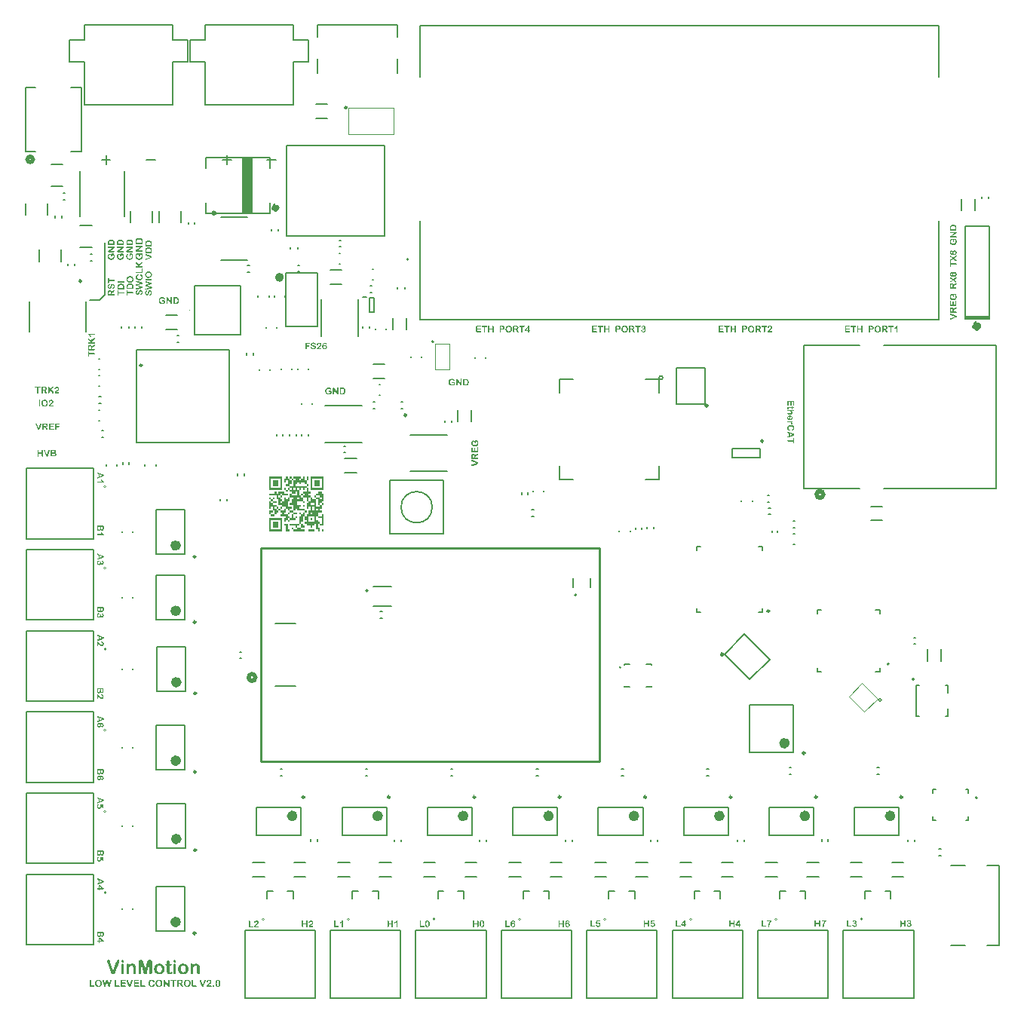
<source format=gto>
G04*
G04 #@! TF.GenerationSoftware,Altium Limited,Altium Designer,21.6.4 (81)*
G04*
G04 Layer_Color=65535*
%FSTAX24Y24*%
%MOIN*%
G70*
G04*
G04 #@! TF.SameCoordinates,CFC9D6D8-CD49-4BFF-A4EB-002DC6F40297*
G04*
G04*
G04 #@! TF.FilePolarity,Positive*
G04*
G01*
G75*
%ADD10C,0.0200*%
%ADD11C,0.0197*%
%ADD12C,0.0079*%
%ADD13C,0.0098*%
%ADD14C,0.0236*%
%ADD15C,0.0000*%
%ADD16C,0.0256*%
%ADD17C,0.0297*%
%ADD18C,0.0039*%
%ADD19C,0.0059*%
%ADD20C,0.0100*%
%ADD21C,0.0139*%
%ADD22C,0.0050*%
%ADD23C,0.0060*%
%ADD24C,0.0020*%
%ADD25R,0.0512X0.2480*%
%ADD26R,0.1059X0.0130*%
G36*
X02553Y032632D02*
X025612D01*
Y032467D01*
X025696D01*
Y032383D01*
X025612D01*
Y032464D01*
X025604D01*
Y032467D01*
X025601D01*
Y032464D01*
X025591D01*
Y032467D01*
X025585D01*
Y032464D01*
X025527D01*
Y032548D01*
X025362D01*
Y032464D01*
X025354D01*
Y032467D01*
X025351D01*
Y032464D01*
X025341D01*
Y032467D01*
X025335D01*
Y032464D01*
X025278D01*
Y032548D01*
X025196D01*
Y032464D01*
X025186D01*
Y032467D01*
X025183D01*
Y032464D01*
X025172D01*
Y032467D01*
X02517D01*
Y032464D01*
X025159D01*
Y032467D01*
X025154D01*
Y032464D01*
X025112D01*
Y032383D01*
X025612D01*
Y032298D01*
X025696D01*
Y032133D01*
X02578D01*
Y032049D01*
X025696D01*
Y031967D01*
X02578D01*
Y031883D01*
X025861D01*
Y031799D01*
X026027D01*
Y031883D01*
X025946D01*
Y031967D01*
X026027D01*
Y032049D01*
X026111D01*
Y032133D01*
X02628D01*
Y032049D01*
X026361D01*
Y031715D01*
X026353D01*
Y031717D01*
X026351D01*
Y031715D01*
X02634D01*
Y031717D01*
X026335D01*
Y031715D01*
X02628D01*
Y031633D01*
X026361D01*
Y031549D01*
X02628D01*
Y031383D01*
X026195D01*
Y031299D01*
X02628D01*
Y031215D01*
X026274D01*
Y031218D01*
X026272D01*
Y031215D01*
X026248D01*
Y031218D01*
X026245D01*
Y031215D01*
X026185D01*
Y031218D01*
X026182D01*
Y031215D01*
X026172D01*
Y031218D01*
X026169D01*
Y031215D01*
X026159D01*
Y031218D01*
X026153D01*
Y031215D01*
X026111D01*
Y031049D01*
X026277D01*
Y031133D01*
X026361D01*
Y030634D01*
X026195D01*
Y030715D01*
X026185D01*
Y030718D01*
X026182D01*
Y030715D01*
X026172D01*
Y030718D01*
X026169D01*
Y030715D01*
X026159D01*
Y030718D01*
X026153D01*
Y030715D01*
X026111D01*
Y030549D01*
X026195D01*
Y030384D01*
X026111D01*
Y030465D01*
X026103D01*
Y030468D01*
X026101D01*
Y030465D01*
X02609D01*
Y030468D01*
X026085D01*
Y030465D01*
X026027D01*
Y030715D01*
X026025D01*
Y030718D01*
X026022D01*
Y030715D01*
X025998D01*
Y030718D01*
X025996D01*
Y030715D01*
X025946D01*
Y030634D01*
X025861D01*
Y030549D01*
X025777D01*
Y030634D01*
X025612D01*
Y030715D01*
X025604D01*
Y030718D01*
X025601D01*
Y030715D01*
X025591D01*
Y030718D01*
X025585D01*
Y030715D01*
X025527D01*
Y030799D01*
X025612D01*
Y030884D01*
X025527D01*
Y031049D01*
X025446D01*
Y030799D01*
X025362D01*
Y030718D01*
X025446D01*
Y030634D01*
X02553D01*
Y030549D01*
X025362D01*
Y030715D01*
X025354D01*
Y030718D01*
X025351D01*
Y030715D01*
X025341D01*
Y030718D01*
X025335D01*
Y030715D01*
X02528D01*
Y030634D01*
X025196D01*
Y030549D01*
X025362D01*
Y030468D01*
X02553D01*
Y030384D01*
X025028D01*
Y030465D01*
X025025D01*
Y030468D01*
X025022D01*
Y030465D01*
X024999D01*
Y030468D01*
X024996D01*
Y030465D01*
X024946D01*
Y030549D01*
X02503D01*
Y030468D01*
X025196D01*
Y030549D01*
X025112D01*
Y030634D01*
X024862D01*
Y030718D01*
X025278D01*
Y031049D01*
X025362D01*
Y031133D01*
X025278D01*
Y031218D01*
X025362D01*
Y031154D01*
Y031152D01*
Y031133D01*
X025446D01*
Y031218D01*
X025527D01*
Y031299D01*
X025196D01*
Y031383D01*
X025112D01*
Y031299D01*
X02503D01*
Y031218D01*
X025196D01*
Y031133D01*
X02503D01*
Y030968D01*
X025112D01*
Y031049D01*
X025196D01*
Y030965D01*
X025186D01*
Y030968D01*
X025183D01*
Y030965D01*
X025172D01*
Y030968D01*
X02517D01*
Y030965D01*
X025159D01*
Y030968D01*
X025154D01*
Y030965D01*
X025112D01*
Y030884D01*
X024862D01*
Y030965D01*
X024854D01*
Y030968D01*
X024852D01*
Y030965D01*
X024841D01*
Y030968D01*
X024836D01*
Y030965D01*
X024781D01*
Y030884D01*
X024862D01*
Y030799D01*
X024778D01*
Y030884D01*
X024696D01*
Y030799D01*
X024612D01*
Y030968D01*
X024696D01*
Y031049D01*
X024447D01*
Y031133D01*
X024528D01*
Y031215D01*
X024525D01*
Y031218D01*
X024523D01*
Y031215D01*
X024499D01*
Y031218D01*
X024496D01*
Y031215D01*
X024447D01*
Y031299D01*
X024362D01*
Y031383D01*
X024281D01*
Y031299D01*
X024362D01*
Y031215D01*
X024354D01*
Y031218D01*
X024352D01*
Y031215D01*
X024341D01*
Y031218D01*
X024336D01*
Y031215D01*
X024281D01*
Y031133D01*
X024197D01*
Y031299D01*
X024113D01*
Y031465D01*
X024105D01*
Y031467D01*
X024102D01*
Y031465D01*
X024091D01*
Y031467D01*
X024086D01*
Y031465D01*
X024031D01*
Y031383D01*
X023947D01*
Y031717D01*
X024028D01*
Y031799D01*
X023947D01*
Y031883D01*
X024031D01*
Y031799D01*
X024113D01*
Y031717D01*
X024281D01*
Y031633D01*
X024113D01*
Y031715D01*
X024105D01*
Y031717D01*
X024102D01*
Y031715D01*
X024091D01*
Y031717D01*
X024086D01*
Y031715D01*
X024031D01*
Y031633D01*
X024113D01*
Y031549D01*
X024281D01*
Y031467D01*
X024362D01*
Y031383D01*
X024447D01*
Y031299D01*
X024612D01*
Y031383D01*
X024696D01*
Y031215D01*
X024686D01*
Y031218D01*
X024683D01*
Y031215D01*
X024673D01*
Y031218D01*
X02467D01*
Y031215D01*
X02466D01*
Y031218D01*
X024654D01*
Y031215D01*
X024612D01*
Y031133D01*
X024778D01*
Y031218D01*
X024862D01*
Y031299D01*
X024778D01*
Y031383D01*
X024696D01*
Y031465D01*
X024686D01*
Y031467D01*
X024683D01*
Y031465D01*
X024673D01*
Y031467D01*
X02467D01*
Y031465D01*
X02466D01*
Y031467D01*
X024654D01*
Y031465D01*
X024604D01*
Y031467D01*
X024602D01*
Y031465D01*
X024591D01*
Y031467D01*
X024586D01*
Y031465D01*
X024531D01*
Y031383D01*
X024447D01*
Y031467D01*
X024528D01*
Y031549D01*
X024362D01*
Y031799D01*
X024278D01*
Y031964D01*
X024276D01*
Y031967D01*
X024273D01*
Y031964D01*
X024249D01*
Y031967D01*
X024247D01*
Y031964D01*
X024186D01*
Y031967D01*
X024184D01*
Y031964D01*
X024173D01*
Y031967D01*
X02417D01*
Y031964D01*
X02416D01*
Y031967D01*
X024155D01*
Y031964D01*
X024105D01*
Y031967D01*
X024102D01*
Y031964D01*
X024091D01*
Y031967D01*
X024086D01*
Y031964D01*
X024026D01*
Y031967D01*
X024023D01*
Y031964D01*
X023999D01*
Y031967D01*
X023997D01*
Y031964D01*
X023947D01*
Y032049D01*
X024197D01*
Y032133D01*
X024281D01*
Y032049D01*
X024362D01*
Y032133D01*
X024612D01*
Y032049D01*
X024781D01*
Y031964D01*
X024775D01*
Y031967D01*
X024773D01*
Y031964D01*
X024749D01*
Y031967D01*
X024746D01*
Y031964D01*
X024686D01*
Y031967D01*
X024683D01*
Y031964D01*
X024673D01*
Y031967D01*
X02467D01*
Y031964D01*
X02466D01*
Y031967D01*
X024654D01*
Y031964D01*
X024604D01*
Y031967D01*
X024602D01*
Y031964D01*
X024591D01*
Y031967D01*
X024586D01*
Y031964D01*
X024531D01*
Y031883D01*
X024447D01*
Y031964D01*
X024436D01*
Y031967D01*
X024433D01*
Y031964D01*
X024423D01*
Y031967D01*
X02442D01*
Y031964D01*
X02441D01*
Y031967D01*
X024404D01*
Y031964D01*
X024362D01*
Y031883D01*
X024447D01*
Y031799D01*
X024531D01*
Y031717D01*
X024612D01*
Y031883D01*
X024696D01*
Y031799D01*
X024778D01*
Y031883D01*
X024862D01*
Y031715D01*
X024854D01*
Y031717D01*
X024852D01*
Y031715D01*
X024841D01*
Y031717D01*
X024836D01*
Y031715D01*
X024781D01*
Y031467D01*
X024946D01*
Y031383D01*
X024862D01*
Y031299D01*
X025028D01*
Y031549D01*
X024862D01*
Y031633D01*
X024946D01*
Y031799D01*
X025028D01*
Y031883D01*
X024862D01*
Y032049D01*
X024946D01*
Y031967D01*
X025196D01*
Y032133D01*
X025112D01*
Y032049D01*
X024946D01*
Y032133D01*
X024862D01*
Y032214D01*
X024854D01*
Y032217D01*
X024852D01*
Y032214D01*
X024841D01*
Y032217D01*
X024836D01*
Y032214D01*
X024781D01*
Y032133D01*
X024696D01*
Y032214D01*
X024686D01*
Y032217D01*
X024683D01*
Y032214D01*
X024673D01*
Y032217D01*
X02467D01*
Y032214D01*
X02466D01*
Y032217D01*
X024654D01*
Y032214D01*
X024612D01*
Y032298D01*
X024696D01*
Y032217D01*
X024778D01*
Y032298D01*
X024862D01*
Y032217D01*
X024946D01*
Y032298D01*
X024862D01*
Y032383D01*
X024696D01*
Y032467D01*
X024778D01*
Y032632D01*
X024696D01*
Y032548D01*
X024612D01*
Y032717D01*
X024696D01*
Y032798D01*
X024781D01*
Y032717D01*
X024862D01*
Y032798D01*
X024946D01*
Y032717D01*
X025028D01*
Y032798D01*
X025362D01*
Y032717D01*
X025446D01*
Y032798D01*
X02553D01*
Y032632D01*
D02*
G37*
G36*
X025696Y032651D02*
Y032648D01*
Y032632D01*
X025612D01*
Y032798D01*
X025696D01*
Y032651D01*
D02*
G37*
G36*
X026361Y032304D02*
Y032301D01*
Y032214D01*
X026353D01*
Y032217D01*
X026351D01*
Y032214D01*
X02634D01*
Y032217D01*
X026335D01*
Y032214D01*
X026274D01*
Y032217D01*
X026272D01*
Y032214D01*
X026248D01*
Y032217D01*
X026245D01*
Y032214D01*
X026185D01*
Y032217D01*
X026182D01*
Y032214D01*
X026172D01*
Y032217D01*
X026169D01*
Y032214D01*
X026159D01*
Y032217D01*
X026153D01*
Y032214D01*
X026103D01*
Y032217D01*
X026101D01*
Y032214D01*
X02609D01*
Y032217D01*
X026085D01*
Y032214D01*
X026025D01*
Y032217D01*
X026022D01*
Y032214D01*
X025998D01*
Y032217D01*
X025996D01*
Y032214D01*
X025935D01*
Y032217D01*
X025932D01*
Y032214D01*
X025922D01*
Y032217D01*
X025919D01*
Y032214D01*
X025909D01*
Y032217D01*
X025904D01*
Y032214D01*
X025854D01*
Y032217D01*
X025851D01*
Y032214D01*
X02584D01*
Y032217D01*
X025835D01*
Y032214D01*
X025777D01*
Y032798D01*
X026361D01*
Y032304D01*
D02*
G37*
G36*
X024531Y032214D02*
X024525D01*
Y032217D01*
X024523D01*
Y032214D01*
X024499D01*
Y032217D01*
X024496D01*
Y032214D01*
X024436D01*
Y032217D01*
X024433D01*
Y032214D01*
X024423D01*
Y032217D01*
X02442D01*
Y032214D01*
X02441D01*
Y032217D01*
X024404D01*
Y032214D01*
X024354D01*
Y032217D01*
X024352D01*
Y032214D01*
X024341D01*
Y032217D01*
X024336D01*
Y032214D01*
X024276D01*
Y032217D01*
X024273D01*
Y032214D01*
X024249D01*
Y032217D01*
X024247D01*
Y032214D01*
X024186D01*
Y032217D01*
X024184D01*
Y032214D01*
X024173D01*
Y032217D01*
X02417D01*
Y032214D01*
X02416D01*
Y032217D01*
X024155D01*
Y032214D01*
X024105D01*
Y032217D01*
X024102D01*
Y032214D01*
X024091D01*
Y032217D01*
X024086D01*
Y032214D01*
X024026D01*
Y032217D01*
X024023D01*
Y032214D01*
X023999D01*
Y032217D01*
X023997D01*
Y032214D01*
X023947D01*
Y032798D01*
X024531D01*
Y032214D01*
D02*
G37*
G36*
X024197Y031799D02*
X024113D01*
Y031883D01*
X024197D01*
Y031799D01*
D02*
G37*
G36*
X024113Y031215D02*
X024105D01*
Y031218D01*
X024102D01*
Y031215D01*
X024091D01*
Y031218D01*
X024086D01*
Y031215D01*
X024031D01*
Y031133D01*
X024197D01*
Y031049D01*
X024028D01*
Y031133D01*
X023947D01*
Y031299D01*
X024113D01*
Y031215D01*
D02*
G37*
G36*
X026361Y030384D02*
X026277D01*
Y030468D01*
X026361D01*
Y030384D01*
D02*
G37*
G36*
X025946D02*
X025696D01*
Y030468D01*
X025946D01*
Y030384D01*
D02*
G37*
G36*
X024781Y030484D02*
Y030481D01*
Y030468D01*
X024862D01*
Y030384D01*
X024696D01*
Y030634D01*
X024612D01*
Y030718D01*
X024781D01*
Y030484D01*
D02*
G37*
G36*
X024531Y030868D02*
Y030865D01*
Y030384D01*
X023947D01*
Y030968D01*
X024531D01*
Y030868D01*
D02*
G37*
G36*
X021529Y044568D02*
X021539Y044566D01*
X021567Y044556D01*
X02158Y044548D01*
X021593Y044535D01*
X021595Y044533D01*
X021598Y04453D01*
X021603Y044523D01*
X021611Y044512D01*
X021621Y044487D01*
X021623Y044474D01*
X021626Y044456D01*
Y044454D01*
Y044449D01*
X021623Y044441D01*
X021621Y044428D01*
X021613Y044403D01*
X021603Y04439D01*
X021593Y044377D01*
X02159D01*
X021588Y044372D01*
X02158Y044367D01*
X02157Y044362D01*
X021544Y044352D01*
X021529Y044349D01*
X021511Y044346D01*
X021503D01*
X021496Y044349D01*
X021483Y044352D01*
X021457Y044359D01*
X021445Y044367D01*
X021432Y044377D01*
X021429Y04438D01*
X021427Y044382D01*
X021422Y04439D01*
X021417Y0444D01*
X021404Y044426D01*
X021401Y044441D01*
X021399Y044456D01*
Y044459D01*
Y044464D01*
X021401Y044471D01*
X021404Y044484D01*
X021414Y04451D01*
X021422Y044523D01*
X021432Y044535D01*
X021434Y044538D01*
X021437Y04454D01*
X021445Y044545D01*
X021455Y044553D01*
X02148Y044566D01*
X021496Y044568D01*
X021511Y044571D01*
X021519D01*
X021529Y044568D01*
D02*
G37*
G36*
X047134Y036159D02*
X04714Y036158D01*
X047144Y036157D01*
X047147Y036156D01*
X047147D01*
X047148Y036155D01*
X047149Y036154D01*
X047152Y036153D01*
X047155Y036149D01*
X047157Y036146D01*
X047159Y036144D01*
Y036143D01*
X047159Y036143D01*
X04716Y03614D01*
X047161Y036138D01*
X047161Y036135D01*
X047162Y036132D01*
X047163Y036128D01*
Y035965D01*
X047162Y035962D01*
X047162Y035959D01*
X047161Y035956D01*
X04716Y035952D01*
X047158Y035949D01*
X047156Y035946D01*
X047156Y035946D01*
X047155Y035945D01*
X047153Y035944D01*
X047152Y035943D01*
X047149Y035942D01*
X047147Y03594D01*
X047143Y03594D01*
X04714Y035939D01*
X047139D01*
X047138D01*
X047136Y03594D01*
X047134Y03594D01*
X047131Y035941D01*
X047128Y035942D01*
X047126Y035944D01*
X047123Y035946D01*
X047123Y035947D01*
X047122Y035948D01*
X047121Y035949D01*
X04712Y035952D01*
X047119Y035954D01*
X047118Y035958D01*
X047118Y035962D01*
X047117Y035967D01*
Y0361D01*
X047045D01*
Y035976D01*
X047045Y035973D01*
X047045Y03597D01*
X047043Y035963D01*
X047042Y03596D01*
X047039Y035958D01*
X047039Y035957D01*
X047038Y035956D01*
X047037Y035955D01*
X047035Y035954D01*
X047033Y035953D01*
X04703Y035952D01*
X047027Y035951D01*
X047023Y035951D01*
X047023D01*
X047021D01*
X04702Y035951D01*
X047017Y035952D01*
X047015Y035952D01*
X047012Y035953D01*
X04701Y035955D01*
X047007Y035957D01*
X047007Y035958D01*
X047006Y035959D01*
X047005Y03596D01*
X047004Y035962D01*
X047003Y035965D01*
X047002Y035969D01*
X047001Y035973D01*
X047001Y035978D01*
Y0361D01*
X046917D01*
Y03596D01*
X046917Y035958D01*
X046917Y035955D01*
X046916Y035951D01*
X046915Y035948D01*
X046913Y035945D01*
X046911Y035942D01*
X04691Y035941D01*
X04691Y03594D01*
X046908Y035939D01*
X046906Y035938D01*
X046904Y035937D01*
X046901Y035935D01*
X046898Y035935D01*
X046894Y035935D01*
X046893D01*
X046892D01*
X04689Y035935D01*
X046888Y035935D01*
X046885Y035936D01*
X046882Y035938D01*
X046879Y035939D01*
X046877Y035942D01*
X046876Y035942D01*
X046876Y035943D01*
X046875Y035945D01*
X046874Y035947D01*
X046872Y03595D01*
X046872Y035953D01*
X046871Y035958D01*
X046871Y035962D01*
Y036126D01*
X046871Y03613D01*
X046872Y036134D01*
X046873Y036139D01*
X046874Y036143D01*
X046876Y036147D01*
X046879Y036151D01*
X046879Y036151D01*
X046881Y036152D01*
X046883Y036153D01*
X046885Y036155D01*
X046889Y036157D01*
X046894Y036158D01*
X0469Y036159D01*
X046906Y036159D01*
X047126D01*
X047127D01*
X047128D01*
X047131D01*
X047134Y036159D01*
D02*
G37*
G36*
X047065Y035913D02*
X047067Y035913D01*
X047069Y035912D01*
X047072Y035911D01*
X047074Y035909D01*
X047076Y035907D01*
X047076Y035907D01*
X047077Y035906D01*
X047078Y035904D01*
X047079Y035902D01*
X04708Y0359D01*
X047081Y035896D01*
X047081Y035893D01*
X047082Y035888D01*
Y035882D01*
X047114D01*
X047114D01*
X047116D01*
X047118D01*
X047121D01*
X047128D01*
X047132Y035882D01*
X047135D01*
X047135D01*
X047136D01*
X047137Y035881D01*
X047139Y035881D01*
X047143Y035879D01*
X047148Y035878D01*
X047148D01*
X047149Y035877D01*
X047151Y035876D01*
X047154Y035873D01*
X047157Y035869D01*
Y035869D01*
X047157Y035868D01*
X047158Y035867D01*
X047159Y035865D01*
X04716Y035861D01*
X04716Y035855D01*
Y035854D01*
X04716Y035851D01*
X047159Y035849D01*
X047159Y035846D01*
X047157Y035843D01*
X047155Y03584D01*
X047153Y035837D01*
X047152Y035836D01*
X047152Y035836D01*
X047149Y035834D01*
X047145Y035831D01*
X04714Y03583D01*
X047139D01*
X047139Y035829D01*
X047137D01*
X047135Y035829D01*
X047132Y035828D01*
X047128D01*
X047123Y035828D01*
X047118D01*
X047082D01*
Y035806D01*
X047081Y035804D01*
X047081Y035802D01*
X04708Y035796D01*
X047078Y035793D01*
X047076Y035791D01*
X047076Y03579D01*
X047075Y03579D01*
X047074Y035789D01*
X047073Y035788D01*
X047068Y035786D01*
X047065Y035785D01*
X047062Y035785D01*
X047062D01*
X04706D01*
X047059Y035785D01*
X047056Y035786D01*
X047054Y035787D01*
X047051Y035788D01*
X047048Y03579D01*
X047047Y035793D01*
Y035794D01*
X047046Y035795D01*
X047045Y035797D01*
X047045Y035799D01*
X047044Y035803D01*
X047043Y035807D01*
X047043Y035812D01*
Y035828D01*
X046943D01*
X046942D01*
X046941D01*
X046938D01*
X046936D01*
X046929Y035827D01*
X046926D01*
X046923Y035827D01*
X046923D01*
X046922D01*
X046919Y035826D01*
X046915Y035825D01*
X046912Y035823D01*
X046911Y035822D01*
X04691Y03582D01*
X046908Y035816D01*
X046908Y035813D01*
Y035806D01*
X046908Y035803D01*
X046909Y035797D01*
Y035796D01*
X04691Y035796D01*
Y035794D01*
X04691Y035792D01*
X04691Y035788D01*
X046911Y035784D01*
Y035783D01*
X04691Y03578D01*
X046909Y035776D01*
X046907Y035775D01*
X046906Y035772D01*
X046905Y035772D01*
X046905Y035772D01*
X046902Y03577D01*
X046898Y035768D01*
X046895Y035767D01*
X046892D01*
X046892D01*
X04689D01*
X046888Y035768D01*
X046885Y035769D01*
X046882Y035771D01*
X046878Y035773D01*
X046875Y035777D01*
X046872Y035782D01*
X046872Y035782D01*
X046872Y035784D01*
X04687Y035787D01*
X046869Y035792D01*
X046868Y035798D01*
X046867Y035805D01*
X046866Y035813D01*
X046866Y035823D01*
Y035827D01*
X046866Y035831D01*
X046867Y035837D01*
X046868Y035843D01*
X046869Y03585D01*
X046872Y035856D01*
X046874Y035861D01*
X046875Y035862D01*
X046876Y035863D01*
X046878Y035865D01*
X04688Y035868D01*
X046884Y035871D01*
X046888Y035874D01*
X046892Y035876D01*
X046898Y035878D01*
X046899D01*
X0469Y035879D01*
X046904Y035879D01*
X046909Y03588D01*
X046914Y035881D01*
X046921Y035882D01*
X046929Y035882D01*
X046938D01*
X047043D01*
Y035891D01*
X047043Y035893D01*
X047044Y035896D01*
X047045Y035902D01*
X047046Y035905D01*
X047048Y035907D01*
X047048Y035908D01*
X047049Y035908D01*
X04705Y035909D01*
X047052Y03591D01*
X047056Y035913D01*
X047059Y035913D01*
X047062Y035914D01*
X047062D01*
X047063D01*
X047065Y035913D01*
D02*
G37*
G36*
X04714Y035747D02*
X047143Y035747D01*
X047148Y035746D01*
X047152Y035745D01*
X047156Y035743D01*
X047159Y035741D01*
X047159Y03574D01*
X04716Y03574D01*
X047162Y035738D01*
X047163Y035736D01*
X047165Y035733D01*
X047166Y03573D01*
X047167Y035726D01*
X047167Y035721D01*
Y035719D01*
X047167Y035717D01*
X047166Y035714D01*
X047165Y035711D01*
X047164Y035707D01*
X047162Y035704D01*
X047159Y035701D01*
X047158Y035701D01*
X047157Y0357D01*
X047155Y035699D01*
X047153Y035697D01*
X047149Y035696D01*
X047145Y035695D01*
X04714Y035694D01*
X047134Y035694D01*
X047053D01*
X047054Y035693D01*
X047055Y035692D01*
X047058Y03569D01*
X04706Y035688D01*
X047063Y035685D01*
X047066Y035681D01*
X04707Y035678D01*
X047073Y035674D01*
X047073Y035674D01*
X047074Y035672D01*
X047075Y03567D01*
X047076Y035668D01*
X047078Y035664D01*
X04708Y035661D01*
X047083Y035652D01*
Y035652D01*
X047083Y03565D01*
X047084Y035647D01*
X047085Y035644D01*
X047086Y03564D01*
X047086Y035636D01*
X047087Y035626D01*
Y035623D01*
X047086Y035619D01*
X047085Y035614D01*
X047084Y035608D01*
X047083Y035602D01*
X04708Y035596D01*
X047077Y03559D01*
X047077Y035589D01*
X047076Y035587D01*
X047074Y035584D01*
X047071Y035581D01*
X047067Y035577D01*
X047063Y035572D01*
X047058Y035568D01*
X047052Y035564D01*
X047052Y035564D01*
X04705Y035563D01*
X047048Y035563D01*
X047046Y035561D01*
X047042Y03556D01*
X047039Y035559D01*
X04703Y035557D01*
X04703D01*
X047028Y035556D01*
X047026Y035556D01*
X047022Y035555D01*
X047018D01*
X047014Y035555D01*
X047008Y035554D01*
X047003D01*
X046899D01*
X046898D01*
X046896D01*
X046893Y035555D01*
X046889Y035555D01*
X046885Y035556D01*
X046882Y035558D01*
X046878Y03556D01*
X046874Y035562D01*
X046874Y035563D01*
X046873Y035563D01*
X046872Y035565D01*
X04687Y035567D01*
X046868Y03557D01*
X046867Y035574D01*
X046866Y035577D01*
X046866Y035582D01*
Y035583D01*
X046866Y035584D01*
Y035586D01*
X046868Y03559D01*
X04687Y035595D01*
X046872Y035598D01*
X046874Y0356D01*
X046876Y035602D01*
X04688Y035604D01*
X046883Y035606D01*
X046888Y035607D01*
X046893Y035608D01*
X046899Y035609D01*
X04699D01*
X046991D01*
X046992D01*
X046993D01*
X046995D01*
X046999Y035609D01*
X047005Y035609D01*
X047011Y03561D01*
X047018Y035612D01*
X047024Y035614D01*
X04703Y035616D01*
X047031Y035617D01*
X047032Y035618D01*
X047035Y03562D01*
X047038Y035623D01*
X04704Y035627D01*
X047042Y035632D01*
X047044Y035639D01*
X047045Y035646D01*
Y035649D01*
X047044Y035651D01*
X047044Y035655D01*
X047042Y035659D01*
X047041Y035663D01*
X047039Y035668D01*
X047036Y035672D01*
X047036Y035673D01*
X047035Y035674D01*
X047033Y035676D01*
X04703Y035679D01*
X047027Y035681D01*
X047023Y035684D01*
X047019Y035687D01*
X047014Y035689D01*
X047013D01*
X047011Y03569D01*
X047008Y035691D01*
X047003Y035692D01*
X046998Y035692D01*
X04699Y035693D01*
X046981Y035694D01*
X046976D01*
X04697D01*
X046899D01*
X046898D01*
X046896D01*
X046893Y035694D01*
X046889Y035695D01*
X046885Y035695D01*
X046882Y035697D01*
X046878Y035699D01*
X046874Y035701D01*
X046874Y035702D01*
X046873Y035702D01*
X046872Y035704D01*
X04687Y035706D01*
X046868Y035709D01*
X046867Y035713D01*
X046866Y035717D01*
X046866Y035721D01*
Y035723D01*
X046866Y035724D01*
Y035725D01*
X046868Y03573D01*
X04687Y035734D01*
X046872Y035737D01*
X046874Y03574D01*
X046876Y035742D01*
X04688Y035744D01*
X046883Y035745D01*
X046888Y035747D01*
X046893Y035747D01*
X046899Y035748D01*
X047134D01*
X047135D01*
X047137D01*
X04714Y035747D01*
D02*
G37*
G36*
X046985Y03551D02*
X046991Y03551D01*
X046998Y035509D01*
X047005Y035508D01*
X047013Y035506D01*
X047021Y035504D01*
X047021D01*
X047022Y035503D01*
X047024Y035502D01*
X047028Y035501D01*
X047033Y035498D01*
X047038Y035495D01*
X047045Y035492D01*
X047051Y035488D01*
X047056Y035483D01*
X047057Y035483D01*
X047059Y03548D01*
X047062Y035477D01*
X047065Y035473D01*
X047069Y035469D01*
X047072Y035463D01*
X047076Y035456D01*
X047079Y035449D01*
Y035449D01*
X04708Y035448D01*
X04708Y035446D01*
X047082Y035441D01*
X047083Y035436D01*
X047084Y035429D01*
X047086Y035422D01*
X047087Y035413D01*
X047087Y035404D01*
Y035399D01*
X047087Y035396D01*
X047086Y035393D01*
X047085Y035386D01*
X047083Y035377D01*
X047081Y035368D01*
X047078Y035359D01*
X047073Y03535D01*
Y035349D01*
X047073Y035349D01*
X047071Y035346D01*
X047068Y035342D01*
X047064Y035337D01*
X047059Y035331D01*
X047053Y035326D01*
X047046Y035321D01*
X047038Y035316D01*
X047038D01*
X047038Y035315D01*
X047035Y035314D01*
X047031Y035312D01*
X047025Y03531D01*
X047019Y035308D01*
X047011Y035306D01*
X047003Y035305D01*
X046995Y035304D01*
X046994D01*
X046992D01*
X046988Y035305D01*
X046984Y035306D01*
X046979Y035307D01*
X046975Y035309D01*
X046972Y035312D01*
X046969Y035316D01*
X046968Y035317D01*
X046968Y035318D01*
X046967Y035321D01*
X046966Y035324D01*
X046965Y035329D01*
X046964Y035335D01*
X046963Y035342D01*
X046963Y035349D01*
Y035455D01*
X046962D01*
X04696D01*
X046956Y035455D01*
X046951Y035454D01*
X046947Y035453D01*
X046941Y035452D01*
X046935Y03545D01*
X04693Y035448D01*
X046929Y035448D01*
X046927Y035447D01*
X046925Y035445D01*
X046922Y035443D01*
X046918Y03544D01*
X046915Y035437D01*
X046912Y035433D01*
X046909Y035429D01*
X046908Y035428D01*
X046908Y035427D01*
X046906Y035424D01*
X046905Y035421D01*
X046904Y035417D01*
X046903Y035412D01*
X046902Y035407D01*
X046902Y035402D01*
Y035398D01*
X046902Y035396D01*
X046903Y03539D01*
X046904Y035384D01*
Y035384D01*
X046904Y035383D01*
X046905Y035381D01*
X046906Y035379D01*
X046908Y035374D01*
X046911Y035369D01*
X046911Y035368D01*
X046912Y035367D01*
X046913Y035366D01*
X046914Y035364D01*
X046917Y035359D01*
X046921Y035355D01*
X046922Y035354D01*
X046922Y035353D01*
X046924Y035352D01*
X046925Y03535D01*
X046927Y035348D01*
X04693Y035345D01*
X046937Y035338D01*
X046937Y035337D01*
X046938Y035335D01*
X04694Y035331D01*
X04694Y035326D01*
Y035325D01*
X04694Y035323D01*
Y035321D01*
X046938Y035317D01*
X046937Y035315D01*
X046935Y035313D01*
Y035312D01*
X046934Y035312D01*
X046932Y03531D01*
X046928Y035308D01*
X046926Y035307D01*
X046923D01*
X046922D01*
X046921D01*
X04692Y035308D01*
X046918Y035308D01*
X046915Y035309D01*
X046912Y03531D01*
X046909Y035311D01*
X046905Y035313D01*
X046905Y035314D01*
X046903Y035314D01*
X046902Y035316D01*
X046899Y035317D01*
X046896Y03532D01*
X046893Y035323D01*
X04689Y035326D01*
X046886Y035331D01*
X046886Y035331D01*
X046885Y035333D01*
X046883Y035335D01*
X046881Y035338D01*
X046879Y035343D01*
X046876Y035348D01*
X046874Y035354D01*
X046872Y03536D01*
X046871Y035361D01*
X046871Y035363D01*
X04687Y035366D01*
X046869Y035372D01*
X046868Y035377D01*
X046867Y035384D01*
X046866Y035392D01*
X046866Y035401D01*
Y035405D01*
X046866Y035409D01*
X046867Y035414D01*
X046868Y035418D01*
X046868Y035424D01*
X04687Y03543D01*
X046873Y035443D01*
X046875Y03545D01*
X046878Y035457D01*
X046882Y035463D01*
X046886Y03547D01*
X04689Y035476D01*
X046896Y035482D01*
X046896Y035482D01*
X046897Y035483D01*
X046899Y035484D01*
X046901Y035486D01*
X046904Y035488D01*
X046908Y035491D01*
X046912Y035494D01*
X046917Y035496D01*
X046922Y035499D01*
X046928Y035501D01*
X046935Y035504D01*
X046942Y035506D01*
X04695Y035508D01*
X046958Y035509D01*
X046967Y03551D01*
X046976Y035511D01*
X046977D01*
X046977D01*
X046979D01*
X04698D01*
X046985Y03551D01*
D02*
G37*
G36*
X047055Y035258D02*
X047062Y035257D01*
X047068Y035255D01*
X047075Y035251D01*
X047078Y035249D01*
X047081Y035247D01*
X047083Y035244D01*
X047085Y035241D01*
X047086Y035237D01*
X047087Y035232D01*
Y03523D01*
X047086Y035227D01*
X047086Y035224D01*
X047084Y035221D01*
X047083Y035218D01*
X047081Y035215D01*
X047078Y035213D01*
X047077Y035212D01*
X047076Y035212D01*
X047074Y03521D01*
X047071Y03521D01*
X047068Y035208D01*
X047063Y035207D01*
X047058Y035206D01*
X047052Y035206D01*
X047053Y035206D01*
X047055Y035204D01*
X047058Y035202D01*
X047062Y0352D01*
X047066Y035197D01*
X04707Y035193D01*
X047074Y03519D01*
X047078Y035186D01*
X047078Y035185D01*
X047079Y035184D01*
X04708Y035182D01*
X047082Y035178D01*
X047084Y035175D01*
X047085Y03517D01*
X047086Y035165D01*
X047087Y035158D01*
Y035155D01*
X047086Y035152D01*
X047086Y035148D01*
X047084Y035143D01*
X047083Y035137D01*
X047081Y035131D01*
X047078Y035125D01*
X047077Y035124D01*
X047076Y035123D01*
X047074Y03512D01*
X047072Y035117D01*
X047069Y035114D01*
X047065Y035112D01*
X04706Y03511D01*
X047055Y035109D01*
X047055D01*
X047053D01*
X047052Y035109D01*
X047049Y03511D01*
X047047Y035111D01*
X047044Y035112D01*
X047041Y035114D01*
X047038Y035116D01*
X047038Y035116D01*
X047038Y035117D01*
X047037Y035119D01*
X047035Y03512D01*
X047033Y035125D01*
X047033Y035128D01*
X047032Y035131D01*
Y035133D01*
X047033Y035134D01*
X047033Y035136D01*
X047034Y035138D01*
X047035Y035141D01*
X047036Y035145D01*
Y035146D01*
X047036Y035147D01*
X047037Y035149D01*
X047038Y035152D01*
X047039Y035158D01*
X04704Y035165D01*
Y035167D01*
X047039Y035169D01*
X047039Y035172D01*
X047038Y035175D01*
X047037Y035178D01*
X047035Y035182D01*
X047033Y035185D01*
X047033Y035185D01*
X047032Y035186D01*
X047031Y035188D01*
X047028Y035189D01*
X047026Y035191D01*
X047023Y035193D01*
X047019Y035195D01*
X047014Y035197D01*
X047014D01*
X047012Y035197D01*
X04701Y035198D01*
X047006Y035199D01*
X047002Y0352D01*
X046997Y035201D01*
X046991Y035202D01*
X046985Y035203D01*
X046984D01*
X046982D01*
X046979Y035203D01*
X046974D01*
X046968Y035203D01*
X046961D01*
X046953Y035204D01*
X046944D01*
X046899D01*
X046898D01*
X046896D01*
X046893Y035204D01*
X046889Y035205D01*
X046885Y035206D01*
X046881Y035207D01*
X046877Y035209D01*
X046874Y035212D01*
X046873Y035212D01*
X046872Y035213D01*
X046871Y035215D01*
X04687Y035217D01*
X046868Y03522D01*
X046867Y035224D01*
X046866Y035227D01*
X046866Y035231D01*
Y035233D01*
X046866Y035235D01*
X046867Y035238D01*
X046868Y035241D01*
X046869Y035244D01*
X046872Y035248D01*
X046874Y035251D01*
X046875Y035251D01*
X046876Y035252D01*
X046878Y035253D01*
X04688Y035254D01*
X046884Y035256D01*
X046888Y035257D01*
X046893Y035258D01*
X046899Y035258D01*
X04705D01*
X04705D01*
X047052D01*
X047053D01*
X047055Y035258D01*
D02*
G37*
G36*
X047025Y035086D02*
X047028D01*
X047032Y035086D01*
X047037Y035085D01*
X047047Y035084D01*
X047057Y035082D01*
X047068Y03508D01*
X047079Y035077D01*
X04708D01*
X04708Y035076D01*
X047082Y035076D01*
X047084Y035075D01*
X047086Y035074D01*
X047089Y035072D01*
X047096Y035069D01*
X047103Y035065D01*
X047111Y03506D01*
X047119Y035054D01*
X047127Y035047D01*
X047127Y035047D01*
X047128Y035047D01*
X04713Y035044D01*
X047134Y03504D01*
X047138Y035035D01*
X047143Y035028D01*
X047148Y03502D01*
X047153Y035012D01*
X047157Y035003D01*
Y035002D01*
X047157Y035002D01*
X047158Y035D01*
X047159Y034998D01*
X047159Y034996D01*
X04716Y034993D01*
X047162Y034986D01*
X047164Y034978D01*
X047166Y034969D01*
X047167Y034959D01*
X047167Y034948D01*
Y034942D01*
X047167Y034939D01*
X047166Y034935D01*
X047166Y034931D01*
X047166Y034927D01*
X047164Y034917D01*
X047161Y034906D01*
X047158Y034895D01*
X047153Y034885D01*
Y034884D01*
X047153Y034884D01*
X047152Y034882D01*
X04715Y03488D01*
X047147Y034875D01*
X047143Y034869D01*
X047138Y034862D01*
X047132Y034855D01*
X047125Y034849D01*
X047118Y034842D01*
X047118D01*
X047117Y034842D01*
X047114Y03484D01*
X047111Y034838D01*
X047105Y034835D01*
X0471Y034832D01*
X047093Y03483D01*
X047086Y034828D01*
X047079Y034828D01*
X047079D01*
X047077D01*
X047075Y034828D01*
X047073Y034828D01*
X04707Y034829D01*
X047067Y034831D01*
X047064Y034832D01*
X047061Y034835D01*
X04706Y034835D01*
X047059Y034836D01*
X047059Y034838D01*
X047057Y03484D01*
X047055Y034842D01*
X047055Y034845D01*
X047054Y034849D01*
X047053Y034852D01*
Y034854D01*
X047054Y034856D01*
X047054Y034859D01*
X047055Y034864D01*
X047057Y034867D01*
X047059Y034869D01*
X047059Y03487D01*
X047059Y03487D01*
X047061Y034871D01*
X047063Y034873D01*
X047066Y034875D01*
X047069Y034877D01*
X047073Y034879D01*
X047077Y034882D01*
X047078D01*
X047078Y034882D01*
X047081Y034884D01*
X047085Y034886D01*
X04709Y034889D01*
X047095Y034894D01*
X0471Y034898D01*
X047105Y034903D01*
X04711Y034909D01*
X04711Y03491D01*
X047111Y034911D01*
X047113Y034915D01*
X047115Y034919D01*
X047117Y034925D01*
X047119Y034932D01*
X04712Y034939D01*
X047121Y034947D01*
Y034951D01*
X04712Y034953D01*
X04712Y034957D01*
X047119Y03496D01*
X047117Y034968D01*
X047114Y034977D01*
X047111Y034982D01*
X047109Y034988D01*
X047106Y034992D01*
X047102Y034997D01*
X047097Y035001D01*
X047093Y035005D01*
X047092Y035006D01*
X047091Y035006D01*
X04709Y035007D01*
X047087Y035009D01*
X047085Y03501D01*
X047081Y035012D01*
X047077Y035014D01*
X047073Y035016D01*
X047067Y035018D01*
X047061Y03502D01*
X047055Y035022D01*
X047048Y035023D01*
X04704Y035025D01*
X047032Y035026D01*
X047023Y035026D01*
X047014Y035027D01*
X047014D01*
X047013D01*
X04701D01*
X047008D01*
X047005Y035026D01*
X047002D01*
X046994Y035026D01*
X046985Y035025D01*
X046976Y035023D01*
X046966Y035021D01*
X046957Y035018D01*
X046957D01*
X046956Y035017D01*
X046954Y035016D01*
X04695Y035014D01*
X046944Y035011D01*
X046939Y035007D01*
X046934Y035002D01*
X046928Y034997D01*
X046924Y034991D01*
X046923Y03499D01*
X046922Y034988D01*
X04692Y034984D01*
X046918Y034979D01*
X046916Y034973D01*
X046914Y034966D01*
X046913Y034958D01*
X046913Y03495D01*
Y034945D01*
X046913Y034941D01*
X046914Y034935D01*
X046916Y034928D01*
X046918Y034921D01*
X046921Y034914D01*
X046925Y034907D01*
X046925Y034906D01*
X046927Y034904D01*
X04693Y034901D01*
X046934Y034897D01*
X04694Y034892D01*
X046946Y034888D01*
X046953Y034884D01*
X046962Y03488D01*
X046962D01*
X046964Y034879D01*
X046966Y034878D01*
X046969Y034877D01*
X046975Y034874D01*
X046978Y034873D01*
X046981Y03487D01*
X046981Y03487D01*
X046982Y034869D01*
X046983Y034868D01*
X046985Y034866D01*
X046986Y034863D01*
X046987Y03486D01*
X046988Y034857D01*
X046988Y034852D01*
Y034851D01*
X046988Y034849D01*
X046987Y034846D01*
X046986Y034843D01*
X046985Y034841D01*
X046983Y034838D01*
X046981Y034835D01*
X04698Y034834D01*
X046979Y034833D01*
X046978Y034832D01*
X046976Y034831D01*
X046973Y034829D01*
X04697Y034828D01*
X046966Y034827D01*
X046962Y034827D01*
X046962D01*
X04696D01*
X046957Y034827D01*
X046954Y034828D01*
X046949Y034828D01*
X046944Y03483D01*
X046938Y034832D01*
X046932Y034834D01*
X046931Y034834D01*
X04693Y034835D01*
X046926Y034837D01*
X046922Y034839D01*
X046917Y034842D01*
X046912Y034846D01*
X046906Y03485D01*
X0469Y034856D01*
X046899Y034856D01*
X046898Y034858D01*
X046895Y034861D01*
X046892Y034866D01*
X046888Y034871D01*
X046883Y034877D01*
X046879Y034885D01*
X046875Y034893D01*
Y034894D01*
X046875Y034894D01*
X046875Y034895D01*
X046874Y034897D01*
X046873Y034899D01*
X046872Y034902D01*
X046871Y034908D01*
X046869Y034916D01*
X046867Y034925D01*
X046866Y034936D01*
X046866Y034946D01*
Y03495D01*
X046866Y034955D01*
Y03496D01*
X046867Y034967D01*
X046868Y034974D01*
X04687Y034988D01*
Y034989D01*
X046871Y034991D01*
X046872Y034995D01*
X046873Y035D01*
X046875Y035005D01*
X046877Y035011D01*
X04688Y035017D01*
X046883Y035023D01*
X046884Y035024D01*
X046885Y035026D01*
X046887Y035029D01*
X04689Y035032D01*
X046893Y035036D01*
X046898Y035041D01*
X046903Y035046D01*
X046908Y035051D01*
X046908Y035051D01*
X04691Y035053D01*
X046913Y035055D01*
X046917Y035058D01*
X046921Y035061D01*
X046927Y035064D01*
X046932Y035068D01*
X046938Y035071D01*
X046939Y035071D01*
X046941Y035072D01*
X046945Y035074D01*
X046949Y035075D01*
X046955Y035077D01*
X046961Y035079D01*
X046968Y035081D01*
X046975Y035083D01*
X046975D01*
X046976D01*
X046978Y035083D01*
X046982Y035084D01*
X046987Y035085D01*
X046993Y035085D01*
X047Y035086D01*
X047008Y035087D01*
X047016D01*
X047016D01*
X047017D01*
X047019D01*
X047022D01*
X047025Y035086D01*
D02*
G37*
G36*
X046896Y034794D02*
X0469Y034794D01*
X046904Y034793D01*
X046905D01*
X046906Y034792D01*
X046907Y034792D01*
X046909Y034791D01*
X046912Y03479D01*
X046915Y034789D01*
X046918Y034787D01*
X046922Y034786D01*
X047112Y034711D01*
X047112D01*
X047113Y034711D01*
X047115Y03471D01*
X047117Y034709D01*
X04712Y034708D01*
X047123Y034707D01*
X047131Y034704D01*
X047132Y034703D01*
X047133Y034703D01*
X047135Y034702D01*
X047138Y034701D01*
X047144Y034698D01*
X04715Y034694D01*
X047151Y034694D01*
X047152Y034693D01*
X047153Y034692D01*
X047155Y034691D01*
X047159Y034686D01*
X047163Y034681D01*
X047163Y03468D01*
X047163Y034679D01*
X047164Y034677D01*
X047165Y034675D01*
X047166Y034672D01*
X047166Y034669D01*
X047167Y034665D01*
Y034658D01*
X047167Y034656D01*
Y034653D01*
X047165Y034646D01*
X047164Y034643D01*
X047163Y03464D01*
Y034639D01*
X047162Y034638D01*
X047161Y034637D01*
X047159Y034635D01*
X047156Y034631D01*
X04715Y034627D01*
X04715Y034626D01*
X047149Y034626D01*
X047148Y034625D01*
X047146Y034624D01*
X047141Y03462D01*
X047135Y034618D01*
X047134D01*
X047133Y034617D01*
X047131Y034617D01*
X047128Y034615D01*
X047125Y034614D01*
X047121Y034613D01*
X047117Y034611D01*
X047112Y034609D01*
X046924Y034533D01*
X046924D01*
X046923Y034532D01*
X04692Y034531D01*
X046917Y03453D01*
X046912Y034528D01*
X046907Y034527D01*
X046902Y034525D01*
X046897Y034524D01*
X046892Y034523D01*
X046892D01*
X046891D01*
X046889Y034524D01*
X046886Y034524D01*
X046884Y034526D01*
X046881Y034527D01*
X046877Y034529D01*
X046874Y034532D01*
X046874Y034533D01*
X046873Y034533D01*
X046872Y034535D01*
X04687Y034538D01*
X046868Y034541D01*
X046867Y034544D01*
X046866Y034548D01*
X046866Y034553D01*
Y034555D01*
X046866Y034557D01*
X046867Y034561D01*
X046868Y034565D01*
X046869Y034565D01*
X04687Y034567D01*
X046872Y03457D01*
X046875Y034573D01*
X046876Y034573D01*
X046878Y034575D01*
X046882Y034578D01*
X046888Y03458D01*
X046889D01*
X046889Y034581D01*
X046891Y034582D01*
X046893Y034582D01*
X046899Y034585D01*
X046904Y034587D01*
X046941Y034601D01*
Y03472D01*
X046903Y034734D01*
X046903D01*
X046902Y034734D01*
X046899Y034735D01*
X046896Y034736D01*
X046891Y034738D01*
X046886Y034741D01*
X046881Y034743D01*
X046877Y034745D01*
X046873Y034748D01*
X046873Y034748D01*
X046872Y034748D01*
X046871Y03475D01*
X04687Y034752D01*
X046868Y034755D01*
X046867Y034758D01*
X046866Y034762D01*
X046866Y034766D01*
Y034768D01*
X046866Y03477D01*
X046867Y034773D01*
X046868Y034776D01*
X046869Y034779D01*
X046871Y034783D01*
X046874Y034786D01*
X046874Y034787D01*
X046875Y034787D01*
X046877Y034789D01*
X046879Y03479D01*
X046882Y034792D01*
X046885Y034793D01*
X046889Y034794D01*
X046892Y034794D01*
X046892D01*
X046893D01*
X046896Y034794D01*
D02*
G37*
G36*
X047142Y034508D02*
X047144Y034508D01*
X047147Y034507D01*
X04715Y034506D01*
X047153Y034504D01*
X047156Y034501D01*
X047156Y034501D01*
X047157Y0345D01*
X047158Y034498D01*
X047159Y034495D01*
X04716Y034492D01*
X047162Y034488D01*
X047162Y034484D01*
X047163Y034479D01*
Y034288D01*
X047162Y034286D01*
X047162Y034282D01*
X047161Y034279D01*
X047159Y034275D01*
X047158Y034271D01*
X047156Y034268D01*
X047155Y034268D01*
X047154Y034267D01*
X047153Y034266D01*
X047151Y034264D01*
X047148Y034263D01*
X047145Y034262D01*
X047142Y034261D01*
X047138Y034261D01*
X047137D01*
X047136D01*
X047134Y034261D01*
X047132Y034262D01*
X047128Y034263D01*
X047126Y034264D01*
X047123Y034266D01*
X04712Y034268D01*
X04712Y034269D01*
X047119Y03427D01*
X047118Y034271D01*
X047117Y034274D01*
X047116Y034277D01*
X047114Y034281D01*
X047114Y034286D01*
X047114Y034291D01*
Y034355D01*
X046902D01*
X046901D01*
X046899D01*
X046896Y034356D01*
X046892Y034356D01*
X046887Y034357D01*
X046882Y034359D01*
X046878Y034361D01*
X046875Y034364D01*
X046874Y034364D01*
X046873Y034365D01*
X046872Y034367D01*
X04687Y034369D01*
X046868Y034372D01*
X046867Y034376D01*
X046866Y03438D01*
X046866Y034385D01*
Y034387D01*
X046866Y034389D01*
X046867Y034392D01*
X046868Y034396D01*
X046869Y034399D01*
X046872Y034403D01*
X046875Y034406D01*
X046875Y034407D01*
X046876Y034408D01*
X046878Y034409D01*
X046881Y03441D01*
X046885Y034412D01*
X04689Y034413D01*
X046895Y034414D01*
X046902Y034414D01*
X047114D01*
Y034481D01*
X047114Y034484D01*
X047114Y034488D01*
X047115Y034491D01*
X047116Y034495D01*
X047118Y034499D01*
X04712Y034502D01*
X047121Y034502D01*
X047121Y034502D01*
X047123Y034504D01*
X047125Y034505D01*
X047127Y034506D01*
X04713Y034507D01*
X047134Y034508D01*
X047138Y034509D01*
X047138D01*
X047139D01*
X047142Y034508D01*
D02*
G37*
G36*
X033853Y039476D02*
X033856Y039475D01*
X03386Y039474D01*
X033863Y039473D01*
X033867Y03947D01*
X03387Y039467D01*
X033871Y039467D01*
X033871Y039466D01*
X033873Y039464D01*
X033875Y039461D01*
X033876Y039457D01*
X033877Y039453D01*
X033878Y039447D01*
X033878Y039441D01*
Y039211D01*
Y03921D01*
Y039208D01*
X033878Y039205D01*
X033878Y039201D01*
X033876Y039196D01*
X033875Y039192D01*
X033873Y039187D01*
X03387Y039184D01*
X033869Y039183D01*
X033868Y039182D01*
X033866Y039181D01*
X033864Y039179D01*
X033861Y039178D01*
X033857Y039176D01*
X033853Y039175D01*
X033848Y039175D01*
X033846D01*
X033844Y039175D01*
X033841Y039176D01*
X033837Y039177D01*
X033834Y039179D01*
X03383Y039181D01*
X033827Y039184D01*
X033827Y039184D01*
X033826Y039186D01*
X033825Y039188D01*
X033823Y039191D01*
X033822Y039194D01*
X033821Y039199D01*
X03382Y039205D01*
X033819Y039211D01*
Y039309D01*
X033692D01*
Y039211D01*
Y03921D01*
Y039208D01*
X033691Y039205D01*
X033691Y039201D01*
X03369Y039196D01*
X033688Y039192D01*
X033686Y039188D01*
X033683Y039184D01*
X033683Y039183D01*
X033682Y039182D01*
X03368Y039181D01*
X033677Y039179D01*
X033674Y039178D01*
X03367Y039176D01*
X033667Y039175D01*
X033662Y039175D01*
X03366D01*
X033657Y039175D01*
X033654Y039176D01*
X033651Y039177D01*
X033647Y039179D01*
X033644Y039181D01*
X033641Y039184D01*
X03364Y039184D01*
X033639Y039186D01*
X033638Y039188D01*
X033637Y039191D01*
X033635Y039194D01*
X033634Y039199D01*
X033633Y039205D01*
X033633Y039211D01*
Y039441D01*
Y039442D01*
Y039444D01*
X033633Y039447D01*
X033634Y039451D01*
X033635Y039455D01*
X033636Y03946D01*
X033638Y039464D01*
X03364Y039467D01*
X033641Y039468D01*
X033642Y039469D01*
X033643Y03947D01*
X033646Y039472D01*
X033649Y039473D01*
X033653Y039475D01*
X033657Y039476D01*
X033662Y039477D01*
X033664D01*
X033667Y039476D01*
X03367Y039475D01*
X033673Y039474D01*
X033677Y039473D01*
X03368Y03947D01*
X033684Y039467D01*
X033684Y039467D01*
X033685Y039466D01*
X033686Y039464D01*
X033688Y039461D01*
X033689Y039457D01*
X033691Y039453D01*
X033691Y039447D01*
X033692Y039441D01*
Y039357D01*
X033819D01*
Y039441D01*
Y039442D01*
Y039444D01*
X03382Y039447D01*
X03382Y039451D01*
X033821Y039455D01*
X033823Y03946D01*
X033825Y039464D01*
X033827Y039467D01*
X033828Y039468D01*
X033829Y039469D01*
X03383Y03947D01*
X033833Y039472D01*
X033836Y039473D01*
X03384Y039475D01*
X033843Y039476D01*
X033848Y039477D01*
X03385D01*
X033853Y039476D01*
D02*
G37*
G36*
X033302Y039471D02*
X033306Y039471D01*
X033309Y03947D01*
X033313Y039469D01*
X033316Y039467D01*
X033319Y039465D01*
X033319Y039465D01*
X03332Y039464D01*
X033321Y039463D01*
X033322Y039461D01*
X033323Y039459D01*
X033325Y039456D01*
X033325Y039453D01*
X033326Y039449D01*
Y039449D01*
Y039447D01*
X033325Y039446D01*
X033325Y039443D01*
X033324Y03944D01*
X033323Y039438D01*
X033321Y039435D01*
X033319Y039432D01*
X033318Y039432D01*
X033317Y039432D01*
X033316Y039431D01*
X033313Y039429D01*
X033311Y039428D01*
X033307Y039427D01*
X033303Y039427D01*
X033298Y039426D01*
X033165D01*
Y039355D01*
X033289D01*
X033292Y039354D01*
X033295Y039354D01*
X033302Y039352D01*
X033305Y039351D01*
X033307Y039349D01*
X033308Y039348D01*
X033309Y039347D01*
X033309Y039346D01*
X033311Y039344D01*
X033312Y039342D01*
X033313Y039339D01*
X033314Y039336D01*
X033314Y039332D01*
Y039332D01*
Y039331D01*
X033314Y039329D01*
X033313Y039327D01*
X033313Y039324D01*
X033312Y039321D01*
X03331Y039319D01*
X033308Y039316D01*
X033307Y039316D01*
X033306Y039315D01*
X033305Y039314D01*
X033303Y039313D01*
X0333Y039312D01*
X033296Y039311D01*
X033292Y03931D01*
X033287Y03931D01*
X033165D01*
Y039227D01*
X033305D01*
X033307Y039226D01*
X03331Y039226D01*
X033314Y039225D01*
X033317Y039224D01*
X03332Y039222D01*
X033323Y03922D01*
X033324Y03922D01*
X033325Y039219D01*
X033326Y039217D01*
X033327Y039216D01*
X033328Y039213D01*
X03333Y03921D01*
X03333Y039207D01*
X03333Y039203D01*
Y039203D01*
Y039201D01*
X03333Y039199D01*
X03333Y039197D01*
X033329Y039194D01*
X033327Y039191D01*
X033326Y039189D01*
X033323Y039186D01*
X033323Y039186D01*
X033322Y039185D01*
X03332Y039184D01*
X033318Y039183D01*
X033315Y039182D01*
X033312Y039181D01*
X033307Y03918D01*
X033302Y03918D01*
X033139D01*
X033135Y03918D01*
X033131Y039181D01*
X033126Y039182D01*
X033122Y039183D01*
X033118Y039186D01*
X033114Y039188D01*
X033114Y039189D01*
X033113Y03919D01*
X033112Y039192D01*
X03311Y039195D01*
X033108Y039199D01*
X033107Y039203D01*
X033106Y039209D01*
X033106Y039216D01*
Y039435D01*
Y039436D01*
Y039438D01*
Y03944D01*
X033106Y039443D01*
X033107Y039449D01*
X033108Y039453D01*
X033109Y039456D01*
Y039456D01*
X03311Y039457D01*
X033111Y039459D01*
X033112Y039461D01*
X033116Y039464D01*
X033119Y039467D01*
X033121Y039468D01*
X033122D01*
X033122Y039468D01*
X033125Y039469D01*
X033127Y03947D01*
X03313Y03947D01*
X033133Y039471D01*
X033137Y039472D01*
X0333D01*
X033302Y039471D01*
D02*
G37*
G36*
X035424Y039475D02*
X035429Y039474D01*
X035435Y039471D01*
X035438Y03947D01*
X03544Y039467D01*
X035443Y039464D01*
X035445Y039461D01*
X035447Y039457D01*
X035449Y039452D01*
X035449Y039447D01*
X03545Y039441D01*
Y039287D01*
X035463D01*
X035467Y039286D01*
X035475Y039285D01*
X035479Y039284D01*
X035483Y039283D01*
X035483D01*
X035484Y039282D01*
X035486Y03928D01*
X035487Y039279D01*
X035489Y039276D01*
X035491Y039273D01*
X035492Y039269D01*
X035492Y039264D01*
Y039264D01*
Y039262D01*
X035492Y03926D01*
X035491Y039258D01*
X035491Y039255D01*
X035489Y039252D01*
X035487Y03925D01*
X035484Y039248D01*
X035484D01*
X035483Y039247D01*
X035481Y039246D01*
X035479Y039245D01*
X035476Y039244D01*
X035472Y039243D01*
X035467Y039243D01*
X035462Y039242D01*
X03545D01*
Y039205D01*
Y039204D01*
Y039203D01*
X035449Y0392D01*
X035449Y039196D01*
X035448Y039193D01*
X035447Y039189D01*
X035445Y039186D01*
X035443Y039182D01*
X035442Y039182D01*
X035442Y039181D01*
X03544Y03918D01*
X035438Y039179D01*
X035435Y039177D01*
X035432Y039176D01*
X035429Y039175D01*
X035425Y039175D01*
X035423D01*
X035421Y039175D01*
X035418Y039176D01*
X035415Y039177D01*
X035412Y039178D01*
X035409Y03918D01*
X035407Y039182D01*
X035406Y039183D01*
X035406Y039184D01*
X035404Y039186D01*
X035404Y039188D01*
X035402Y039192D01*
X035401Y039196D01*
X035401Y0392D01*
X0354Y039205D01*
Y039242D01*
X035297D01*
X035293Y039243D01*
X03529Y039243D01*
X035285Y039244D01*
X03528Y039246D01*
X035276Y039248D01*
X035272Y039251D01*
X035271Y039251D01*
X03527Y039252D01*
X035269Y039254D01*
X035267Y039257D01*
X035265Y03926D01*
X035263Y039264D01*
X035262Y039269D01*
X035262Y039274D01*
Y039275D01*
Y039276D01*
X035262Y039279D01*
X035263Y039282D01*
X035264Y039283D01*
X035265Y039284D01*
X035266Y039286D01*
X035268Y03929D01*
X035268Y03929D01*
X035269Y039292D01*
X035271Y039295D01*
X035273Y039298D01*
X035274Y039299D01*
X035276Y039301D01*
X035278Y039304D01*
X035281Y039308D01*
X035387Y039449D01*
X035387Y039449D01*
X035388Y039451D01*
X03539Y039454D01*
X035392Y039457D01*
X035398Y039463D01*
X035401Y039467D01*
X035403Y039469D01*
X035404Y03947D01*
X035404Y03947D01*
X035406Y039471D01*
X035408Y039473D01*
X035413Y039475D01*
X035416Y039475D01*
X035419Y039476D01*
X035422D01*
X035424Y039475D01*
D02*
G37*
G36*
X035229Y039471D02*
X035232Y039471D01*
X035236Y03947D01*
X03524Y039469D01*
X035243Y039467D01*
X035246Y039465D01*
X035247Y039464D01*
X035248Y039463D01*
X035248Y039462D01*
X03525Y03946D01*
X035252Y039457D01*
X035252Y039454D01*
X035253Y039451D01*
X035254Y039447D01*
Y039446D01*
Y039445D01*
X035253Y039443D01*
X035253Y039441D01*
X035252Y039438D01*
X035251Y039435D01*
X035249Y039432D01*
X035246Y039429D01*
X035246Y039429D01*
X035245Y039428D01*
X035243Y039427D01*
X035241Y039426D01*
X035238Y039425D01*
X035234Y039424D01*
X035229Y039423D01*
X035224Y039423D01*
X035159D01*
Y039211D01*
Y03921D01*
Y039208D01*
X035159Y039205D01*
X035158Y039201D01*
X035157Y039196D01*
X035156Y039192D01*
X035154Y039187D01*
X035151Y039184D01*
X035151Y039183D01*
X03515Y039182D01*
X035147Y039181D01*
X035145Y039179D01*
X035142Y039178D01*
X035138Y039176D01*
X035134Y039175D01*
X03513Y039175D01*
X035127D01*
X035125Y039175D01*
X035122Y039176D01*
X035119Y039177D01*
X035115Y039179D01*
X035112Y039181D01*
X035108Y039184D01*
X035108Y039184D01*
X035107Y039186D01*
X035106Y039188D01*
X035104Y03919D01*
X035103Y039194D01*
X035102Y039199D01*
X035101Y039204D01*
X0351Y039211D01*
Y039423D01*
X035033D01*
X03503Y039423D01*
X035027Y039424D01*
X035023Y039425D01*
X035019Y039425D01*
X035016Y039427D01*
X035013Y039429D01*
X035012Y03943D01*
X035012Y039431D01*
X035011Y039432D01*
X035009Y039434D01*
X035008Y039436D01*
X035007Y039439D01*
X035006Y039443D01*
X035006Y039447D01*
Y039447D01*
Y039449D01*
X035006Y039451D01*
X035007Y039453D01*
X035008Y039456D01*
X035009Y039459D01*
X035011Y039462D01*
X035013Y039465D01*
X035014Y039465D01*
X035015Y039466D01*
X035016Y039467D01*
X035019Y039468D01*
X035022Y03947D01*
X035026Y039471D01*
X03503Y039471D01*
X035036Y039472D01*
X035226D01*
X035229Y039471D01*
D02*
G37*
G36*
X03489D02*
X034896Y039471D01*
X034901Y03947D01*
X034907Y03947D01*
X034908D01*
X034909Y03947D01*
X034912Y039469D01*
X034915Y039469D01*
X034919Y039467D01*
X034924Y039467D01*
X034932Y039463D01*
X034933Y039463D01*
X034935Y039462D01*
X034937Y039461D01*
X034941Y039459D01*
X034944Y039456D01*
X034948Y039454D01*
X034953Y03945D01*
X034957Y039446D01*
X034957Y039446D01*
X034958Y039445D01*
X03496Y039442D01*
X034963Y039439D01*
X034965Y039436D01*
X034968Y039432D01*
X034971Y039427D01*
X034973Y039421D01*
X034973Y039421D01*
X034974Y039419D01*
X034974Y039416D01*
X034976Y039412D01*
X034977Y039408D01*
X034978Y039403D01*
X034978Y039397D01*
X034978Y039391D01*
Y039391D01*
Y03939D01*
Y039388D01*
X034978Y039386D01*
Y039383D01*
X034978Y03938D01*
X034976Y039373D01*
X034974Y039364D01*
X034971Y039355D01*
X034966Y039347D01*
X034963Y039343D01*
X03496Y039339D01*
X034959Y039338D01*
X034956Y039336D01*
X034952Y039332D01*
X034946Y039328D01*
X034938Y039324D01*
X034933Y039321D01*
X034929Y039319D01*
X034923Y039317D01*
X034917Y039315D01*
X034911Y039313D01*
X034904Y039311D01*
X034905Y039311D01*
X034907Y03931D01*
X03491Y039308D01*
X034914Y039305D01*
X034918Y039302D01*
X034923Y039297D01*
X034929Y039293D01*
X034934Y039287D01*
X034935Y039286D01*
X034936Y039284D01*
X034939Y039281D01*
X034943Y039276D01*
X034946Y039271D01*
X034951Y039265D01*
X034955Y039259D01*
X03496Y039252D01*
X03496Y039251D01*
X034961Y039249D01*
X034964Y039245D01*
X034966Y039241D01*
X034969Y039236D01*
X034972Y03923D01*
X034974Y039224D01*
X034977Y039219D01*
X034978Y039218D01*
X034978Y039217D01*
X034979Y039214D01*
X03498Y039211D01*
X034982Y039204D01*
X034983Y039201D01*
X034983Y039199D01*
Y039198D01*
Y039198D01*
X034983Y039195D01*
X034981Y039192D01*
X034979Y039187D01*
Y039187D01*
X034979Y039186D01*
X034977Y039184D01*
X034974Y039181D01*
X034969Y039179D01*
X034969D01*
X034968Y039178D01*
X034967Y039178D01*
X034965Y039177D01*
X03496Y039175D01*
X034955Y039175D01*
X034953D01*
X034951Y039175D01*
X034949D01*
X034943Y039177D01*
X03494Y039178D01*
X034938Y03918D01*
X034937D01*
X034937Y039181D01*
X034934Y039183D01*
X03493Y039186D01*
X034926Y039191D01*
Y039192D01*
X034925Y039193D01*
X034925Y039194D01*
X034923Y039197D01*
X034921Y039199D01*
X034919Y039203D01*
X034916Y039208D01*
X034913Y039213D01*
X03489Y039252D01*
Y039252D01*
X034889Y039253D01*
X034887Y039255D01*
X034885Y039259D01*
X034882Y039264D01*
X034878Y039269D01*
X034874Y039275D01*
X03487Y03928D01*
X034866Y039285D01*
X034866Y039285D01*
X034865Y039286D01*
X034863Y039289D01*
X03486Y039291D01*
X034857Y039293D01*
X034854Y039296D01*
X03485Y039299D01*
X034846Y0393D01*
X034846D01*
X034844Y039301D01*
X034842Y039302D01*
X034839Y039303D01*
X034835Y039304D01*
X034831Y039304D01*
X034826Y039305D01*
X0348D01*
Y039211D01*
Y03921D01*
Y039208D01*
X034799Y039205D01*
X034799Y039201D01*
X034797Y039196D01*
X034796Y039192D01*
X034794Y039187D01*
X034791Y039184D01*
X034791Y039183D01*
X03479Y039182D01*
X034788Y039181D01*
X034786Y039179D01*
X034783Y039178D01*
X034779Y039176D01*
X034775Y039175D01*
X03477Y039175D01*
X034768D01*
X034765Y039175D01*
X034762Y039176D01*
X034759Y039177D01*
X034755Y039179D01*
X034751Y039181D01*
X034748Y039184D01*
X034748Y039184D01*
X034747Y039186D01*
X034746Y039188D01*
X034745Y039191D01*
X034743Y039194D01*
X034742Y039199D01*
X034741Y039205D01*
X034741Y039211D01*
Y039435D01*
Y039436D01*
Y039436D01*
Y039439D01*
X034741Y039442D01*
X034742Y039446D01*
X034743Y03945D01*
X034744Y039455D01*
X034746Y03946D01*
X034749Y039463D01*
X034749Y039463D01*
X034751Y039464D01*
X034753Y039466D01*
X034755Y039467D01*
X034759Y039469D01*
X034764Y03947D01*
X03477Y039471D01*
X034776Y039472D01*
X034885D01*
X03489Y039471D01*
D02*
G37*
G36*
X034554Y039476D02*
X034558D01*
X034562Y039476D01*
X034568Y039475D01*
X034573Y039474D01*
X034585Y039472D01*
X034598Y039469D01*
X034611Y039464D01*
X034618Y039461D01*
X034624Y039458D01*
X034624D01*
X034625Y039457D01*
X034627Y039456D01*
X034629Y039454D01*
X034632Y039453D01*
X034635Y03945D01*
X034642Y039444D01*
X034651Y039437D01*
X034658Y039428D01*
X034666Y039418D01*
X034673Y039405D01*
Y039405D01*
X034674Y039404D01*
X034675Y039402D01*
X034676Y039399D01*
X034677Y039396D01*
X034679Y039392D01*
X03468Y039388D01*
X034682Y039383D01*
X034683Y039377D01*
X034685Y039371D01*
X034686Y039365D01*
X034688Y039358D01*
X03469Y039342D01*
X03469Y039326D01*
Y039325D01*
Y039324D01*
Y039323D01*
Y03932D01*
X03469Y039317D01*
Y039314D01*
X03469Y03931D01*
X034689Y039306D01*
X034688Y039296D01*
X034686Y039286D01*
X034684Y039275D01*
X034681Y039265D01*
Y039264D01*
X034681Y039263D01*
X03468Y039262D01*
X034679Y03926D01*
X034679Y039258D01*
X034677Y039255D01*
X034674Y039248D01*
X03467Y039241D01*
X034666Y039233D01*
X03466Y039224D01*
X034654Y039217D01*
X034653Y039216D01*
X034651Y039213D01*
X034647Y03921D01*
X034641Y039205D01*
X034634Y0392D01*
X034627Y039195D01*
X034618Y03919D01*
X034609Y039186D01*
X034608D01*
X034607Y039185D01*
X034606Y039185D01*
X034604Y039184D01*
X034601Y039183D01*
X034599Y039182D01*
X034595Y039181D01*
X034591Y03918D01*
X034582Y039179D01*
X034572Y039177D01*
X03456Y039175D01*
X034547Y039175D01*
X034542D01*
X034539Y039175D01*
X034535D01*
X034531Y039176D01*
X034527Y039176D01*
X034518Y039178D01*
X034507Y03918D01*
X034497Y039182D01*
X034486Y039186D01*
X034486D01*
X034485Y039186D01*
X034484Y039187D01*
X034482Y039188D01*
X034477Y03919D01*
X034471Y039194D01*
X034463Y039198D01*
X034456Y039204D01*
X034448Y03921D01*
X034441Y039217D01*
Y039217D01*
X03444Y039218D01*
X034438Y03922D01*
X034435Y039225D01*
X034431Y039231D01*
X034426Y039238D01*
X034422Y039246D01*
X034418Y039255D01*
X034414Y039265D01*
Y039265D01*
X034413Y039266D01*
X034413Y039268D01*
X034412Y03927D01*
X034412Y039272D01*
X034411Y039276D01*
X03441Y039279D01*
X034409Y039283D01*
X034408Y039293D01*
X034406Y039303D01*
X034405Y039314D01*
X034405Y039326D01*
Y039327D01*
Y039328D01*
Y03933D01*
Y039332D01*
X034405Y039335D01*
Y039338D01*
X034405Y039342D01*
X034406Y039347D01*
X034407Y039356D01*
X034409Y039366D01*
X034411Y039377D01*
X034414Y039388D01*
Y039388D01*
X034415Y039389D01*
X034415Y03939D01*
X034416Y039393D01*
X034417Y039395D01*
X034418Y039398D01*
X034421Y039404D01*
X034425Y039412D01*
X03443Y03942D01*
X034436Y039428D01*
X034442Y039436D01*
X034442Y039436D01*
X034443Y039437D01*
X034445Y039439D01*
X034449Y039443D01*
X034454Y039447D01*
X034461Y039452D01*
X034468Y039457D01*
X034477Y039462D01*
X034486Y039466D01*
X034487D01*
X034488Y039467D01*
X034489Y039467D01*
X034491Y039468D01*
X034493Y039469D01*
X034496Y03947D01*
X0345Y03947D01*
X034504Y039471D01*
X034513Y039473D01*
X034523Y039475D01*
X034534Y039476D01*
X034546Y039477D01*
X034551D01*
X034554Y039476D01*
D02*
G37*
G36*
X034271Y039471D02*
X034279D01*
X034287Y03947D01*
X034295Y03947D01*
X034304Y039468D01*
X034311Y039467D01*
X034312Y039466D01*
X034314Y039466D01*
X034318Y039464D01*
X034322Y039463D01*
X034326Y03946D01*
X034332Y039457D01*
X034337Y039453D01*
X034342Y039449D01*
X034343Y039449D01*
X034344Y039447D01*
X034346Y039445D01*
X03435Y039442D01*
X034353Y039438D01*
X034356Y039433D01*
X034359Y039428D01*
X034362Y039421D01*
X034362Y039421D01*
X034363Y039418D01*
X034364Y039415D01*
X034365Y039411D01*
X034367Y039405D01*
X034368Y039399D01*
X034368Y039392D01*
X034369Y039384D01*
Y039383D01*
Y039382D01*
Y03938D01*
X034368Y039376D01*
X034368Y039373D01*
X034367Y039369D01*
X034367Y039364D01*
X034365Y039359D01*
X034362Y039348D01*
X03436Y039342D01*
X034357Y039337D01*
X034354Y039331D01*
X03435Y039326D01*
X034346Y039321D01*
X034341Y039316D01*
X034341Y039316D01*
X03434Y039315D01*
X034338Y039314D01*
X034336Y039313D01*
X034333Y039311D01*
X03433Y039309D01*
X034325Y039307D01*
X034321Y039305D01*
X034315Y039303D01*
X034309Y0393D01*
X034302Y039299D01*
X034295Y039297D01*
X034287Y039296D01*
X034278Y039294D01*
X034269Y039294D01*
X034259Y039293D01*
X034205D01*
Y039211D01*
Y03921D01*
Y039208D01*
X034205Y039205D01*
X034204Y039201D01*
X034203Y039196D01*
X034202Y039192D01*
X0342Y039188D01*
X034197Y039184D01*
X034196Y039183D01*
X034195Y039182D01*
X034193Y039181D01*
X034191Y039179D01*
X034188Y039178D01*
X034184Y039176D01*
X03418Y039175D01*
X034176Y039175D01*
X034173D01*
X034171Y039175D01*
X034168Y039176D01*
X034165Y039177D01*
X034161Y039179D01*
X034158Y039181D01*
X034154Y039184D01*
X034154Y039184D01*
X034153Y039186D01*
X034152Y039188D01*
X03415Y039191D01*
X034149Y039194D01*
X034148Y039199D01*
X034147Y039204D01*
X034146Y03921D01*
Y039435D01*
Y039436D01*
Y039436D01*
Y039439D01*
X034147Y039442D01*
X034148Y039446D01*
X034149Y039451D01*
X03415Y039455D01*
X034152Y03946D01*
X034155Y039463D01*
X034155Y039463D01*
X034157Y039464D01*
X034159Y039466D01*
X034162Y039467D01*
X034166Y039469D01*
X034171Y03947D01*
X034176Y039471D01*
X034183Y039472D01*
X034268D01*
X034271Y039471D01*
D02*
G37*
G36*
X033572D02*
X033576Y039471D01*
X033579Y03947D01*
X033583Y039469D01*
X033587Y039467D01*
X03359Y039465D01*
X03359Y039464D01*
X033591Y039463D01*
X033592Y039462D01*
X033594Y03946D01*
X033595Y039457D01*
X033596Y039454D01*
X033597Y039451D01*
X033597Y039447D01*
Y039446D01*
Y039445D01*
X033597Y039443D01*
X033596Y039441D01*
X033595Y039438D01*
X033594Y039435D01*
X033592Y039432D01*
X03359Y039429D01*
X033589Y039429D01*
X033588Y039428D01*
X033587Y039427D01*
X033584Y039426D01*
X033581Y039425D01*
X033577Y039424D01*
X033572Y039423D01*
X033567Y039423D01*
X033503D01*
Y039211D01*
Y03921D01*
Y039208D01*
X033502Y039205D01*
X033502Y039201D01*
X0335Y039196D01*
X033499Y039192D01*
X033497Y039187D01*
X033494Y039184D01*
X033494Y039183D01*
X033493Y039182D01*
X033491Y039181D01*
X033489Y039179D01*
X033486Y039178D01*
X033482Y039176D01*
X033478Y039175D01*
X033473Y039175D01*
X033471D01*
X033469Y039175D01*
X033465Y039176D01*
X033462Y039177D01*
X033458Y039179D01*
X033455Y039181D01*
X033451Y039184D01*
X033451Y039184D01*
X03345Y039186D01*
X033449Y039188D01*
X033448Y03919D01*
X033446Y039194D01*
X033445Y039199D01*
X033444Y039204D01*
X033444Y039211D01*
Y039423D01*
X033376D01*
X033374Y039423D01*
X03337Y039424D01*
X033367Y039425D01*
X033363Y039425D01*
X033359Y039427D01*
X033356Y039429D01*
X033356Y03943D01*
X033355Y039431D01*
X033354Y039432D01*
X033353Y039434D01*
X033351Y039436D01*
X033351Y039439D01*
X03335Y039443D01*
X033349Y039447D01*
Y039447D01*
Y039449D01*
X03335Y039451D01*
X03335Y039453D01*
X033351Y039456D01*
X033352Y039459D01*
X033354Y039462D01*
X033357Y039465D01*
X033357Y039465D01*
X033358Y039466D01*
X03336Y039467D01*
X033362Y039468D01*
X033365Y03947D01*
X033369Y039471D01*
X033374Y039471D01*
X033379Y039472D01*
X033569D01*
X033572Y039471D01*
D02*
G37*
G36*
X034116Y039129D02*
X033908D01*
Y039149D01*
X034116D01*
Y039129D01*
D02*
G37*
G36*
X03898Y039476D02*
X038983Y039475D01*
X038986Y039474D01*
X03899Y039473D01*
X038993Y03947D01*
X038997Y039467D01*
X038997Y039467D01*
X038998Y039466D01*
X038999Y039464D01*
X039001Y039461D01*
X039003Y039457D01*
X039004Y039453D01*
X039005Y039447D01*
X039005Y039441D01*
Y039211D01*
Y03921D01*
Y039208D01*
X039005Y039205D01*
X039004Y039201D01*
X039003Y039196D01*
X039002Y039192D01*
X038999Y039187D01*
X038996Y039184D01*
X038996Y039183D01*
X038995Y039182D01*
X038993Y039181D01*
X038991Y039179D01*
X038988Y039178D01*
X038984Y039176D01*
X03898Y039175D01*
X038975Y039175D01*
X038973D01*
X038971Y039175D01*
X038968Y039176D01*
X038964Y039177D01*
X038961Y039179D01*
X038957Y039181D01*
X038954Y039184D01*
X038954Y039184D01*
X038953Y039186D01*
X038951Y039188D01*
X03895Y039191D01*
X038949Y039194D01*
X038947Y039199D01*
X038947Y039205D01*
X038946Y039211D01*
Y039309D01*
X038819D01*
Y039211D01*
Y03921D01*
Y039208D01*
X038818Y039205D01*
X038818Y039201D01*
X038816Y039196D01*
X038815Y039192D01*
X038813Y039188D01*
X03881Y039184D01*
X038809Y039183D01*
X038808Y039182D01*
X038806Y039181D01*
X038804Y039179D01*
X038801Y039178D01*
X038797Y039176D01*
X038793Y039175D01*
X038788Y039175D01*
X038786D01*
X038784Y039175D01*
X038781Y039176D01*
X038777Y039177D01*
X038774Y039179D01*
X03877Y039181D01*
X038767Y039184D01*
X038767Y039184D01*
X038766Y039186D01*
X038765Y039188D01*
X038763Y039191D01*
X038762Y039194D01*
X038761Y039199D01*
X03876Y039205D01*
X03876Y039211D01*
Y039441D01*
Y039442D01*
Y039444D01*
X03876Y039447D01*
X03876Y039451D01*
X038761Y039455D01*
X038763Y03946D01*
X038764Y039464D01*
X038767Y039467D01*
X038767Y039468D01*
X038768Y039469D01*
X03877Y03947D01*
X038773Y039472D01*
X038776Y039473D01*
X038779Y039475D01*
X038784Y039476D01*
X038788Y039477D01*
X038791D01*
X038793Y039476D01*
X038796Y039475D01*
X0388Y039474D01*
X038803Y039473D01*
X038807Y03947D01*
X03881Y039467D01*
X038811Y039467D01*
X038812Y039466D01*
X038813Y039464D01*
X038815Y039461D01*
X038816Y039457D01*
X038817Y039453D01*
X038818Y039447D01*
X038819Y039441D01*
Y039357D01*
X038946D01*
Y039441D01*
Y039442D01*
Y039444D01*
X038947Y039447D01*
X038947Y039451D01*
X038948Y039455D01*
X03895Y03946D01*
X038951Y039464D01*
X038954Y039467D01*
X038954Y039468D01*
X038955Y039469D01*
X038957Y03947D01*
X03896Y039472D01*
X038963Y039473D01*
X038966Y039475D01*
X03897Y039476D01*
X038975Y039477D01*
X038977D01*
X03898Y039476D01*
D02*
G37*
G36*
X040514Y039473D02*
X040518Y039472D01*
X040524Y039472D01*
X040529Y039471D01*
X040535Y039469D01*
X040542Y039467D01*
X040542Y039467D01*
X040544Y039467D01*
X040547Y039465D01*
X040551Y039463D01*
X040556Y039461D01*
X04056Y039459D01*
X040565Y039456D01*
X04057Y039452D01*
X04057Y039452D01*
X040571Y03945D01*
X040574Y039448D01*
X040576Y039446D01*
X040579Y039442D01*
X040582Y039439D01*
X040585Y039434D01*
X040587Y039429D01*
X040588Y039429D01*
X040588Y039427D01*
X040589Y039425D01*
X04059Y039421D01*
X040591Y039417D01*
X040592Y039412D01*
X040593Y039407D01*
X040593Y039401D01*
Y0394D01*
Y039397D01*
X040593Y039394D01*
X040592Y039389D01*
X040591Y039384D01*
X04059Y039378D01*
X040588Y039373D01*
X040584Y039367D01*
X040584Y039366D01*
X040583Y039364D01*
X040581Y039362D01*
X040578Y039358D01*
X040574Y039354D01*
X04057Y039349D01*
X040565Y039344D01*
X04056Y039339D01*
X04056Y039338D01*
X040562Y039338D01*
X040565Y039336D01*
X040569Y039333D01*
X040573Y039331D01*
X040577Y039327D01*
X040582Y039324D01*
X040586Y03932D01*
X040586Y039319D01*
X040588Y039318D01*
X04059Y039316D01*
X040592Y039313D01*
X040595Y039309D01*
X040597Y039305D01*
X0406Y039301D01*
X040602Y039296D01*
X040602Y039296D01*
X040603Y039294D01*
X040604Y039291D01*
X040605Y039288D01*
X040606Y039284D01*
X040607Y039279D01*
X040607Y039274D01*
X040608Y039268D01*
Y039267D01*
Y039265D01*
X040607Y039262D01*
X040607Y039257D01*
X040606Y039251D01*
X040605Y039246D01*
X040603Y03924D01*
X0406Y039233D01*
X0406Y039232D01*
X040599Y03923D01*
X040597Y039227D01*
X040595Y039223D01*
X040591Y039218D01*
X040588Y039213D01*
X040584Y039208D01*
X040578Y039203D01*
X040578Y039203D01*
X040576Y039201D01*
X040573Y039199D01*
X040569Y039196D01*
X040564Y039192D01*
X040558Y039189D01*
X040552Y039186D01*
X040545Y039182D01*
X040544Y039182D01*
X040542Y039181D01*
X040538Y03918D01*
X040532Y039179D01*
X040526Y039177D01*
X040519Y039176D01*
X040511Y039175D01*
X040502Y039175D01*
X040498D01*
X040494Y039175D01*
X040488Y039176D01*
X040481Y039177D01*
X040474Y039179D01*
X040467Y039181D01*
X040459Y039183D01*
X040459Y039184D01*
X040456Y039185D01*
X040453Y039187D01*
X040449Y039189D01*
X040444Y039193D01*
X040438Y039196D01*
X040433Y0392D01*
X040428Y039205D01*
X040428Y039205D01*
X040426Y039207D01*
X040424Y03921D01*
X040421Y039213D01*
X040418Y039217D01*
X040415Y039221D01*
X040412Y039226D01*
X04041Y039231D01*
X040409Y039231D01*
X040409Y039233D01*
X040408Y039236D01*
X040407Y039239D01*
X040404Y039247D01*
X040404Y039251D01*
X040404Y039254D01*
Y039255D01*
Y039256D01*
X040404Y039258D01*
X040404Y039261D01*
X040405Y039264D01*
X040407Y039267D01*
X040408Y03927D01*
X040411Y039272D01*
X040411Y039273D01*
X040412Y039274D01*
X040414Y039275D01*
X040416Y039276D01*
X040419Y039278D01*
X040422Y039279D01*
X040426Y039279D01*
X04043Y03928D01*
X040431D01*
X040433Y039279D01*
X040436Y039279D01*
X04044Y039276D01*
X040441D01*
X040441Y039276D01*
X040443Y039274D01*
X040445Y039272D01*
X040447Y039269D01*
Y039268D01*
X040448Y039267D01*
X040448Y039266D01*
X040449Y039264D01*
X040451Y039259D01*
X040454Y039253D01*
X040457Y039246D01*
X040461Y039239D01*
X040465Y039233D01*
X040469Y039227D01*
X04047Y039227D01*
X040471Y039225D01*
X040474Y039223D01*
X040478Y03922D01*
X040483Y039218D01*
X040488Y039216D01*
X040495Y039214D01*
X040503Y039214D01*
X040505D01*
X040507Y039214D01*
X04051Y039215D01*
X040514Y039215D01*
X040518Y039217D01*
X040522Y039218D01*
X040526Y03922D01*
X040527Y03922D01*
X040528Y039221D01*
X04053Y039222D01*
X040533Y039224D01*
X040536Y039227D01*
X040539Y03923D01*
X040542Y039234D01*
X040545Y039238D01*
X040546Y039238D01*
X040546Y03924D01*
X040548Y039242D01*
X040549Y039246D01*
X04055Y03925D01*
X040552Y039255D01*
X040553Y03926D01*
X040553Y039265D01*
Y039266D01*
Y039266D01*
Y039268D01*
Y039269D01*
X040552Y039274D01*
X040551Y039279D01*
X04055Y039285D01*
X040547Y039291D01*
X040544Y039297D01*
X04054Y039302D01*
X040539Y039303D01*
X040538Y039304D01*
X040535Y039307D01*
X040531Y039309D01*
X040526Y039311D01*
X04052Y039314D01*
X040512Y039315D01*
X040504Y039316D01*
X040501D01*
X040497Y039315D01*
X040492Y039315D01*
X040491D01*
X04049Y039314D01*
X040488D01*
X040484Y039314D01*
X04048D01*
X040477Y039314D01*
X040475Y039315D01*
X04047Y039316D01*
X040467Y039317D01*
X040464Y039319D01*
X040464Y03932D01*
X040463Y03932D01*
X040463Y039321D01*
X040462Y039323D01*
X04046Y039325D01*
X040459Y039328D01*
X040459Y039331D01*
X040459Y039335D01*
Y039335D01*
Y039336D01*
X040459Y039338D01*
X040459Y03934D01*
X04046Y039342D01*
X040462Y039345D01*
X040463Y039348D01*
X040466Y03935D01*
X040466Y03935D01*
X040467Y039351D01*
X040469Y039352D01*
X040471Y039353D01*
X040474Y039354D01*
X040478Y039355D01*
X040482Y039355D01*
X040487Y039356D01*
X040498D01*
X040502Y039356D01*
X040506Y039357D01*
X040511Y039359D01*
X040516Y03936D01*
X040522Y039363D01*
X040527Y039366D01*
X040527Y039367D01*
X040529Y039369D01*
X040531Y039371D01*
X040533Y039374D01*
X040536Y039379D01*
X040538Y039384D01*
X040539Y03939D01*
X04054Y039397D01*
Y039398D01*
Y0394D01*
X040539Y039403D01*
X040539Y039407D01*
X040537Y039411D01*
X040535Y039415D01*
X040533Y039419D01*
X040529Y039424D01*
X040529Y039424D01*
X040528Y039425D01*
X040525Y039427D01*
X040522Y039429D01*
X040518Y039432D01*
X040513Y039433D01*
X040508Y039435D01*
X040501Y039435D01*
X040497D01*
X040494Y039435D01*
X040487Y039434D01*
X040481Y039432D01*
X04048D01*
X04048Y039431D01*
X040478Y03943D01*
X040477Y039429D01*
X040472Y039426D01*
X040468Y039422D01*
Y039422D01*
X040467Y039421D01*
X040466Y03942D01*
X040466Y039418D01*
X040463Y039414D01*
X04046Y039408D01*
Y039407D01*
X040459Y039407D01*
X040459Y039405D01*
X040458Y039403D01*
X040455Y039397D01*
X040452Y039392D01*
X040452Y039391D01*
X040451Y039389D01*
X040449Y039387D01*
X040445Y039385D01*
X040444Y039384D01*
X040442Y039384D01*
X040438Y039383D01*
X040433Y039383D01*
X040432D01*
X04043Y039383D01*
X040428Y039383D01*
X040426Y039384D01*
X040424Y039385D01*
X040421Y039387D01*
X040418Y039389D01*
X040418Y03939D01*
X040418Y03939D01*
X040416Y039392D01*
X040415Y039394D01*
X040414Y039396D01*
X040413Y039399D01*
X040412Y039402D01*
X040412Y039406D01*
Y039407D01*
Y039408D01*
X040412Y03941D01*
X040413Y039413D01*
X040413Y039416D01*
X040414Y03942D01*
X040416Y039424D01*
X040418Y039428D01*
X040418Y039428D01*
X040419Y03943D01*
X040421Y039432D01*
X040423Y039435D01*
X040425Y039439D01*
X040428Y039442D01*
X040432Y039446D01*
X040436Y03945D01*
X040437Y03945D01*
X040438Y039452D01*
X040441Y039453D01*
X040445Y039456D01*
X040449Y039459D01*
X040454Y039461D01*
X04046Y039464D01*
X040466Y039467D01*
X040467Y039467D01*
X04047Y039467D01*
X040473Y039469D01*
X040478Y03947D01*
X040484Y039471D01*
X040491Y039472D01*
X040498Y039473D01*
X040507Y039473D01*
X04051D01*
X040514Y039473D01*
D02*
G37*
G36*
X038429Y039471D02*
X038432Y039471D01*
X038436Y03947D01*
X038439Y039469D01*
X038443Y039467D01*
X038445Y039465D01*
X038446Y039465D01*
X038447Y039464D01*
X038448Y039463D01*
X038449Y039461D01*
X03845Y039459D01*
X038451Y039456D01*
X038452Y039453D01*
X038452Y039449D01*
Y039449D01*
Y039447D01*
X038452Y039446D01*
X038451Y039443D01*
X038451Y03944D01*
X038449Y039438D01*
X038448Y039435D01*
X038445Y039432D01*
X038445Y039432D01*
X038444Y039432D01*
X038443Y039431D01*
X03844Y039429D01*
X038437Y039428D01*
X038434Y039427D01*
X03843Y039427D01*
X038424Y039426D01*
X038292D01*
Y039355D01*
X038416D01*
X038419Y039354D01*
X038421Y039354D01*
X038428Y039352D01*
X038431Y039351D01*
X038434Y039349D01*
X038434Y039348D01*
X038435Y039347D01*
X038436Y039346D01*
X038437Y039344D01*
X038439Y039342D01*
X03844Y039339D01*
X038441Y039336D01*
X038441Y039332D01*
Y039332D01*
Y039331D01*
X038441Y039329D01*
X03844Y039327D01*
X038439Y039324D01*
X038438Y039321D01*
X038437Y039319D01*
X038434Y039316D01*
X038434Y039316D01*
X038433Y039315D01*
X038432Y039314D01*
X03843Y039313D01*
X038427Y039312D01*
X038423Y039311D01*
X038419Y03931D01*
X038414Y03931D01*
X038292D01*
Y039227D01*
X038431D01*
X038434Y039226D01*
X038437Y039226D01*
X038441Y039225D01*
X038444Y039224D01*
X038447Y039222D01*
X03845Y03922D01*
X038451Y03922D01*
X038451Y039219D01*
X038452Y039217D01*
X038454Y039216D01*
X038455Y039213D01*
X038456Y03921D01*
X038457Y039207D01*
X038457Y039203D01*
Y039203D01*
Y039201D01*
X038457Y039199D01*
X038456Y039197D01*
X038455Y039194D01*
X038454Y039191D01*
X038452Y039189D01*
X03845Y039186D01*
X03845Y039186D01*
X038449Y039185D01*
X038447Y039184D01*
X038445Y039183D01*
X038442Y039182D01*
X038438Y039181D01*
X038434Y03918D01*
X038429Y03918D01*
X038265D01*
X038262Y03918D01*
X038258Y039181D01*
X038253Y039182D01*
X038249Y039183D01*
X038244Y039186D01*
X038241Y039188D01*
X03824Y039189D01*
X03824Y03919D01*
X038238Y039192D01*
X038237Y039195D01*
X038235Y039199D01*
X038234Y039203D01*
X038233Y039209D01*
X038233Y039216D01*
Y039435D01*
Y039436D01*
Y039438D01*
Y03944D01*
X038233Y039443D01*
X038234Y039449D01*
X038235Y039453D01*
X038236Y039456D01*
Y039456D01*
X038237Y039457D01*
X038238Y039459D01*
X038239Y039461D01*
X038243Y039464D01*
X038245Y039467D01*
X038248Y039468D01*
X038248D01*
X038249Y039468D01*
X038251Y039469D01*
X038253Y03947D01*
X038257Y03947D01*
X03826Y039471D01*
X038264Y039472D01*
X038427D01*
X038429Y039471D01*
D02*
G37*
G36*
X040355D02*
X040359Y039471D01*
X040362Y03947D01*
X040366Y039469D01*
X04037Y039467D01*
X040373Y039465D01*
X040373Y039464D01*
X040374Y039463D01*
X040375Y039462D01*
X040377Y03946D01*
X040378Y039457D01*
X040379Y039454D01*
X04038Y039451D01*
X04038Y039447D01*
Y039446D01*
Y039445D01*
X04038Y039443D01*
X04038Y039441D01*
X040379Y039438D01*
X040377Y039435D01*
X040376Y039432D01*
X040373Y039429D01*
X040373Y039429D01*
X040372Y039428D01*
X04037Y039427D01*
X040367Y039426D01*
X040364Y039425D01*
X04036Y039424D01*
X040355Y039423D01*
X04035Y039423D01*
X040286D01*
Y039211D01*
Y03921D01*
Y039208D01*
X040286Y039205D01*
X040285Y039201D01*
X040284Y039196D01*
X040282Y039192D01*
X04028Y039187D01*
X040278Y039184D01*
X040277Y039183D01*
X040276Y039182D01*
X040274Y039181D01*
X040272Y039179D01*
X040269Y039178D01*
X040265Y039176D01*
X040261Y039175D01*
X040256Y039175D01*
X040254D01*
X040252Y039175D01*
X040249Y039176D01*
X040245Y039177D01*
X040242Y039179D01*
X040238Y039181D01*
X040235Y039184D01*
X040234Y039184D01*
X040234Y039186D01*
X040232Y039188D01*
X040231Y03919D01*
X04023Y039194D01*
X040228Y039199D01*
X040227Y039204D01*
X040227Y039211D01*
Y039423D01*
X04016D01*
X040157Y039423D01*
X040154Y039424D01*
X04015Y039425D01*
X040146Y039425D01*
X040143Y039427D01*
X04014Y039429D01*
X040139Y03943D01*
X040139Y039431D01*
X040137Y039432D01*
X040136Y039434D01*
X040135Y039436D01*
X040134Y039439D01*
X040133Y039443D01*
X040133Y039447D01*
Y039447D01*
Y039449D01*
X040133Y039451D01*
X040133Y039453D01*
X040134Y039456D01*
X040136Y039459D01*
X040137Y039462D01*
X04014Y039465D01*
X04014Y039465D01*
X040141Y039466D01*
X040143Y039467D01*
X040146Y039468D01*
X040149Y03947D01*
X040153Y039471D01*
X040157Y039471D01*
X040162Y039472D01*
X040353D01*
X040355Y039471D01*
D02*
G37*
G36*
X040017D02*
X040022Y039471D01*
X040028Y03947D01*
X040033Y03947D01*
X040034D01*
X040036Y03947D01*
X040039Y039469D01*
X040042Y039469D01*
X040046Y039467D01*
X04005Y039467D01*
X040059Y039463D01*
X04006Y039463D01*
X040061Y039462D01*
X040064Y039461D01*
X040067Y039459D01*
X040071Y039456D01*
X040075Y039454D01*
X040079Y03945D01*
X040083Y039446D01*
X040084Y039446D01*
X040085Y039445D01*
X040087Y039442D01*
X040089Y039439D01*
X040092Y039436D01*
X040095Y039432D01*
X040097Y039427D01*
X040099Y039421D01*
X0401Y039421D01*
X0401Y039419D01*
X040101Y039416D01*
X040102Y039412D01*
X040103Y039408D01*
X040104Y039403D01*
X040105Y039397D01*
X040105Y039391D01*
Y039391D01*
Y03939D01*
Y039388D01*
X040105Y039386D01*
Y039383D01*
X040104Y03938D01*
X040103Y039373D01*
X040101Y039364D01*
X040097Y039355D01*
X040092Y039347D01*
X04009Y039343D01*
X040086Y039339D01*
X040085Y039338D01*
X040083Y039336D01*
X040078Y039332D01*
X040072Y039328D01*
X040065Y039324D01*
X04006Y039321D01*
X040055Y039319D01*
X04005Y039317D01*
X040044Y039315D01*
X040037Y039313D01*
X040031Y039311D01*
X040032Y039311D01*
X040033Y03931D01*
X040036Y039308D01*
X04004Y039305D01*
X040045Y039302D01*
X04005Y039297D01*
X040055Y039293D01*
X04006Y039287D01*
X040061Y039286D01*
X040063Y039284D01*
X040066Y039281D01*
X040069Y039276D01*
X040073Y039271D01*
X040078Y039265D01*
X040082Y039259D01*
X040086Y039252D01*
X040087Y039251D01*
X040088Y039249D01*
X04009Y039245D01*
X040093Y039241D01*
X040095Y039236D01*
X040099Y03923D01*
X040101Y039224D01*
X040104Y039219D01*
X040104Y039218D01*
X040105Y039217D01*
X040106Y039214D01*
X040107Y039211D01*
X040109Y039204D01*
X040109Y039201D01*
X04011Y039199D01*
Y039198D01*
Y039198D01*
X040109Y039195D01*
X040108Y039192D01*
X040106Y039187D01*
Y039187D01*
X040106Y039186D01*
X040103Y039184D01*
X0401Y039181D01*
X040096Y039179D01*
X040095D01*
X040095Y039178D01*
X040094Y039178D01*
X040092Y039177D01*
X040087Y039175D01*
X040081Y039175D01*
X04008D01*
X040078Y039175D01*
X040076D01*
X04007Y039177D01*
X040067Y039178D01*
X040064Y03918D01*
X040064D01*
X040064Y039181D01*
X04006Y039183D01*
X040057Y039186D01*
X040053Y039191D01*
Y039192D01*
X040052Y039193D01*
X040051Y039194D01*
X04005Y039197D01*
X040048Y039199D01*
X040046Y039203D01*
X040043Y039208D01*
X04004Y039213D01*
X040016Y039252D01*
Y039252D01*
X040016Y039253D01*
X040014Y039255D01*
X040012Y039259D01*
X040009Y039264D01*
X040005Y039269D01*
X040001Y039275D01*
X039997Y03928D01*
X039993Y039285D01*
X039993Y039285D01*
X039991Y039286D01*
X039989Y039289D01*
X039987Y039291D01*
X039984Y039293D01*
X039981Y039296D01*
X039977Y039299D01*
X039973Y0393D01*
X039972D01*
X039971Y039301D01*
X039969Y039302D01*
X039966Y039303D01*
X039962Y039304D01*
X039957Y039304D01*
X039953Y039305D01*
X039926D01*
Y039211D01*
Y03921D01*
Y039208D01*
X039926Y039205D01*
X039925Y039201D01*
X039924Y039196D01*
X039923Y039192D01*
X039921Y039187D01*
X039918Y039184D01*
X039918Y039183D01*
X039917Y039182D01*
X039915Y039181D01*
X039912Y039179D01*
X039909Y039178D01*
X039905Y039176D01*
X039901Y039175D01*
X039897Y039175D01*
X039894D01*
X039892Y039175D01*
X039889Y039176D01*
X039885Y039177D01*
X039881Y039179D01*
X039878Y039181D01*
X039875Y039184D01*
X039874Y039184D01*
X039873Y039186D01*
X039873Y039188D01*
X039871Y039191D01*
X03987Y039194D01*
X039869Y039199D01*
X039868Y039205D01*
X039867Y039211D01*
Y039435D01*
Y039436D01*
Y039436D01*
Y039439D01*
X039868Y039442D01*
X039868Y039446D01*
X03987Y03945D01*
X039871Y039455D01*
X039873Y03946D01*
X039876Y039463D01*
X039876Y039463D01*
X039877Y039464D01*
X03988Y039466D01*
X039882Y039467D01*
X039886Y039469D01*
X039891Y03947D01*
X039897Y039471D01*
X039903Y039472D01*
X040012D01*
X040017Y039471D01*
D02*
G37*
G36*
X03968Y039476D02*
X039684D01*
X039689Y039476D01*
X039694Y039475D01*
X0397Y039474D01*
X039712Y039472D01*
X039725Y039469D01*
X039738Y039464D01*
X039745Y039461D01*
X039751Y039458D01*
X039751D01*
X039752Y039457D01*
X039754Y039456D01*
X039756Y039454D01*
X039759Y039453D01*
X039762Y03945D01*
X039769Y039444D01*
X039777Y039437D01*
X039785Y039428D01*
X039793Y039418D01*
X0398Y039405D01*
Y039405D01*
X039801Y039404D01*
X039802Y039402D01*
X039803Y039399D01*
X039804Y039396D01*
X039805Y039392D01*
X039807Y039388D01*
X039809Y039383D01*
X03981Y039377D01*
X039812Y039371D01*
X039813Y039365D01*
X039814Y039358D01*
X039816Y039342D01*
X039817Y039326D01*
Y039325D01*
Y039324D01*
Y039323D01*
Y03932D01*
X039817Y039317D01*
Y039314D01*
X039816Y03931D01*
X039816Y039306D01*
X039815Y039296D01*
X039813Y039286D01*
X039811Y039275D01*
X039808Y039265D01*
Y039264D01*
X039807Y039263D01*
X039807Y039262D01*
X039806Y03926D01*
X039805Y039258D01*
X039804Y039255D01*
X039801Y039248D01*
X039797Y039241D01*
X039793Y039233D01*
X039787Y039224D01*
X03978Y039217D01*
X039779Y039216D01*
X039777Y039213D01*
X039773Y03921D01*
X039768Y039205D01*
X039761Y0392D01*
X039754Y039195D01*
X039745Y03919D01*
X039735Y039186D01*
X039735D01*
X039734Y039185D01*
X039733Y039185D01*
X039731Y039184D01*
X039728Y039183D01*
X039725Y039182D01*
X039722Y039181D01*
X039718Y03918D01*
X039709Y039179D01*
X039698Y039177D01*
X039687Y039175D01*
X039674Y039175D01*
X039669D01*
X039665Y039175D01*
X039662D01*
X039658Y039176D01*
X039654Y039176D01*
X039644Y039178D01*
X039634Y03918D01*
X039623Y039182D01*
X039613Y039186D01*
X039613D01*
X039612Y039186D01*
X03961Y039187D01*
X039609Y039188D01*
X039603Y03919D01*
X039597Y039194D01*
X03959Y039198D01*
X039582Y039204D01*
X039575Y03921D01*
X039568Y039217D01*
Y039217D01*
X039567Y039218D01*
X039564Y03922D01*
X039561Y039225D01*
X039557Y039231D01*
X039553Y039238D01*
X039549Y039246D01*
X039544Y039255D01*
X03954Y039265D01*
Y039265D01*
X03954Y039266D01*
X03954Y039268D01*
X039539Y03927D01*
X039538Y039272D01*
X039537Y039276D01*
X039537Y039279D01*
X039536Y039283D01*
X039534Y039293D01*
X039533Y039303D01*
X039532Y039314D01*
X039531Y039326D01*
Y039327D01*
Y039328D01*
Y03933D01*
Y039332D01*
X039532Y039335D01*
Y039338D01*
X039532Y039342D01*
X039533Y039347D01*
X039533Y039356D01*
X039535Y039366D01*
X039538Y039377D01*
X039541Y039388D01*
Y039388D01*
X039541Y039389D01*
X039542Y03939D01*
X039543Y039393D01*
X039544Y039395D01*
X039545Y039398D01*
X039548Y039404D01*
X039552Y039412D01*
X039557Y03942D01*
X039562Y039428D01*
X039568Y039436D01*
X039569Y039436D01*
X039569Y039437D01*
X039572Y039439D01*
X039575Y039443D01*
X039581Y039447D01*
X039587Y039452D01*
X039595Y039457D01*
X039603Y039462D01*
X039613Y039466D01*
X039613D01*
X039614Y039467D01*
X039616Y039467D01*
X039618Y039468D01*
X03962Y039469D01*
X039623Y03947D01*
X039627Y03947D01*
X03963Y039471D01*
X039639Y039473D01*
X03965Y039475D01*
X039661Y039476D01*
X039673Y039477D01*
X039677D01*
X03968Y039476D01*
D02*
G37*
G36*
X039398Y039471D02*
X039405D01*
X039414Y03947D01*
X039422Y03947D01*
X03943Y039468D01*
X039438Y039467D01*
X039439Y039466D01*
X039441Y039466D01*
X039444Y039464D01*
X039448Y039463D01*
X039453Y03946D01*
X039458Y039457D01*
X039464Y039453D01*
X039469Y039449D01*
X039469Y039449D01*
X039471Y039447D01*
X039473Y039445D01*
X039476Y039442D01*
X039479Y039438D01*
X039483Y039433D01*
X039486Y039428D01*
X039488Y039421D01*
X039489Y039421D01*
X03949Y039418D01*
X039491Y039415D01*
X039492Y039411D01*
X039493Y039405D01*
X039495Y039399D01*
X039495Y039392D01*
X039495Y039384D01*
Y039383D01*
Y039382D01*
Y03938D01*
X039495Y039376D01*
X039495Y039373D01*
X039494Y039369D01*
X039493Y039364D01*
X039492Y039359D01*
X039489Y039348D01*
X039487Y039342D01*
X039484Y039337D01*
X039481Y039331D01*
X039477Y039326D01*
X039473Y039321D01*
X039468Y039316D01*
X039467Y039316D01*
X039467Y039315D01*
X039465Y039314D01*
X039463Y039313D01*
X03946Y039311D01*
X039457Y039309D01*
X039452Y039307D01*
X039447Y039305D01*
X039442Y039303D01*
X039436Y0393D01*
X039429Y039299D01*
X039422Y039297D01*
X039414Y039296D01*
X039405Y039294D01*
X039396Y039294D01*
X039386Y039293D01*
X039332D01*
Y039211D01*
Y03921D01*
Y039208D01*
X039332Y039205D01*
X039331Y039201D01*
X03933Y039196D01*
X039329Y039192D01*
X039326Y039188D01*
X039323Y039184D01*
X039323Y039183D01*
X039322Y039182D01*
X03932Y039181D01*
X039318Y039179D01*
X039315Y039178D01*
X039311Y039176D01*
X039307Y039175D01*
X039302Y039175D01*
X0393D01*
X039298Y039175D01*
X039295Y039176D01*
X039291Y039177D01*
X039288Y039179D01*
X039284Y039181D01*
X039281Y039184D01*
X03928Y039184D01*
X03928Y039186D01*
X039278Y039188D01*
X039277Y039191D01*
X039276Y039194D01*
X039274Y039199D01*
X039273Y039204D01*
X039273Y03921D01*
Y039435D01*
Y039436D01*
Y039436D01*
Y039439D01*
X039273Y039442D01*
X039274Y039446D01*
X039275Y039451D01*
X039277Y039455D01*
X039279Y03946D01*
X039282Y039463D01*
X039282Y039463D01*
X039283Y039464D01*
X039286Y039466D01*
X039289Y039467D01*
X039293Y039469D01*
X039297Y03947D01*
X039303Y039471D01*
X03931Y039472D01*
X039395D01*
X039398Y039471D01*
D02*
G37*
G36*
X038699D02*
X038702Y039471D01*
X038706Y03947D01*
X03871Y039469D01*
X038713Y039467D01*
X038716Y039465D01*
X038717Y039464D01*
X038718Y039463D01*
X038718Y039462D01*
X03872Y03946D01*
X038722Y039457D01*
X038722Y039454D01*
X038723Y039451D01*
X038724Y039447D01*
Y039446D01*
Y039445D01*
X038723Y039443D01*
X038723Y039441D01*
X038722Y039438D01*
X038721Y039435D01*
X038719Y039432D01*
X038716Y039429D01*
X038716Y039429D01*
X038715Y039428D01*
X038713Y039427D01*
X038711Y039426D01*
X038708Y039425D01*
X038704Y039424D01*
X038699Y039423D01*
X038694Y039423D01*
X038629D01*
Y039211D01*
Y03921D01*
Y039208D01*
X038629Y039205D01*
X038628Y039201D01*
X038627Y039196D01*
X038626Y039192D01*
X038624Y039187D01*
X038621Y039184D01*
X038621Y039183D01*
X03862Y039182D01*
X038618Y039181D01*
X038615Y039179D01*
X038612Y039178D01*
X038608Y039176D01*
X038604Y039175D01*
X0386Y039175D01*
X038597D01*
X038595Y039175D01*
X038592Y039176D01*
X038589Y039177D01*
X038585Y039179D01*
X038582Y039181D01*
X038578Y039184D01*
X038578Y039184D01*
X038577Y039186D01*
X038576Y039188D01*
X038574Y03919D01*
X038573Y039194D01*
X038572Y039199D01*
X038571Y039204D01*
X03857Y039211D01*
Y039423D01*
X038503D01*
X0385Y039423D01*
X038497Y039424D01*
X038493Y039425D01*
X038489Y039425D01*
X038486Y039427D01*
X038483Y039429D01*
X038482Y03943D01*
X038482Y039431D01*
X038481Y039432D01*
X038479Y039434D01*
X038478Y039436D01*
X038477Y039439D01*
X038476Y039443D01*
X038476Y039447D01*
Y039447D01*
Y039449D01*
X038476Y039451D01*
X038477Y039453D01*
X038478Y039456D01*
X038479Y039459D01*
X038481Y039462D01*
X038483Y039465D01*
X038484Y039465D01*
X038485Y039466D01*
X038486Y039467D01*
X038489Y039468D01*
X038492Y03947D01*
X038496Y039471D01*
X0385Y039471D01*
X038506Y039472D01*
X038696D01*
X038699Y039471D01*
D02*
G37*
G36*
X039243Y039129D02*
X039035D01*
Y039149D01*
X039243D01*
Y039129D01*
D02*
G37*
G36*
X04457Y039476D02*
X044573Y039475D01*
X044576Y039474D01*
X04458Y039473D01*
X044583Y03947D01*
X044587Y039467D01*
X044587Y039467D01*
X044588Y039466D01*
X04459Y039464D01*
X044591Y039461D01*
X044593Y039457D01*
X044594Y039453D01*
X044595Y039447D01*
X044595Y039441D01*
Y039211D01*
Y03921D01*
Y039208D01*
X044595Y039205D01*
X044594Y039201D01*
X044593Y039196D01*
X044592Y039192D01*
X04459Y039187D01*
X044587Y039184D01*
X044586Y039183D01*
X044585Y039182D01*
X044583Y039181D01*
X044581Y039179D01*
X044578Y039178D01*
X044574Y039176D01*
X04457Y039175D01*
X044565Y039175D01*
X044563D01*
X044561Y039175D01*
X044558Y039176D01*
X044554Y039177D01*
X044551Y039179D01*
X044547Y039181D01*
X044544Y039184D01*
X044544Y039184D01*
X044543Y039186D01*
X044542Y039188D01*
X04454Y039191D01*
X044539Y039194D01*
X044538Y039199D01*
X044537Y039205D01*
X044536Y039211D01*
Y039309D01*
X044409D01*
Y039211D01*
Y03921D01*
Y039208D01*
X044408Y039205D01*
X044408Y039201D01*
X044406Y039196D01*
X044405Y039192D01*
X044403Y039188D01*
X0444Y039184D01*
X044399Y039183D01*
X044399Y039182D01*
X044396Y039181D01*
X044394Y039179D01*
X044391Y039178D01*
X044387Y039176D01*
X044383Y039175D01*
X044378Y039175D01*
X044376D01*
X044374Y039175D01*
X044371Y039176D01*
X044368Y039177D01*
X044364Y039179D01*
X044361Y039181D01*
X044358Y039184D01*
X044357Y039184D01*
X044356Y039186D01*
X044355Y039188D01*
X044354Y039191D01*
X044352Y039194D01*
X044351Y039199D01*
X04435Y039205D01*
X04435Y039211D01*
Y039441D01*
Y039442D01*
Y039444D01*
X04435Y039447D01*
X044351Y039451D01*
X044351Y039455D01*
X044353Y03946D01*
X044354Y039464D01*
X044357Y039467D01*
X044358Y039468D01*
X044358Y039469D01*
X04436Y03947D01*
X044363Y039472D01*
X044366Y039473D01*
X044369Y039475D01*
X044374Y039476D01*
X044378Y039477D01*
X044381D01*
X044383Y039476D01*
X044386Y039475D01*
X04439Y039474D01*
X044393Y039473D01*
X044397Y03947D01*
X0444Y039467D01*
X044401Y039467D01*
X044402Y039466D01*
X044403Y039464D01*
X044405Y039461D01*
X044406Y039457D01*
X044407Y039453D01*
X044408Y039447D01*
X044409Y039441D01*
Y039357D01*
X044536D01*
Y039441D01*
Y039442D01*
Y039444D01*
X044537Y039447D01*
X044537Y039451D01*
X044538Y039455D01*
X04454Y03946D01*
X044542Y039464D01*
X044544Y039467D01*
X044545Y039468D01*
X044545Y039469D01*
X044547Y03947D01*
X04455Y039472D01*
X044553Y039473D01*
X044556Y039475D01*
X04456Y039476D01*
X044565Y039477D01*
X044567D01*
X04457Y039476D01*
D02*
G37*
G36*
X046105Y039473D02*
X046108D01*
X046115Y039472D01*
X046123Y039471D01*
X046132Y03947D01*
X04614Y039467D01*
X046149Y039464D01*
X046149Y039463D01*
X046151Y039463D01*
X046154Y039461D01*
X046157Y039459D01*
X046161Y039456D01*
X046165Y039453D01*
X046169Y03945D01*
X046173Y039446D01*
X046174Y039446D01*
X046175Y039444D01*
X046177Y039442D01*
X046179Y039439D01*
X046182Y039435D01*
X046185Y039431D01*
X046188Y039425D01*
X04619Y03942D01*
X04619Y03942D01*
X046191Y039418D01*
X046192Y039415D01*
X046193Y039411D01*
X046194Y039407D01*
X046195Y039401D01*
X046196Y039396D01*
X046196Y03939D01*
Y03939D01*
Y039389D01*
Y039387D01*
Y039386D01*
X046196Y039381D01*
X046194Y039375D01*
X046193Y039368D01*
X046191Y039361D01*
X046188Y039353D01*
X046183Y039345D01*
X046183Y039344D01*
X046181Y039342D01*
X046179Y039338D01*
X046175Y039334D01*
X046172Y039328D01*
X046168Y039323D01*
X046163Y039318D01*
X046158Y039313D01*
X046158Y039313D01*
X046156Y039311D01*
X046153Y039308D01*
X046148Y039304D01*
X046142Y0393D01*
X046135Y039293D01*
X046126Y039286D01*
X046116Y039277D01*
X046115Y039277D01*
X046114Y039276D01*
X046113Y039275D01*
X046111Y039273D01*
X046106Y039269D01*
X046099Y039263D01*
X046092Y039257D01*
X046086Y039251D01*
X04608Y039245D01*
X046077Y039242D01*
X046075Y039239D01*
Y039239D01*
X046074Y039238D01*
X046072Y039236D01*
X046069Y039232D01*
X046065Y039227D01*
X046172D01*
X046174Y039226D01*
X046178Y039226D01*
X046182Y039225D01*
X046185Y039224D01*
X046189Y039222D01*
X046192Y03922D01*
X046193Y03922D01*
X046194Y039219D01*
X046195Y039217D01*
X046197Y039216D01*
X046198Y039213D01*
X046199Y03921D01*
X0462Y039207D01*
X046201Y039203D01*
Y039203D01*
Y039201D01*
X0462Y039199D01*
X0462Y039197D01*
X046199Y039195D01*
X046198Y039192D01*
X046196Y039189D01*
X046194Y039186D01*
X046194Y039186D01*
X046193Y039186D01*
X046192Y039184D01*
X046189Y039183D01*
X046186Y039182D01*
X046183Y039181D01*
X046179Y03918D01*
X046175Y03918D01*
X046026D01*
X046023Y03918D01*
X04602Y039181D01*
X046016Y039182D01*
X046012Y039183D01*
X046008Y039185D01*
X046005Y039188D01*
X046004Y039188D01*
X046003Y039189D01*
X046002Y039191D01*
X046001Y039193D01*
X045999Y039196D01*
X045998Y039199D01*
X045997Y039203D01*
X045996Y039207D01*
Y039208D01*
Y039209D01*
X045997Y03921D01*
X045997Y039212D01*
X045998Y039215D01*
X045998Y039218D01*
X046Y039222D01*
X046002Y039226D01*
X046002Y039227D01*
X046002Y039228D01*
X046004Y03923D01*
X046005Y039233D01*
X046009Y039239D01*
X046011Y039242D01*
X046013Y039245D01*
X046014Y039245D01*
X046015Y039246D01*
X046016Y039248D01*
X046018Y03925D01*
X04602Y039252D01*
X046023Y039255D01*
X046029Y039261D01*
X046037Y039269D01*
X046045Y039276D01*
X046053Y039284D01*
X046061Y039292D01*
X046062Y039292D01*
X046062Y039293D01*
X046065Y039295D01*
X046069Y039298D01*
X046073Y039302D01*
X046078Y039307D01*
X046083Y039311D01*
X046088Y039315D01*
X046092Y039318D01*
X046093Y039318D01*
X046095Y03932D01*
X046098Y039322D01*
X046102Y039325D01*
X046106Y039328D01*
X04611Y039332D01*
X046115Y039337D01*
X046119Y039341D01*
X04612Y039342D01*
X046121Y039343D01*
X046123Y039345D01*
X046125Y039349D01*
X046128Y039352D01*
X046131Y039356D01*
X046133Y039361D01*
X046136Y039365D01*
X046136Y039366D01*
X046137Y039367D01*
X046137Y039369D01*
X046139Y039373D01*
X04614Y039376D01*
X04614Y03938D01*
X046141Y039385D01*
X046141Y039389D01*
Y03939D01*
Y039391D01*
X046141Y039394D01*
X04614Y039397D01*
X04614Y0394D01*
X046139Y039404D01*
X046137Y039408D01*
X046135Y039412D01*
X046135Y039412D01*
X046134Y039414D01*
X046133Y039415D01*
X046131Y039418D01*
X046129Y03942D01*
X046126Y039423D01*
X046123Y039425D01*
X046119Y039428D01*
X046118Y039428D01*
X046117Y039428D01*
X046115Y039429D01*
X046112Y039431D01*
X046109Y039432D01*
X046105Y039432D01*
X0461Y039433D01*
X046096Y039433D01*
X046093D01*
X046092Y039433D01*
X046087Y039432D01*
X046081Y03943D01*
X046075Y039428D01*
X046068Y039424D01*
X046064Y039421D01*
X046061Y039418D01*
X046058Y039414D01*
X046055Y03941D01*
X046054Y039409D01*
X046054Y039408D01*
X046053Y039407D01*
X046052Y039405D01*
X046051Y039402D01*
X04605Y039398D01*
X046048Y039394D01*
Y039393D01*
X046047Y039391D01*
X046046Y039389D01*
X046045Y039386D01*
X046042Y03938D01*
X04604Y039376D01*
X046037Y039373D01*
X046037Y039373D01*
X046036Y039372D01*
X046035Y039371D01*
X046033Y039369D01*
X046031Y039368D01*
X046028Y039367D01*
X046024Y039366D01*
X04602Y039366D01*
X046019D01*
X046017Y039366D01*
X046015Y039367D01*
X046012Y039368D01*
X046009Y039369D01*
X046006Y03937D01*
X046004Y039373D01*
X046003Y039373D01*
X046003Y039374D01*
X046002Y039375D01*
X046001Y039377D01*
X045999Y03938D01*
X045998Y039383D01*
X045998Y039387D01*
X045997Y03939D01*
Y039391D01*
Y039393D01*
X045998Y039396D01*
X045998Y039399D01*
X045998Y039404D01*
X046Y039408D01*
X046001Y039414D01*
X046003Y039419D01*
X046004Y03942D01*
X046005Y039422D01*
X046006Y039425D01*
X046008Y039428D01*
X04601Y039432D01*
X046014Y039437D01*
X046017Y039442D01*
X046022Y039446D01*
X046022Y039446D01*
X046024Y039448D01*
X046026Y03945D01*
X04603Y039453D01*
X046035Y039456D01*
X04604Y03946D01*
X046046Y039463D01*
X046053Y039466D01*
X046053D01*
X046054Y039466D01*
X046056Y039467D01*
X04606Y039468D01*
X046065Y03947D01*
X046072Y039471D01*
X046079Y039472D01*
X046088Y039473D01*
X046097Y039473D01*
X046102D01*
X046105Y039473D01*
D02*
G37*
G36*
X044019Y039471D02*
X044022Y039471D01*
X044026Y03947D01*
X044029Y039469D01*
X044033Y039467D01*
X044035Y039465D01*
X044036Y039465D01*
X044037Y039464D01*
X044038Y039463D01*
X044039Y039461D01*
X04404Y039459D01*
X044042Y039456D01*
X044042Y039453D01*
X044042Y039449D01*
Y039449D01*
Y039447D01*
X044042Y039446D01*
X044042Y039443D01*
X044041Y03944D01*
X044039Y039438D01*
X044038Y039435D01*
X044035Y039432D01*
X044035Y039432D01*
X044034Y039432D01*
X044033Y039431D01*
X04403Y039429D01*
X044028Y039428D01*
X044024Y039427D01*
X04402Y039427D01*
X044014Y039426D01*
X043882D01*
Y039355D01*
X044006D01*
X044009Y039354D01*
X044011Y039354D01*
X044018Y039352D01*
X044021Y039351D01*
X044024Y039349D01*
X044025Y039348D01*
X044025Y039347D01*
X044026Y039346D01*
X044028Y039344D01*
X044029Y039342D01*
X04403Y039339D01*
X044031Y039336D01*
X044031Y039332D01*
Y039332D01*
Y039331D01*
X044031Y039329D01*
X04403Y039327D01*
X044029Y039324D01*
X044028Y039321D01*
X044027Y039319D01*
X044025Y039316D01*
X044024Y039316D01*
X044023Y039315D01*
X044022Y039314D01*
X04402Y039313D01*
X044017Y039312D01*
X044013Y039311D01*
X044009Y03931D01*
X044004Y03931D01*
X043882D01*
Y039227D01*
X044021D01*
X044024Y039226D01*
X044027Y039226D01*
X044031Y039225D01*
X044034Y039224D01*
X044037Y039222D01*
X04404Y03922D01*
X044041Y03922D01*
X044042Y039219D01*
X044042Y039217D01*
X044044Y039216D01*
X044045Y039213D01*
X044046Y03921D01*
X044047Y039207D01*
X044047Y039203D01*
Y039203D01*
Y039201D01*
X044047Y039199D01*
X044046Y039197D01*
X044046Y039194D01*
X044044Y039191D01*
X044042Y039189D01*
X04404Y039186D01*
X04404Y039186D01*
X044039Y039185D01*
X044037Y039184D01*
X044035Y039183D01*
X044032Y039182D01*
X044028Y039181D01*
X044024Y03918D01*
X044019Y03918D01*
X043855D01*
X043852Y03918D01*
X043848Y039181D01*
X043843Y039182D01*
X043839Y039183D01*
X043834Y039186D01*
X043831Y039188D01*
X043831Y039189D01*
X04383Y03919D01*
X043828Y039192D01*
X043827Y039195D01*
X043825Y039199D01*
X043824Y039203D01*
X043823Y039209D01*
X043823Y039216D01*
Y039435D01*
Y039436D01*
Y039438D01*
Y03944D01*
X043823Y039443D01*
X043824Y039449D01*
X043825Y039453D01*
X043826Y039456D01*
Y039456D01*
X043827Y039457D01*
X043828Y039459D01*
X043829Y039461D01*
X043833Y039464D01*
X043835Y039467D01*
X043838Y039468D01*
X043838D01*
X043839Y039468D01*
X043841Y039469D01*
X043844Y03947D01*
X043847Y03947D01*
X04385Y039471D01*
X043854Y039472D01*
X044017D01*
X044019Y039471D01*
D02*
G37*
G36*
X045946D02*
X045949Y039471D01*
X045953Y03947D01*
X045957Y039469D01*
X04596Y039467D01*
X045963Y039465D01*
X045964Y039464D01*
X045964Y039463D01*
X045965Y039462D01*
X045967Y03946D01*
X045968Y039457D01*
X045969Y039454D01*
X04597Y039451D01*
X045971Y039447D01*
Y039446D01*
Y039445D01*
X04597Y039443D01*
X04597Y039441D01*
X045969Y039438D01*
X045967Y039435D01*
X045966Y039432D01*
X045963Y039429D01*
X045963Y039429D01*
X045962Y039428D01*
X04596Y039427D01*
X045957Y039426D01*
X045954Y039425D01*
X04595Y039424D01*
X045946Y039423D01*
X04594Y039423D01*
X045876D01*
Y039211D01*
Y03921D01*
Y039208D01*
X045876Y039205D01*
X045875Y039201D01*
X045874Y039196D01*
X045873Y039192D01*
X04587Y039187D01*
X045868Y039184D01*
X045867Y039183D01*
X045866Y039182D01*
X045864Y039181D01*
X045862Y039179D01*
X045859Y039178D01*
X045855Y039176D01*
X045851Y039175D01*
X045846Y039175D01*
X045844D01*
X045842Y039175D01*
X045839Y039176D01*
X045835Y039177D01*
X045832Y039179D01*
X045828Y039181D01*
X045825Y039184D01*
X045825Y039184D01*
X045824Y039186D01*
X045822Y039188D01*
X045821Y03919D01*
X04582Y039194D01*
X045818Y039199D01*
X045818Y039204D01*
X045817Y039211D01*
Y039423D01*
X04575D01*
X045747Y039423D01*
X045744Y039424D01*
X04574Y039425D01*
X045736Y039425D01*
X045733Y039427D01*
X04573Y039429D01*
X045729Y03943D01*
X045729Y039431D01*
X045728Y039432D01*
X045726Y039434D01*
X045725Y039436D01*
X045724Y039439D01*
X045723Y039443D01*
X045723Y039447D01*
Y039447D01*
Y039449D01*
X045723Y039451D01*
X045724Y039453D01*
X045724Y039456D01*
X045726Y039459D01*
X045728Y039462D01*
X04573Y039465D01*
X045731Y039465D01*
X045731Y039466D01*
X045733Y039467D01*
X045736Y039468D01*
X045739Y03947D01*
X045743Y039471D01*
X045747Y039471D01*
X045752Y039472D01*
X045943D01*
X045946Y039471D01*
D02*
G37*
G36*
X045607D02*
X045613Y039471D01*
X045618Y03947D01*
X045624Y03947D01*
X045624D01*
X045626Y03947D01*
X045629Y039469D01*
X045632Y039469D01*
X045636Y039467D01*
X045641Y039467D01*
X045649Y039463D01*
X04565Y039463D01*
X045651Y039462D01*
X045654Y039461D01*
X045658Y039459D01*
X045661Y039456D01*
X045665Y039454D01*
X045669Y03945D01*
X045673Y039446D01*
X045674Y039446D01*
X045675Y039445D01*
X045677Y039442D01*
X045679Y039439D01*
X045682Y039436D01*
X045685Y039432D01*
X045687Y039427D01*
X04569Y039421D01*
X04569Y039421D01*
X04569Y039419D01*
X045691Y039416D01*
X045693Y039412D01*
X045693Y039408D01*
X045694Y039403D01*
X045695Y039397D01*
X045695Y039391D01*
Y039391D01*
Y03939D01*
Y039388D01*
X045695Y039386D01*
Y039383D01*
X045694Y03938D01*
X045693Y039373D01*
X045691Y039364D01*
X045687Y039355D01*
X045683Y039347D01*
X04568Y039343D01*
X045676Y039339D01*
X045676Y039338D01*
X045673Y039336D01*
X045669Y039332D01*
X045662Y039328D01*
X045655Y039324D01*
X04565Y039321D01*
X045645Y039319D01*
X04564Y039317D01*
X045634Y039315D01*
X045627Y039313D01*
X045621Y039311D01*
X045622Y039311D01*
X045624Y03931D01*
X045627Y039308D01*
X045631Y039305D01*
X045635Y039302D01*
X04564Y039297D01*
X045645Y039293D01*
X045651Y039287D01*
X045651Y039286D01*
X045653Y039284D01*
X045656Y039281D01*
X045659Y039276D01*
X045663Y039271D01*
X045668Y039265D01*
X045672Y039259D01*
X045676Y039252D01*
X045677Y039251D01*
X045678Y039249D01*
X04568Y039245D01*
X045683Y039241D01*
X045686Y039236D01*
X045689Y03923D01*
X045691Y039224D01*
X045694Y039219D01*
X045694Y039218D01*
X045695Y039217D01*
X045696Y039214D01*
X045697Y039211D01*
X045699Y039204D01*
X0457Y039201D01*
X0457Y039199D01*
Y039198D01*
Y039198D01*
X0457Y039195D01*
X045698Y039192D01*
X045696Y039187D01*
Y039187D01*
X045696Y039186D01*
X045693Y039184D01*
X04569Y039181D01*
X045686Y039179D01*
X045686D01*
X045685Y039178D01*
X045684Y039178D01*
X045682Y039177D01*
X045677Y039175D01*
X045672Y039175D01*
X04567D01*
X045668Y039175D01*
X045666D01*
X04566Y039177D01*
X045657Y039178D01*
X045655Y03918D01*
X045654D01*
X045654Y039181D01*
X045651Y039183D01*
X045647Y039186D01*
X045643Y039191D01*
Y039192D01*
X045642Y039193D01*
X045641Y039194D01*
X04564Y039197D01*
X045638Y039199D01*
X045636Y039203D01*
X045633Y039208D01*
X04563Y039213D01*
X045606Y039252D01*
Y039252D01*
X045606Y039253D01*
X045604Y039255D01*
X045602Y039259D01*
X045599Y039264D01*
X045595Y039269D01*
X045591Y039275D01*
X045587Y03928D01*
X045583Y039285D01*
X045583Y039285D01*
X045582Y039286D01*
X045579Y039289D01*
X045577Y039291D01*
X045574Y039293D01*
X045571Y039296D01*
X045567Y039299D01*
X045563Y0393D01*
X045562D01*
X045561Y039301D01*
X045559Y039302D01*
X045556Y039303D01*
X045552Y039304D01*
X045547Y039304D01*
X045543Y039305D01*
X045516D01*
Y039211D01*
Y03921D01*
Y039208D01*
X045516Y039205D01*
X045516Y039201D01*
X045514Y039196D01*
X045513Y039192D01*
X045511Y039187D01*
X045508Y039184D01*
X045508Y039183D01*
X045507Y039182D01*
X045505Y039181D01*
X045502Y039179D01*
X045499Y039178D01*
X045495Y039176D01*
X045492Y039175D01*
X045487Y039175D01*
X045485D01*
X045482Y039175D01*
X045479Y039176D01*
X045475Y039177D01*
X045471Y039179D01*
X045468Y039181D01*
X045465Y039184D01*
X045464Y039184D01*
X045464Y039186D01*
X045463Y039188D01*
X045461Y039191D01*
X04546Y039194D01*
X045459Y039199D01*
X045458Y039205D01*
X045457Y039211D01*
Y039435D01*
Y039436D01*
Y039436D01*
Y039439D01*
X045458Y039442D01*
X045458Y039446D01*
X04546Y03945D01*
X045461Y039455D01*
X045463Y03946D01*
X045466Y039463D01*
X045466Y039463D01*
X045468Y039464D01*
X04547Y039466D01*
X045472Y039467D01*
X045476Y039469D01*
X045481Y03947D01*
X045487Y039471D01*
X045493Y039472D01*
X045602D01*
X045607Y039471D01*
D02*
G37*
G36*
X04527Y039476D02*
X045274D01*
X045279Y039476D01*
X045284Y039475D01*
X04529Y039474D01*
X045302Y039472D01*
X045315Y039469D01*
X045328Y039464D01*
X045335Y039461D01*
X045341Y039458D01*
X045341D01*
X045342Y039457D01*
X045344Y039456D01*
X045346Y039454D01*
X045349Y039453D01*
X045352Y03945D01*
X045359Y039444D01*
X045367Y039437D01*
X045375Y039428D01*
X045383Y039418D01*
X04539Y039405D01*
Y039405D01*
X045391Y039404D01*
X045392Y039402D01*
X045393Y039399D01*
X045394Y039396D01*
X045395Y039392D01*
X045397Y039388D01*
X045399Y039383D01*
X0454Y039377D01*
X045402Y039371D01*
X045403Y039365D01*
X045405Y039358D01*
X045406Y039342D01*
X045407Y039326D01*
Y039325D01*
Y039324D01*
Y039323D01*
Y03932D01*
X045407Y039317D01*
Y039314D01*
X045406Y03931D01*
X045406Y039306D01*
X045405Y039296D01*
X045403Y039286D01*
X045401Y039275D01*
X045398Y039265D01*
Y039264D01*
X045398Y039263D01*
X045397Y039262D01*
X045396Y03926D01*
X045395Y039258D01*
X045394Y039255D01*
X045391Y039248D01*
X045387Y039241D01*
X045383Y039233D01*
X045377Y039224D01*
X04537Y039217D01*
X04537Y039216D01*
X045367Y039213D01*
X045363Y03921D01*
X045358Y039205D01*
X045351Y0392D01*
X045344Y039195D01*
X045335Y03919D01*
X045325Y039186D01*
X045325D01*
X045324Y039185D01*
X045323Y039185D01*
X045321Y039184D01*
X045318Y039183D01*
X045315Y039182D01*
X045312Y039181D01*
X045308Y03918D01*
X045299Y039179D01*
X045288Y039177D01*
X045277Y039175D01*
X045264Y039175D01*
X045259D01*
X045256Y039175D01*
X045252D01*
X045248Y039176D01*
X045244Y039176D01*
X045235Y039178D01*
X045224Y03918D01*
X045214Y039182D01*
X045203Y039186D01*
X045203D01*
X045202Y039186D01*
X045201Y039187D01*
X045199Y039188D01*
X045194Y03919D01*
X045187Y039194D01*
X04518Y039198D01*
X045173Y039204D01*
X045165Y03921D01*
X045158Y039217D01*
Y039217D01*
X045157Y039218D01*
X045155Y03922D01*
X045152Y039225D01*
X045148Y039231D01*
X045143Y039238D01*
X045139Y039246D01*
X045135Y039255D01*
X045131Y039265D01*
Y039265D01*
X04513Y039266D01*
X04513Y039268D01*
X045129Y03927D01*
X045128Y039272D01*
X045128Y039276D01*
X045127Y039279D01*
X045126Y039283D01*
X045124Y039293D01*
X045123Y039303D01*
X045122Y039314D01*
X045121Y039326D01*
Y039327D01*
Y039328D01*
Y03933D01*
Y039332D01*
X045122Y039335D01*
Y039338D01*
X045122Y039342D01*
X045123Y039347D01*
X045124Y039356D01*
X045125Y039366D01*
X045128Y039377D01*
X045131Y039388D01*
Y039388D01*
X045131Y039389D01*
X045132Y03939D01*
X045133Y039393D01*
X045134Y039395D01*
X045135Y039398D01*
X045138Y039404D01*
X045142Y039412D01*
X045147Y03942D01*
X045152Y039428D01*
X045159Y039436D01*
X045159Y039436D01*
X045159Y039437D01*
X045162Y039439D01*
X045166Y039443D01*
X045171Y039447D01*
X045177Y039452D01*
X045185Y039457D01*
X045194Y039462D01*
X045203Y039466D01*
X045204D01*
X045204Y039467D01*
X045206Y039467D01*
X045208Y039468D01*
X04521Y039469D01*
X045213Y03947D01*
X045217Y03947D01*
X045221Y039471D01*
X045229Y039473D01*
X04524Y039475D01*
X045251Y039476D01*
X045263Y039477D01*
X045267D01*
X04527Y039476D01*
D02*
G37*
G36*
X044988Y039471D02*
X044996D01*
X045004Y03947D01*
X045012Y03947D01*
X04502Y039468D01*
X045028Y039467D01*
X045029Y039466D01*
X045031Y039466D01*
X045034Y039464D01*
X045038Y039463D01*
X045043Y03946D01*
X045048Y039457D01*
X045054Y039453D01*
X045059Y039449D01*
X045059Y039449D01*
X045061Y039447D01*
X045063Y039445D01*
X045066Y039442D01*
X045069Y039438D01*
X045073Y039433D01*
X045076Y039428D01*
X045079Y039421D01*
X045079Y039421D01*
X04508Y039418D01*
X045081Y039415D01*
X045082Y039411D01*
X045083Y039405D01*
X045085Y039399D01*
X045085Y039392D01*
X045086Y039384D01*
Y039383D01*
Y039382D01*
Y03938D01*
X045085Y039376D01*
X045085Y039373D01*
X045084Y039369D01*
X045083Y039364D01*
X045082Y039359D01*
X045079Y039348D01*
X045077Y039342D01*
X045074Y039337D01*
X045071Y039331D01*
X045067Y039326D01*
X045063Y039321D01*
X045058Y039316D01*
X045058Y039316D01*
X045057Y039315D01*
X045055Y039314D01*
X045053Y039313D01*
X04505Y039311D01*
X045047Y039309D01*
X045042Y039307D01*
X045037Y039305D01*
X045032Y039303D01*
X045026Y0393D01*
X045019Y039299D01*
X045012Y039297D01*
X045004Y039296D01*
X044995Y039294D01*
X044986Y039294D01*
X044976Y039293D01*
X044922D01*
Y039211D01*
Y03921D01*
Y039208D01*
X044922Y039205D01*
X044921Y039201D01*
X04492Y039196D01*
X044919Y039192D01*
X044916Y039188D01*
X044913Y039184D01*
X044913Y039183D01*
X044912Y039182D01*
X04491Y039181D01*
X044908Y039179D01*
X044905Y039178D01*
X044901Y039176D01*
X044897Y039175D01*
X044892Y039175D01*
X04489D01*
X044888Y039175D01*
X044885Y039176D01*
X044881Y039177D01*
X044878Y039179D01*
X044875Y039181D01*
X044871Y039184D01*
X044871Y039184D01*
X04487Y039186D01*
X044868Y039188D01*
X044867Y039191D01*
X044866Y039194D01*
X044864Y039199D01*
X044864Y039204D01*
X044863Y03921D01*
Y039435D01*
Y039436D01*
Y039436D01*
Y039439D01*
X044864Y039442D01*
X044864Y039446D01*
X044865Y039451D01*
X044867Y039455D01*
X044869Y03946D01*
X044872Y039463D01*
X044872Y039463D01*
X044874Y039464D01*
X044876Y039466D01*
X044879Y039467D01*
X044883Y039469D01*
X044888Y03947D01*
X044893Y039471D01*
X0449Y039472D01*
X044985D01*
X044988Y039471D01*
D02*
G37*
G36*
X044289D02*
X044292Y039471D01*
X044296Y03947D01*
X0443Y039469D01*
X044303Y039467D01*
X044306Y039465D01*
X044307Y039464D01*
X044308Y039463D01*
X044309Y039462D01*
X04431Y03946D01*
X044312Y039457D01*
X044313Y039454D01*
X044313Y039451D01*
X044314Y039447D01*
Y039446D01*
Y039445D01*
X044313Y039443D01*
X044313Y039441D01*
X044312Y039438D01*
X044311Y039435D01*
X044309Y039432D01*
X044306Y039429D01*
X044306Y039429D01*
X044305Y039428D01*
X044303Y039427D01*
X044301Y039426D01*
X044298Y039425D01*
X044294Y039424D01*
X044289Y039423D01*
X044284Y039423D01*
X044219D01*
Y039211D01*
Y03921D01*
Y039208D01*
X044219Y039205D01*
X044219Y039201D01*
X044217Y039196D01*
X044216Y039192D01*
X044214Y039187D01*
X044211Y039184D01*
X044211Y039183D01*
X04421Y039182D01*
X044208Y039181D01*
X044205Y039179D01*
X044202Y039178D01*
X044198Y039176D01*
X044195Y039175D01*
X04419Y039175D01*
X044188D01*
X044185Y039175D01*
X044182Y039176D01*
X044179Y039177D01*
X044175Y039179D01*
X044172Y039181D01*
X044168Y039184D01*
X044168Y039184D01*
X044167Y039186D01*
X044166Y039188D01*
X044164Y03919D01*
X044163Y039194D01*
X044162Y039199D01*
X044161Y039204D01*
X04416Y039211D01*
Y039423D01*
X044093D01*
X044091Y039423D01*
X044087Y039424D01*
X044084Y039425D01*
X04408Y039425D01*
X044076Y039427D01*
X044073Y039429D01*
X044073Y03943D01*
X044072Y039431D01*
X044071Y039432D01*
X04407Y039434D01*
X044068Y039436D01*
X044067Y039439D01*
X044066Y039443D01*
X044066Y039447D01*
Y039447D01*
Y039449D01*
X044066Y039451D01*
X044067Y039453D01*
X044068Y039456D01*
X044069Y039459D01*
X044071Y039462D01*
X044073Y039465D01*
X044074Y039465D01*
X044075Y039466D01*
X044077Y039467D01*
X044079Y039468D01*
X044082Y03947D01*
X044086Y039471D01*
X044091Y039471D01*
X044096Y039472D01*
X044286D01*
X044289Y039471D01*
D02*
G37*
G36*
X044833Y039129D02*
X044625D01*
Y039149D01*
X044833D01*
Y039129D01*
D02*
G37*
G36*
X050163Y039476D02*
X050166Y039475D01*
X05017Y039474D01*
X050173Y039473D01*
X050177Y03947D01*
X05018Y039467D01*
X050181Y039467D01*
X050181Y039466D01*
X050183Y039464D01*
X050185Y039461D01*
X050186Y039457D01*
X050187Y039453D01*
X050188Y039447D01*
X050188Y039441D01*
Y039211D01*
Y03921D01*
Y039208D01*
X050188Y039205D01*
X050188Y039201D01*
X050186Y039196D01*
X050185Y039192D01*
X050183Y039187D01*
X05018Y039184D01*
X050179Y039183D01*
X050178Y039182D01*
X050176Y039181D01*
X050174Y039179D01*
X050171Y039178D01*
X050167Y039176D01*
X050163Y039175D01*
X050158Y039175D01*
X050156D01*
X050154Y039175D01*
X050151Y039176D01*
X050147Y039177D01*
X050144Y039179D01*
X05014Y039181D01*
X050137Y039184D01*
X050137Y039184D01*
X050136Y039186D01*
X050135Y039188D01*
X050133Y039191D01*
X050132Y039194D01*
X050131Y039199D01*
X05013Y039205D01*
X050129Y039211D01*
Y039309D01*
X050002D01*
Y039211D01*
Y03921D01*
Y039208D01*
X050001Y039205D01*
X050001Y039201D01*
X05Y039196D01*
X049998Y039192D01*
X049996Y039188D01*
X049993Y039184D01*
X049993Y039183D01*
X049992Y039182D01*
X04999Y039181D01*
X049987Y039179D01*
X049984Y039178D01*
X04998Y039176D01*
X049977Y039175D01*
X049972Y039175D01*
X04997D01*
X049967Y039175D01*
X049964Y039176D01*
X049961Y039177D01*
X049957Y039179D01*
X049954Y039181D01*
X049951Y039184D01*
X04995Y039184D01*
X049949Y039186D01*
X049948Y039188D01*
X049947Y039191D01*
X049945Y039194D01*
X049944Y039199D01*
X049943Y039205D01*
X049943Y039211D01*
Y039441D01*
Y039442D01*
Y039444D01*
X049943Y039447D01*
X049944Y039451D01*
X049945Y039455D01*
X049946Y03946D01*
X049948Y039464D01*
X04995Y039467D01*
X049951Y039468D01*
X049952Y039469D01*
X049953Y03947D01*
X049956Y039472D01*
X049959Y039473D01*
X049963Y039475D01*
X049967Y039476D01*
X049972Y039477D01*
X049974D01*
X049977Y039476D01*
X04998Y039475D01*
X049983Y039474D01*
X049987Y039473D01*
X04999Y03947D01*
X049994Y039467D01*
X049994Y039467D01*
X049995Y039466D01*
X049996Y039464D01*
X049998Y039461D01*
X049999Y039457D01*
X050001Y039453D01*
X050001Y039447D01*
X050002Y039441D01*
Y039357D01*
X050129D01*
Y039441D01*
Y039442D01*
Y039444D01*
X05013Y039447D01*
X05013Y039451D01*
X050131Y039455D01*
X050133Y03946D01*
X050135Y039464D01*
X050137Y039467D01*
X050138Y039468D01*
X050139Y039469D01*
X05014Y03947D01*
X050143Y039472D01*
X050146Y039473D01*
X05015Y039475D01*
X050153Y039476D01*
X050158Y039477D01*
X05016D01*
X050163Y039476D01*
D02*
G37*
G36*
X049612Y039471D02*
X049616Y039471D01*
X049619Y03947D01*
X049623Y039469D01*
X049626Y039467D01*
X049629Y039465D01*
X049629Y039465D01*
X04963Y039464D01*
X049631Y039463D01*
X049632Y039461D01*
X049633Y039459D01*
X049635Y039456D01*
X049635Y039453D01*
X049636Y039449D01*
Y039449D01*
Y039447D01*
X049635Y039446D01*
X049635Y039443D01*
X049634Y03944D01*
X049633Y039438D01*
X049631Y039435D01*
X049629Y039432D01*
X049628Y039432D01*
X049627Y039432D01*
X049626Y039431D01*
X049623Y039429D01*
X049621Y039428D01*
X049617Y039427D01*
X049613Y039427D01*
X049608Y039426D01*
X049475D01*
Y039355D01*
X049599D01*
X049602Y039354D01*
X049605Y039354D01*
X049612Y039352D01*
X049615Y039351D01*
X049617Y039349D01*
X049618Y039348D01*
X049619Y039347D01*
X049619Y039346D01*
X049621Y039344D01*
X049622Y039342D01*
X049623Y039339D01*
X049624Y039336D01*
X049624Y039332D01*
Y039332D01*
Y039331D01*
X049624Y039329D01*
X049623Y039327D01*
X049623Y039324D01*
X049622Y039321D01*
X04962Y039319D01*
X049618Y039316D01*
X049617Y039316D01*
X049616Y039315D01*
X049615Y039314D01*
X049613Y039313D01*
X04961Y039312D01*
X049606Y039311D01*
X049602Y03931D01*
X049597Y03931D01*
X049475D01*
Y039227D01*
X049615D01*
X049617Y039226D01*
X04962Y039226D01*
X049624Y039225D01*
X049627Y039224D01*
X04963Y039222D01*
X049633Y03922D01*
X049634Y03922D01*
X049635Y039219D01*
X049636Y039217D01*
X049637Y039216D01*
X049638Y039213D01*
X04964Y03921D01*
X04964Y039207D01*
X04964Y039203D01*
Y039203D01*
Y039201D01*
X04964Y039199D01*
X04964Y039197D01*
X049639Y039194D01*
X049637Y039191D01*
X049636Y039189D01*
X049633Y039186D01*
X049633Y039186D01*
X049632Y039185D01*
X04963Y039184D01*
X049628Y039183D01*
X049625Y039182D01*
X049622Y039181D01*
X049617Y03918D01*
X049612Y03918D01*
X049449D01*
X049445Y03918D01*
X049441Y039181D01*
X049436Y039182D01*
X049432Y039183D01*
X049428Y039186D01*
X049424Y039188D01*
X049424Y039189D01*
X049423Y03919D01*
X049422Y039192D01*
X04942Y039195D01*
X049418Y039199D01*
X049417Y039203D01*
X049416Y039209D01*
X049416Y039216D01*
Y039435D01*
Y039436D01*
Y039438D01*
Y03944D01*
X049416Y039443D01*
X049417Y039449D01*
X049418Y039453D01*
X049419Y039456D01*
Y039456D01*
X04942Y039457D01*
X049421Y039459D01*
X049422Y039461D01*
X049426Y039464D01*
X049429Y039467D01*
X049431Y039468D01*
X049432D01*
X049432Y039468D01*
X049435Y039469D01*
X049437Y03947D01*
X04944Y03947D01*
X049443Y039471D01*
X049447Y039472D01*
X04961D01*
X049612Y039471D01*
D02*
G37*
G36*
X051716Y039473D02*
X051719Y039473D01*
X051721Y039471D01*
X051725Y03947D01*
X051727Y039468D01*
X05173Y039465D01*
X05173Y039465D01*
X051731Y039464D01*
X051732Y039462D01*
X051733Y039459D01*
X051734Y039456D01*
X051735Y039452D01*
X051736Y039448D01*
X051736Y039442D01*
Y039215D01*
Y039214D01*
Y039213D01*
Y039211D01*
X051736Y039209D01*
X051735Y039206D01*
X051735Y039202D01*
X051733Y039195D01*
X05173Y039188D01*
X051728Y039184D01*
X051725Y039181D01*
X051721Y039179D01*
X051718Y039177D01*
X051714Y039175D01*
X051709Y039175D01*
X051707D01*
X051704Y039175D01*
X051702Y039176D01*
X051699Y039177D01*
X051695Y039179D01*
X051692Y03918D01*
X051689Y039183D01*
X051689Y039183D01*
X051688Y039185D01*
X051687Y039186D01*
X051686Y039189D01*
X051684Y039193D01*
X051683Y039196D01*
X051683Y039201D01*
X051682Y039207D01*
Y039388D01*
X051682Y039388D01*
X05168Y039387D01*
X051677Y039385D01*
X051674Y039382D01*
X05167Y039379D01*
X051665Y039376D01*
X05166Y039373D01*
X051655Y039369D01*
X051643Y039362D01*
X051638Y039359D01*
X051632Y039355D01*
X051627Y039353D01*
X051622Y039351D01*
X051617Y03935D01*
X051614Y039349D01*
X051613D01*
X051611Y03935D01*
X051609Y03935D01*
X051607Y039351D01*
X051604Y039352D01*
X051602Y039354D01*
X051599Y039356D01*
X051599Y039356D01*
X051598Y039357D01*
X051597Y039359D01*
X051596Y03936D01*
X051593Y039365D01*
X051593Y039368D01*
X051593Y039371D01*
Y039372D01*
Y039373D01*
X051593Y039375D01*
X051593Y039377D01*
X051595Y039382D01*
X051596Y039384D01*
X051599Y039386D01*
X051599Y039387D01*
X0516Y039387D01*
X051602Y039388D01*
X051604Y03939D01*
X051607Y039391D01*
X051611Y039394D01*
X051616Y039396D01*
X051621Y039399D01*
X051622D01*
X051622Y039399D01*
X051624Y0394D01*
X051625Y039401D01*
X05163Y039403D01*
X051635Y039406D01*
X051641Y03941D01*
X051648Y039414D01*
X051654Y039418D01*
X05166Y039422D01*
X05166Y039423D01*
X051662Y039425D01*
X051665Y039427D01*
X051669Y039431D01*
X051672Y039435D01*
X051676Y039439D01*
X051681Y039445D01*
X051685Y03945D01*
X051686Y039451D01*
X051687Y039453D01*
X051689Y039456D01*
X051691Y039459D01*
X051694Y039462D01*
X051696Y039465D01*
X051698Y039468D01*
X0517Y03947D01*
X051701Y03947D01*
X051703Y039472D01*
X051705Y039472D01*
X051707Y039473D01*
X05171Y039473D01*
X051714D01*
X051716Y039473D01*
D02*
G37*
G36*
X051539Y039471D02*
X051542Y039471D01*
X051546Y03947D01*
X05155Y039469D01*
X051553Y039467D01*
X051556Y039465D01*
X051557Y039464D01*
X051558Y039463D01*
X051558Y039462D01*
X05156Y03946D01*
X051561Y039457D01*
X051562Y039454D01*
X051563Y039451D01*
X051564Y039447D01*
Y039446D01*
Y039445D01*
X051563Y039443D01*
X051563Y039441D01*
X051562Y039438D01*
X051561Y039435D01*
X051559Y039432D01*
X051556Y039429D01*
X051556Y039429D01*
X051555Y039428D01*
X051553Y039427D01*
X051551Y039426D01*
X051548Y039425D01*
X051544Y039424D01*
X051539Y039423D01*
X051534Y039423D01*
X051469D01*
Y039211D01*
Y03921D01*
Y039208D01*
X051469Y039205D01*
X051468Y039201D01*
X051467Y039196D01*
X051466Y039192D01*
X051464Y039187D01*
X051461Y039184D01*
X051461Y039183D01*
X05146Y039182D01*
X051457Y039181D01*
X051455Y039179D01*
X051452Y039178D01*
X051448Y039176D01*
X051444Y039175D01*
X05144Y039175D01*
X051437D01*
X051435Y039175D01*
X051432Y039176D01*
X051429Y039177D01*
X051425Y039179D01*
X051422Y039181D01*
X051418Y039184D01*
X051418Y039184D01*
X051417Y039186D01*
X051416Y039188D01*
X051414Y03919D01*
X051413Y039194D01*
X051412Y039199D01*
X051411Y039204D01*
X05141Y039211D01*
Y039423D01*
X051343D01*
X05134Y039423D01*
X051337Y039424D01*
X051333Y039425D01*
X051329Y039425D01*
X051326Y039427D01*
X051323Y039429D01*
X051322Y03943D01*
X051322Y039431D01*
X051321Y039432D01*
X051319Y039434D01*
X051318Y039436D01*
X051317Y039439D01*
X051316Y039443D01*
X051316Y039447D01*
Y039447D01*
Y039449D01*
X051316Y039451D01*
X051317Y039453D01*
X051318Y039456D01*
X051319Y039459D01*
X051321Y039462D01*
X051323Y039465D01*
X051324Y039465D01*
X051325Y039466D01*
X051326Y039467D01*
X051329Y039468D01*
X051332Y03947D01*
X051336Y039471D01*
X05134Y039471D01*
X051346Y039472D01*
X051536D01*
X051539Y039471D01*
D02*
G37*
G36*
X0512D02*
X051206Y039471D01*
X051211Y03947D01*
X051217Y03947D01*
X051218D01*
X051219Y03947D01*
X051222Y039469D01*
X051225Y039469D01*
X051229Y039467D01*
X051234Y039467D01*
X051242Y039463D01*
X051243Y039463D01*
X051245Y039462D01*
X051247Y039461D01*
X051251Y039459D01*
X051254Y039456D01*
X051258Y039454D01*
X051263Y03945D01*
X051267Y039446D01*
X051267Y039446D01*
X051268Y039445D01*
X05127Y039442D01*
X051273Y039439D01*
X051275Y039436D01*
X051278Y039432D01*
X051281Y039427D01*
X051283Y039421D01*
X051283Y039421D01*
X051284Y039419D01*
X051284Y039416D01*
X051286Y039412D01*
X051287Y039408D01*
X051287Y039403D01*
X051288Y039397D01*
X051288Y039391D01*
Y039391D01*
Y03939D01*
Y039388D01*
X051288Y039386D01*
Y039383D01*
X051287Y03938D01*
X051286Y039373D01*
X051284Y039364D01*
X051281Y039355D01*
X051276Y039347D01*
X051273Y039343D01*
X05127Y039339D01*
X051269Y039338D01*
X051266Y039336D01*
X051262Y039332D01*
X051256Y039328D01*
X051248Y039324D01*
X051243Y039321D01*
X051239Y039319D01*
X051233Y039317D01*
X051227Y039315D01*
X051221Y039313D01*
X051214Y039311D01*
X051215Y039311D01*
X051217Y03931D01*
X05122Y039308D01*
X051224Y039305D01*
X051228Y039302D01*
X051233Y039297D01*
X051239Y039293D01*
X051244Y039287D01*
X051245Y039286D01*
X051246Y039284D01*
X051249Y039281D01*
X051253Y039276D01*
X051256Y039271D01*
X051261Y039265D01*
X051265Y039259D01*
X05127Y039252D01*
X05127Y039251D01*
X051271Y039249D01*
X051274Y039245D01*
X051276Y039241D01*
X051279Y039236D01*
X051282Y03923D01*
X051284Y039224D01*
X051287Y039219D01*
X051287Y039218D01*
X051288Y039217D01*
X051289Y039214D01*
X05129Y039211D01*
X051292Y039204D01*
X051293Y039201D01*
X051293Y039199D01*
Y039198D01*
Y039198D01*
X051293Y039195D01*
X051291Y039192D01*
X051289Y039187D01*
Y039187D01*
X051289Y039186D01*
X051287Y039184D01*
X051284Y039181D01*
X051279Y039179D01*
X051279D01*
X051278Y039178D01*
X051277Y039178D01*
X051275Y039177D01*
X05127Y039175D01*
X051265Y039175D01*
X051263D01*
X051261Y039175D01*
X051259D01*
X051253Y039177D01*
X05125Y039178D01*
X051248Y03918D01*
X051247D01*
X051247Y039181D01*
X051244Y039183D01*
X05124Y039186D01*
X051236Y039191D01*
Y039192D01*
X051235Y039193D01*
X051235Y039194D01*
X051233Y039197D01*
X051231Y039199D01*
X051229Y039203D01*
X051226Y039208D01*
X051223Y039213D01*
X0512Y039252D01*
Y039252D01*
X051199Y039253D01*
X051197Y039255D01*
X051195Y039259D01*
X051192Y039264D01*
X051188Y039269D01*
X051184Y039275D01*
X05118Y03928D01*
X051177Y039285D01*
X051176Y039285D01*
X051175Y039286D01*
X051173Y039289D01*
X05117Y039291D01*
X051167Y039293D01*
X051164Y039296D01*
X05116Y039299D01*
X051156Y0393D01*
X051156D01*
X051154Y039301D01*
X051152Y039302D01*
X051149Y039303D01*
X051145Y039304D01*
X051141Y039304D01*
X051136Y039305D01*
X05111D01*
Y039211D01*
Y03921D01*
Y039208D01*
X051109Y039205D01*
X051109Y039201D01*
X051107Y039196D01*
X051106Y039192D01*
X051104Y039187D01*
X051101Y039184D01*
X051101Y039183D01*
X0511Y039182D01*
X051098Y039181D01*
X051096Y039179D01*
X051093Y039178D01*
X051089Y039176D01*
X051085Y039175D01*
X05108Y039175D01*
X051078D01*
X051075Y039175D01*
X051072Y039176D01*
X051069Y039177D01*
X051065Y039179D01*
X051061Y039181D01*
X051058Y039184D01*
X051058Y039184D01*
X051057Y039186D01*
X051056Y039188D01*
X051055Y039191D01*
X051053Y039194D01*
X051052Y039199D01*
X051051Y039205D01*
X051051Y039211D01*
Y039435D01*
Y039436D01*
Y039436D01*
Y039439D01*
X051051Y039442D01*
X051052Y039446D01*
X051053Y03945D01*
X051054Y039455D01*
X051056Y03946D01*
X051059Y039463D01*
X051059Y039463D01*
X051061Y039464D01*
X051063Y039466D01*
X051066Y039467D01*
X051069Y039469D01*
X051074Y03947D01*
X05108Y039471D01*
X051086Y039472D01*
X051195D01*
X0512Y039471D01*
D02*
G37*
G36*
X050864Y039476D02*
X050868D01*
X050872Y039476D01*
X050878Y039475D01*
X050883Y039474D01*
X050895Y039472D01*
X050908Y039469D01*
X050921Y039464D01*
X050928Y039461D01*
X050934Y039458D01*
X050934D01*
X050935Y039457D01*
X050937Y039456D01*
X050939Y039454D01*
X050942Y039453D01*
X050945Y03945D01*
X050952Y039444D01*
X050961Y039437D01*
X050968Y039428D01*
X050976Y039418D01*
X050983Y039405D01*
Y039405D01*
X050984Y039404D01*
X050985Y039402D01*
X050986Y039399D01*
X050987Y039396D01*
X050989Y039392D01*
X05099Y039388D01*
X050992Y039383D01*
X050993Y039377D01*
X050995Y039371D01*
X050996Y039365D01*
X050998Y039358D01*
X051Y039342D01*
X051Y039326D01*
Y039325D01*
Y039324D01*
Y039323D01*
Y03932D01*
X051Y039317D01*
Y039314D01*
X051Y03931D01*
X050999Y039306D01*
X050998Y039296D01*
X050996Y039286D01*
X050994Y039275D01*
X050991Y039265D01*
Y039264D01*
X050991Y039263D01*
X05099Y039262D01*
X050989Y03926D01*
X050989Y039258D01*
X050987Y039255D01*
X050984Y039248D01*
X05098Y039241D01*
X050976Y039233D01*
X05097Y039224D01*
X050964Y039217D01*
X050963Y039216D01*
X050961Y039213D01*
X050957Y03921D01*
X050951Y039205D01*
X050944Y0392D01*
X050937Y039195D01*
X050928Y03919D01*
X050919Y039186D01*
X050918D01*
X050917Y039185D01*
X050916Y039185D01*
X050914Y039184D01*
X050911Y039183D01*
X050909Y039182D01*
X050905Y039181D01*
X050901Y03918D01*
X050892Y039179D01*
X050882Y039177D01*
X05087Y039175D01*
X050857Y039175D01*
X050852D01*
X050849Y039175D01*
X050845D01*
X050841Y039176D01*
X050837Y039176D01*
X050828Y039178D01*
X050817Y03918D01*
X050807Y039182D01*
X050796Y039186D01*
X050796D01*
X050795Y039186D01*
X050794Y039187D01*
X050792Y039188D01*
X050787Y03919D01*
X050781Y039194D01*
X050773Y039198D01*
X050766Y039204D01*
X050758Y03921D01*
X050751Y039217D01*
Y039217D01*
X05075Y039218D01*
X050748Y03922D01*
X050745Y039225D01*
X050741Y039231D01*
X050736Y039238D01*
X050732Y039246D01*
X050728Y039255D01*
X050724Y039265D01*
Y039265D01*
X050723Y039266D01*
X050723Y039268D01*
X050722Y03927D01*
X050722Y039272D01*
X050721Y039276D01*
X05072Y039279D01*
X050719Y039283D01*
X050718Y039293D01*
X050716Y039303D01*
X050715Y039314D01*
X050715Y039326D01*
Y039327D01*
Y039328D01*
Y03933D01*
Y039332D01*
X050715Y039335D01*
Y039338D01*
X050715Y039342D01*
X050716Y039347D01*
X050717Y039356D01*
X050719Y039366D01*
X050721Y039377D01*
X050724Y039388D01*
Y039388D01*
X050725Y039389D01*
X050725Y03939D01*
X050726Y039393D01*
X050727Y039395D01*
X050728Y039398D01*
X050731Y039404D01*
X050735Y039412D01*
X05074Y03942D01*
X050746Y039428D01*
X050752Y039436D01*
X050752Y039436D01*
X050753Y039437D01*
X050755Y039439D01*
X050759Y039443D01*
X050764Y039447D01*
X050771Y039452D01*
X050778Y039457D01*
X050787Y039462D01*
X050796Y039466D01*
X050797D01*
X050798Y039467D01*
X050799Y039467D01*
X050801Y039468D01*
X050803Y039469D01*
X050806Y03947D01*
X05081Y03947D01*
X050814Y039471D01*
X050823Y039473D01*
X050833Y039475D01*
X050844Y039476D01*
X050856Y039477D01*
X050861D01*
X050864Y039476D01*
D02*
G37*
G36*
X050581Y039471D02*
X050589D01*
X050597Y03947D01*
X050605Y03947D01*
X050614Y039468D01*
X050621Y039467D01*
X050622Y039466D01*
X050624Y039466D01*
X050628Y039464D01*
X050632Y039463D01*
X050636Y03946D01*
X050642Y039457D01*
X050647Y039453D01*
X050652Y039449D01*
X050653Y039449D01*
X050654Y039447D01*
X050656Y039445D01*
X05066Y039442D01*
X050663Y039438D01*
X050666Y039433D01*
X050669Y039428D01*
X050672Y039421D01*
X050672Y039421D01*
X050673Y039418D01*
X050674Y039415D01*
X050675Y039411D01*
X050677Y039405D01*
X050678Y039399D01*
X050678Y039392D01*
X050679Y039384D01*
Y039383D01*
Y039382D01*
Y03938D01*
X050678Y039376D01*
X050678Y039373D01*
X050677Y039369D01*
X050677Y039364D01*
X050675Y039359D01*
X050672Y039348D01*
X05067Y039342D01*
X050667Y039337D01*
X050664Y039331D01*
X05066Y039326D01*
X050656Y039321D01*
X050651Y039316D01*
X050651Y039316D01*
X05065Y039315D01*
X050648Y039314D01*
X050646Y039313D01*
X050643Y039311D01*
X05064Y039309D01*
X050635Y039307D01*
X050631Y039305D01*
X050625Y039303D01*
X050619Y0393D01*
X050612Y039299D01*
X050605Y039297D01*
X050597Y039296D01*
X050588Y039294D01*
X050579Y039294D01*
X050569Y039293D01*
X050515D01*
Y039211D01*
Y03921D01*
Y039208D01*
X050515Y039205D01*
X050514Y039201D01*
X050513Y039196D01*
X050512Y039192D01*
X05051Y039188D01*
X050507Y039184D01*
X050506Y039183D01*
X050505Y039182D01*
X050503Y039181D01*
X050501Y039179D01*
X050498Y039178D01*
X050494Y039176D01*
X05049Y039175D01*
X050486Y039175D01*
X050483D01*
X050481Y039175D01*
X050478Y039176D01*
X050475Y039177D01*
X050471Y039179D01*
X050468Y039181D01*
X050464Y039184D01*
X050464Y039184D01*
X050463Y039186D01*
X050462Y039188D01*
X05046Y039191D01*
X050459Y039194D01*
X050458Y039199D01*
X050457Y039204D01*
X050456Y03921D01*
Y039435D01*
Y039436D01*
Y039436D01*
Y039439D01*
X050457Y039442D01*
X050458Y039446D01*
X050459Y039451D01*
X05046Y039455D01*
X050462Y03946D01*
X050465Y039463D01*
X050465Y039463D01*
X050467Y039464D01*
X050469Y039466D01*
X050472Y039467D01*
X050476Y039469D01*
X050481Y03947D01*
X050486Y039471D01*
X050493Y039472D01*
X050578D01*
X050581Y039471D01*
D02*
G37*
G36*
X049882D02*
X049886Y039471D01*
X049889Y03947D01*
X049893Y039469D01*
X049897Y039467D01*
X0499Y039465D01*
X0499Y039464D01*
X049901Y039463D01*
X049902Y039462D01*
X049904Y03946D01*
X049905Y039457D01*
X049906Y039454D01*
X049907Y039451D01*
X049907Y039447D01*
Y039446D01*
Y039445D01*
X049907Y039443D01*
X049906Y039441D01*
X049905Y039438D01*
X049904Y039435D01*
X049902Y039432D01*
X0499Y039429D01*
X049899Y039429D01*
X049898Y039428D01*
X049897Y039427D01*
X049894Y039426D01*
X049891Y039425D01*
X049887Y039424D01*
X049882Y039423D01*
X049877Y039423D01*
X049813D01*
Y039211D01*
Y03921D01*
Y039208D01*
X049812Y039205D01*
X049812Y039201D01*
X04981Y039196D01*
X049809Y039192D01*
X049807Y039187D01*
X049804Y039184D01*
X049804Y039183D01*
X049803Y039182D01*
X049801Y039181D01*
X049799Y039179D01*
X049796Y039178D01*
X049792Y039176D01*
X049788Y039175D01*
X049783Y039175D01*
X049781D01*
X049779Y039175D01*
X049775Y039176D01*
X049772Y039177D01*
X049768Y039179D01*
X049765Y039181D01*
X049761Y039184D01*
X049761Y039184D01*
X04976Y039186D01*
X049759Y039188D01*
X049758Y03919D01*
X049756Y039194D01*
X049755Y039199D01*
X049754Y039204D01*
X049754Y039211D01*
Y039423D01*
X049686D01*
X049684Y039423D01*
X04968Y039424D01*
X049677Y039425D01*
X049673Y039425D01*
X049669Y039427D01*
X049666Y039429D01*
X049666Y03943D01*
X049665Y039431D01*
X049664Y039432D01*
X049663Y039434D01*
X049661Y039436D01*
X049661Y039439D01*
X04966Y039443D01*
X049659Y039447D01*
Y039447D01*
Y039449D01*
X04966Y039451D01*
X04966Y039453D01*
X049661Y039456D01*
X049662Y039459D01*
X049664Y039462D01*
X049667Y039465D01*
X049667Y039465D01*
X049668Y039466D01*
X04967Y039467D01*
X049672Y039468D01*
X049675Y03947D01*
X049679Y039471D01*
X049684Y039471D01*
X049689Y039472D01*
X049879D01*
X049882Y039471D01*
D02*
G37*
G36*
X050426Y039129D02*
X050218D01*
Y039149D01*
X050426D01*
Y039129D01*
D02*
G37*
G36*
X054204Y043937D02*
X05421D01*
X054218Y043936D01*
X054226Y043935D01*
X054234Y043934D01*
X054243Y043933D01*
X054243D01*
X054244D01*
X054246Y043932D01*
X054251Y043931D01*
X054255Y043929D01*
X054261Y043927D01*
X054268Y043925D01*
X054275Y043922D01*
X054282Y043919D01*
X054282Y043918D01*
X054285Y043917D01*
X054288Y043915D01*
X054292Y043912D01*
X054297Y043909D01*
X054302Y043904D01*
X054308Y0439D01*
X054313Y043894D01*
X054313Y043894D01*
X054315Y043892D01*
X054317Y04389D01*
X054319Y043887D01*
X054322Y043883D01*
X054325Y043879D01*
X05433Y043868D01*
X054331Y043868D01*
X054331Y043866D01*
X054332Y043863D01*
X054334Y043859D01*
X054335Y043855D01*
X054336Y04385D01*
X054338Y043844D01*
X054339Y043838D01*
Y043837D01*
X054339Y043836D01*
X05434Y043832D01*
Y043828D01*
X05434Y043823D01*
X054341Y043816D01*
X054341Y04381D01*
Y043723D01*
X054341Y043719D01*
Y043716D01*
X054339Y043708D01*
X054338Y043704D01*
X054336Y043701D01*
X054336Y0437D01*
X054335Y043699D01*
X054333Y043696D01*
X054328Y043693D01*
X054326Y043692D01*
X054323Y04369D01*
X054322D01*
X054321Y04369D01*
X054319Y043689D01*
X054317D01*
X054313Y043689D01*
X054309Y043688D01*
X054305Y043688D01*
X0543D01*
X054085D01*
X054085D01*
X054085D01*
X054082D01*
X054079Y043688D01*
X054075Y043689D01*
X054071Y04369D01*
X054066Y043692D01*
X054061Y043694D01*
X054058Y043696D01*
X054057Y043697D01*
X054057Y043698D01*
X054055Y0437D01*
X054053Y043703D01*
X054052Y043707D01*
X05405Y043712D01*
X05405Y043717D01*
X054049Y043724D01*
Y043809D01*
X05405Y043812D01*
X05405Y043819D01*
X05405Y043827D01*
X054051Y043836D01*
X054053Y043844D01*
X054055Y043853D01*
Y043853D01*
X054055Y043854D01*
X054056Y043856D01*
X054057Y043861D01*
X05406Y043866D01*
X054062Y043872D01*
X054066Y043878D01*
X054071Y043885D01*
X054076Y043892D01*
X054076Y043892D01*
X054078Y043894D01*
X05408Y043896D01*
X054083Y043899D01*
X054087Y043902D01*
X054092Y043906D01*
X054098Y04391D01*
X054105Y043915D01*
X054113Y043919D01*
X054122Y043923D01*
X054132Y043927D01*
X054142Y043931D01*
X054154Y043933D01*
X054167Y043936D01*
X05418Y043937D01*
X054195Y043938D01*
X054195D01*
X054196D01*
X054197D01*
X054199D01*
X054204Y043937D01*
D02*
G37*
G36*
X054314Y043622D02*
X054317Y043622D01*
X05432Y043621D01*
X054327Y043619D01*
X054331Y043617D01*
X054334Y043615D01*
X054337Y043612D01*
X05434Y043609D01*
X054342Y043606D01*
X054344Y043601D01*
X054345Y043597D01*
X054346Y043591D01*
Y043588D01*
X054345Y043586D01*
X054345Y043582D01*
X054343Y043577D01*
Y043576D01*
X054343Y043575D01*
X054342Y043574D01*
X054341Y043573D01*
X054339Y043569D01*
X054336Y043564D01*
X054336Y043564D01*
X054335Y043563D01*
X054333Y043561D01*
X054329Y043558D01*
X054325Y043554D01*
X054324D01*
X054324Y043553D01*
X054322Y043553D01*
X05432Y043551D01*
X054317Y043548D01*
X054311Y043545D01*
X054141Y043434D01*
X054312D01*
X054313D01*
X054315D01*
X054318Y043434D01*
X054321Y043433D01*
X054326Y043432D01*
X05433Y043431D01*
X054334Y043429D01*
X054338Y043426D01*
X054338Y043426D01*
X054339Y043425D01*
X05434Y043423D01*
X054341Y043421D01*
X054343Y043418D01*
X054345Y043414D01*
X054345Y043411D01*
X054346Y043406D01*
Y043404D01*
X054345Y043402D01*
X054345Y043399D01*
X054344Y043396D01*
X054342Y043392D01*
X05434Y043389D01*
X054338Y043386D01*
X054337Y043386D01*
X054336Y043385D01*
X054334Y043384D01*
X054331Y043383D01*
X054327Y043381D01*
X054323Y04338D01*
X054318Y043379D01*
X054312Y043379D01*
X054087D01*
X054087D01*
X054085D01*
X054082D01*
X054079Y043379D01*
X054072Y04338D01*
X054068Y043381D01*
X054065Y043382D01*
X054064D01*
X054063Y043383D01*
X054062Y043383D01*
X05406Y043385D01*
X054057Y043386D01*
X054055Y043388D01*
X054052Y043391D01*
X05405Y043394D01*
X05405Y043394D01*
X054049Y043396D01*
X054048Y043397D01*
X054047Y0434D01*
X054046Y043403D01*
X054045Y043406D01*
X054045Y04341D01*
X054044Y043413D01*
Y043416D01*
X054045Y043418D01*
X054045Y043422D01*
X054047Y043427D01*
Y043427D01*
X054047Y043428D01*
X054049Y04343D01*
X054051Y043433D01*
X054054Y043437D01*
X054055Y043438D01*
X054057Y043439D01*
X05406Y043442D01*
X054065Y043445D01*
X054066D01*
X054067Y043446D01*
X054068Y043447D01*
X05407Y043448D01*
X054074Y043451D01*
X05408Y043455D01*
X054251Y043569D01*
X054078D01*
X054078D01*
X054076D01*
X054073Y043569D01*
X054069Y04357D01*
X054065Y04357D01*
X05406Y043572D01*
X054057Y043574D01*
X054053Y043576D01*
X054053Y043576D01*
X054052Y043577D01*
X05405Y043579D01*
X054049Y043581D01*
X054047Y043584D01*
X054046Y043587D01*
X054045Y043591D01*
X054044Y043595D01*
Y043598D01*
X054045Y0436D01*
X054045Y043603D01*
X054046Y043606D01*
X054048Y043609D01*
X05405Y043612D01*
X054053Y043615D01*
X054053Y043616D01*
X054055Y043617D01*
X054057Y043618D01*
X054059Y043619D01*
X054063Y043621D01*
X054067Y043622D01*
X054072Y043622D01*
X054078Y043623D01*
X054308D01*
X054308D01*
X05431D01*
X054311D01*
X054314Y043622D01*
D02*
G37*
G36*
X054285Y043321D02*
X054291Y04332D01*
X054296Y043319D01*
X054297D01*
X054297Y043318D01*
X0543Y043317D01*
X054304Y043314D01*
X054308Y043311D01*
X054309Y04331D01*
X054309Y04331D01*
X05431Y043309D01*
X054311Y043307D01*
X054315Y043302D01*
X054318Y043296D01*
Y043296D01*
X054319Y043295D01*
X05432Y043293D01*
X05432Y043292D01*
X054322Y043289D01*
X054323Y043286D01*
X054326Y04328D01*
X05433Y043272D01*
X054333Y043263D01*
X054337Y043254D01*
X054339Y043245D01*
Y043244D01*
X05434Y043244D01*
Y043242D01*
X05434Y043241D01*
X054341Y043238D01*
X054341Y043236D01*
X054342Y043229D01*
X054344Y043221D01*
X054345Y043212D01*
X054345Y043202D01*
X054346Y043192D01*
Y043186D01*
X054345Y043183D01*
Y043179D01*
X054345Y043175D01*
X054345Y043171D01*
X054343Y043162D01*
X054341Y043151D01*
X054339Y043141D01*
X054336Y04313D01*
Y04313D01*
X054335Y043129D01*
X054334Y043128D01*
X054334Y043126D01*
X054333Y043123D01*
X054331Y043121D01*
X054328Y043114D01*
X054324Y043107D01*
X054319Y043099D01*
X054313Y043091D01*
X054306Y043083D01*
X054305D01*
X054305Y043082D01*
X054302Y04308D01*
X054298Y043077D01*
X054292Y043072D01*
X054286Y043067D01*
X054277Y043062D01*
X054268Y043057D01*
X054258Y043053D01*
X054258D01*
X054257Y043053D01*
X054255Y043052D01*
X054253Y043051D01*
X054251Y043051D01*
X054247Y04305D01*
X054244Y043049D01*
X05424Y043048D01*
X05423Y043046D01*
X05422Y043045D01*
X054208Y043043D01*
X054195Y043043D01*
X054195D01*
X054194D01*
X054192D01*
X054189D01*
X054186Y043043D01*
X054183D01*
X054179Y043044D01*
X054175Y043044D01*
X054165Y043046D01*
X054155Y043047D01*
X054144Y04305D01*
X054133Y043053D01*
X054133D01*
X054132Y043053D01*
X05413Y043054D01*
X054128Y043055D01*
X054126Y043056D01*
X054123Y043057D01*
X054116Y04306D01*
X054109Y043065D01*
X054101Y04307D01*
X054093Y043076D01*
X054085Y043083D01*
X054085Y043083D01*
X054084Y043084D01*
X054082Y043086D01*
X054078Y043091D01*
X054074Y043096D01*
X054069Y043103D01*
X054064Y043111D01*
X054059Y04312D01*
X054055Y04313D01*
Y043131D01*
X054054Y043132D01*
X054054Y043133D01*
X054053Y043135D01*
X054052Y043138D01*
X054051Y043141D01*
X05405Y043145D01*
X05405Y043149D01*
X054048Y043158D01*
X054046Y043169D01*
X054045Y043182D01*
X054044Y043195D01*
Y043199D01*
X054045Y043202D01*
Y043205D01*
X054045Y043213D01*
X054046Y04322D01*
X054048Y043229D01*
X05405Y043238D01*
X054053Y043247D01*
Y043248D01*
X054053Y043248D01*
X054053Y043249D01*
X054054Y043251D01*
X054056Y043255D01*
X054058Y04326D01*
X054061Y043266D01*
X054064Y043272D01*
X054068Y043278D01*
X054072Y043284D01*
X054073Y043284D01*
X054074Y043286D01*
X054077Y043289D01*
X05408Y043292D01*
X054084Y043295D01*
X054088Y043299D01*
X054093Y043302D01*
X054098Y043305D01*
X054098Y043305D01*
X0541Y043306D01*
X054102Y043307D01*
X054105Y043309D01*
X054109Y04331D01*
X054113Y043311D01*
X054117Y043312D01*
X054121Y043312D01*
X054122D01*
X054123D01*
X054125Y043312D01*
X054128Y043311D01*
X054131Y04331D01*
X054134Y043309D01*
X054137Y043307D01*
X05414Y043304D01*
X054141Y043303D01*
X054142Y043303D01*
X054143Y043301D01*
X054144Y043298D01*
X054146Y043296D01*
X054147Y043292D01*
X054148Y043288D01*
X054148Y043284D01*
Y043282D01*
X054148Y04328D01*
X054147Y043276D01*
X054145Y043272D01*
Y043271D01*
X054145Y043271D01*
X054143Y043268D01*
X05414Y043265D01*
X054137Y043262D01*
X054136Y043261D01*
X054134Y04326D01*
X054131Y043258D01*
X054127Y043255D01*
X054119Y04325D01*
X054114Y043247D01*
X054111Y043244D01*
X05411Y043243D01*
X054109Y043242D01*
X054108Y043241D01*
X054105Y043238D01*
X054103Y043235D01*
X054101Y043232D01*
X054098Y043228D01*
X054096Y043223D01*
X054095Y043223D01*
X054095Y043221D01*
X054094Y043218D01*
X054093Y043214D01*
X054091Y04321D01*
X054091Y043204D01*
X05409Y043197D01*
X05409Y04319D01*
Y043187D01*
X05409Y043183D01*
X054091Y043178D01*
X054091Y043172D01*
X054093Y043166D01*
X054095Y04316D01*
X054097Y043154D01*
X054098Y043153D01*
X054098Y043151D01*
X0541Y043148D01*
X054102Y043144D01*
X054105Y04314D01*
X054109Y043135D01*
X054113Y04313D01*
X054118Y043126D01*
X054118Y043126D01*
X05412Y043124D01*
X054123Y043122D01*
X054127Y043119D01*
X054131Y043117D01*
X054137Y043114D01*
X054144Y043111D01*
X05415Y043109D01*
X054151Y043108D01*
X054154Y043108D01*
X054158Y043107D01*
X054163Y043106D01*
X054169Y043105D01*
X054177Y043104D01*
X054185Y043103D01*
X054194Y043103D01*
X054194D01*
X054196D01*
X054199D01*
X054202Y043103D01*
X054206Y043104D01*
X054211Y043104D01*
X054217Y043105D01*
X054223Y043106D01*
X054235Y043109D01*
X054248Y043112D01*
X054255Y043115D01*
X054261Y043119D01*
X054267Y043122D01*
X054272Y043126D01*
X054273Y043126D01*
X054274Y043127D01*
X054275Y043129D01*
X054277Y04313D01*
X054279Y043133D01*
X054281Y043136D01*
X054284Y043139D01*
X054286Y043143D01*
X054289Y043147D01*
X054291Y043153D01*
X054293Y043158D01*
X054296Y043164D01*
X054297Y04317D01*
X054299Y043177D01*
X0543Y043184D01*
X0543Y043192D01*
Y043196D01*
X0543Y043199D01*
X054299Y043205D01*
X054299Y04321D01*
X054298Y043217D01*
X054296Y043223D01*
X054295Y04323D01*
X054294Y043231D01*
X054294Y043234D01*
X054293Y043237D01*
X054291Y043242D01*
X054289Y043248D01*
X054286Y043254D01*
X054283Y04326D01*
X054279Y043267D01*
X054232D01*
Y043219D01*
X054232Y043216D01*
Y043212D01*
X05423Y043204D01*
X054229Y043199D01*
X054227Y043196D01*
X054227Y043196D01*
X054227Y043195D01*
X054225Y043193D01*
X054223Y043192D01*
X054221Y04319D01*
X054218Y043189D01*
X054215Y043188D01*
X054211Y043188D01*
X05421D01*
X054209D01*
X054207Y043188D01*
X054205Y043189D01*
X054202Y043189D01*
X0542Y043191D01*
X054197Y043192D01*
X054195Y043195D01*
X054194Y043195D01*
X054194Y043196D01*
X054192Y043198D01*
X054191Y0432D01*
X05419Y043203D01*
X054189Y043206D01*
X054189Y04321D01*
X054188Y043214D01*
Y043286D01*
X054189Y043288D01*
X054189Y043295D01*
X05419Y043302D01*
Y043302D01*
X054191Y043303D01*
X054191Y043305D01*
X054192Y043307D01*
X054194Y043309D01*
X054195Y043311D01*
X054198Y043314D01*
X0542Y043316D01*
X054201Y043316D01*
X054202Y043317D01*
X054203Y043317D01*
X054206Y043319D01*
X054209Y04332D01*
X054213Y04332D01*
X054217Y043321D01*
X054223Y043321D01*
X054279D01*
X054279D01*
X05428D01*
X054282D01*
X054285Y043321D01*
D02*
G37*
G36*
X054266Y042807D02*
X054272Y042806D01*
X054279Y042804D01*
X054287Y042802D01*
X054295Y042799D01*
X054303Y042795D01*
X054303Y042795D01*
X054306Y042793D01*
X05431Y04279D01*
X054314Y042786D01*
X054319Y042781D01*
X054324Y042775D01*
X054329Y042768D01*
X054334Y042759D01*
Y042759D01*
X054334Y042758D01*
X054335Y042757D01*
X054336Y042755D01*
X054337Y042753D01*
X054338Y04275D01*
X05434Y042744D01*
X054342Y042735D01*
X054344Y042726D01*
X054345Y042715D01*
X054345Y042704D01*
Y042698D01*
X054345Y042696D01*
Y042692D01*
X054344Y042685D01*
X054343Y042676D01*
X054341Y042666D01*
X054338Y042657D01*
X054334Y042647D01*
Y042647D01*
X054334Y042647D01*
X054333Y042645D01*
X054332Y042644D01*
X054329Y04264D01*
X054326Y042634D01*
X054321Y042629D01*
X054316Y042623D01*
X05431Y042617D01*
X054303Y042612D01*
X054302D01*
X054302Y042612D01*
X054299Y04261D01*
X054295Y042608D01*
X054289Y042606D01*
X054282Y042604D01*
X054275Y042602D01*
X054266Y042601D01*
X054257Y0426D01*
X054257D01*
X054255D01*
X054252Y042601D01*
X054248Y042601D01*
X054244Y042602D01*
X054239Y042603D01*
X054234Y042605D01*
X054228Y042606D01*
X054222Y042609D01*
X054216Y042612D01*
X05421Y042616D01*
X054204Y042622D01*
X054198Y042627D01*
X054193Y042634D01*
X054188Y042642D01*
X054184Y042651D01*
X054184Y04265D01*
X054183Y042649D01*
X054182Y042647D01*
X054181Y042644D01*
X054178Y042641D01*
X054176Y042638D01*
X054173Y042634D01*
X054169Y04263D01*
X054165Y042626D01*
X054161Y042623D01*
X054156Y042619D01*
X05415Y042616D01*
X054144Y042614D01*
X054138Y042612D01*
X054131Y04261D01*
X054123Y04261D01*
X054123D01*
X054123D01*
X05412D01*
X054116Y04261D01*
X054111Y042611D01*
X054105Y042612D01*
X054099Y042615D01*
X054093Y042617D01*
X054086Y042621D01*
X054085Y042621D01*
X054083Y042623D01*
X05408Y042625D01*
X054076Y042629D01*
X054071Y042633D01*
X054067Y042639D01*
X054062Y042645D01*
X054058Y042653D01*
Y042653D01*
X054057Y042654D01*
X054057Y042655D01*
X054056Y042657D01*
X054054Y042661D01*
X054052Y042667D01*
X05405Y042674D01*
X054049Y042682D01*
X054047Y042692D01*
X054047Y042702D01*
Y042706D01*
X054047Y04271D01*
X054048Y042716D01*
X054049Y042722D01*
X05405Y042729D01*
X054051Y042736D01*
X054053Y042743D01*
X054054Y042744D01*
X054055Y042746D01*
X054056Y042749D01*
X054058Y042754D01*
X05406Y042758D01*
X054063Y042763D01*
X054067Y042768D01*
X054071Y042773D01*
X054071Y042773D01*
X054072Y042775D01*
X054075Y042777D01*
X054078Y04278D01*
X054081Y042782D01*
X054085Y042786D01*
X05409Y042789D01*
X054095Y042791D01*
X054095Y042791D01*
X054097Y042792D01*
X0541Y042793D01*
X054104Y042794D01*
X054108Y042795D01*
X054113Y042796D01*
X054118Y042796D01*
X054124Y042796D01*
X054125D01*
X054127D01*
X054131Y042796D01*
X054136Y042795D01*
X054141Y042794D01*
X054147Y042792D01*
X054153Y04279D01*
X054159Y042786D01*
X05416Y042786D01*
X054161Y042785D01*
X054164Y042782D01*
X054168Y042779D01*
X054172Y042775D01*
X054176Y04277D01*
X05418Y042764D01*
X054184Y042757D01*
X054185Y042758D01*
X054185Y042759D01*
X054187Y042762D01*
X054189Y042766D01*
X054191Y042771D01*
X054194Y042775D01*
X054197Y04278D01*
X054201Y042785D01*
X054202Y042785D01*
X054203Y042786D01*
X054205Y042789D01*
X054208Y042791D01*
X054212Y042794D01*
X054216Y042796D01*
X05422Y0428D01*
X054226Y042802D01*
X054226Y042802D01*
X054228Y042803D01*
X054231Y042803D01*
X054235Y042805D01*
X054239Y042806D01*
X054244Y042807D01*
X054251Y042807D01*
X054257Y042807D01*
X054257D01*
X054258D01*
X054259D01*
X054261D01*
X054266Y042807D01*
D02*
G37*
G36*
X054325Y042574D02*
X054329Y042573D01*
X054334Y042571D01*
X054334D01*
X054334Y04257D01*
X054337Y042568D01*
X05434Y042565D01*
X054342Y042561D01*
Y04256D01*
X054343Y04256D01*
X054343Y042559D01*
X054344Y042557D01*
X054345Y042553D01*
X054346Y042547D01*
Y042544D01*
X054345Y042542D01*
X054345Y042537D01*
X054342Y042533D01*
Y042532D01*
X054342Y042532D01*
X05434Y042529D01*
X054338Y042526D01*
X054334Y042523D01*
X054334D01*
X054333Y042522D01*
X054331Y042522D01*
X05433Y04252D01*
X054327Y042519D01*
X054323Y042516D01*
X054319Y042514D01*
X054314Y04251D01*
X054233Y042459D01*
X054316Y042404D01*
X054317Y042404D01*
X054318Y042403D01*
X05432Y042402D01*
X054322Y042401D01*
X054326Y042397D01*
X054328Y042396D01*
X05433Y042395D01*
X054331Y042394D01*
X054332Y042393D01*
X054335Y042391D01*
X054338Y042388D01*
X054338Y042388D01*
X05434Y042386D01*
X054341Y042383D01*
X054343Y04238D01*
Y042379D01*
X054344Y042379D01*
X054345Y042376D01*
X054345Y042372D01*
X054346Y042367D01*
Y042366D01*
X054345Y042364D01*
X054345Y042361D01*
X054344Y042359D01*
X054343Y042356D01*
X054341Y042352D01*
X054339Y04235D01*
X054339Y042349D01*
X054338Y042349D01*
X054337Y042348D01*
X054334Y042346D01*
X054332Y042345D01*
X054328Y042344D01*
X054325Y042343D01*
X05432Y042343D01*
X05432D01*
X054318Y042343D01*
X054315Y042344D01*
X05431Y042345D01*
X054305Y042346D01*
X054299Y042349D01*
X054292Y042352D01*
X054284Y042357D01*
X054189Y042422D01*
X054104Y042367D01*
X054104Y042367D01*
X054102Y042366D01*
X0541Y042365D01*
X054097Y042363D01*
X05409Y042359D01*
X054083Y042356D01*
X054083D01*
X054082Y042356D01*
X05408Y042355D01*
X054078Y042354D01*
X054072Y042352D01*
X054066Y042352D01*
X054066D01*
X054065D01*
X054063Y042352D01*
X054061Y042353D01*
X054059Y042354D01*
X054057Y042355D01*
X054054Y042357D01*
X054051Y042359D01*
X054051Y04236D01*
X05405Y042361D01*
X054049Y042363D01*
X054048Y042365D01*
X054046Y042367D01*
X054045Y04237D01*
X054045Y042374D01*
X054044Y042378D01*
Y04238D01*
X054045Y042382D01*
X054045Y042385D01*
X054046Y042388D01*
X054047Y042391D01*
X054049Y042394D01*
X054052Y042397D01*
X054052Y042397D01*
X054053Y042398D01*
X054055Y0424D01*
X054058Y042402D01*
X054062Y042404D01*
X054066Y042408D01*
X054072Y042411D01*
X054079Y042416D01*
X054149Y04246D01*
X054079Y042507D01*
X054078Y042507D01*
X054077Y042508D01*
X054076Y042509D01*
X054074Y04251D01*
X054068Y042513D01*
X054064Y042516D01*
X054063D01*
X054062Y042517D01*
X05406Y042519D01*
X054057Y042521D01*
X054053Y042524D01*
X054052Y042525D01*
X05405Y042527D01*
X054048Y042529D01*
X054046Y042533D01*
Y042533D01*
X054046Y042533D01*
X054045Y042536D01*
X054045Y042539D01*
X054044Y042543D01*
Y042545D01*
X054045Y042547D01*
X054045Y04255D01*
X054046Y042553D01*
X054047Y042556D01*
X054049Y042559D01*
X054051Y042562D01*
X054052Y042562D01*
X054053Y042563D01*
X054054Y042564D01*
X054056Y042565D01*
X05406Y042568D01*
X054064Y042568D01*
X054067Y042569D01*
X054067D01*
X054069Y042568D01*
X054072Y042568D01*
X054077Y042567D01*
X054081Y042565D01*
X054088Y042562D01*
X054095Y042559D01*
X054103Y042554D01*
X054189Y042496D01*
X054284Y042558D01*
X054285Y042558D01*
X054286Y042559D01*
X054289Y042561D01*
X054292Y042563D01*
X054298Y042567D01*
X054305Y04257D01*
X054306D01*
X054307Y042571D01*
X054308Y042571D01*
X05431Y042572D01*
X054315Y042574D01*
X054321Y042574D01*
X054321D01*
X054322D01*
X054324D01*
X054325Y042574D01*
D02*
G37*
G36*
X054078Y042332D02*
X05408Y042332D01*
X054083Y042331D01*
X054086Y04233D01*
X054089Y042328D01*
X054091Y042325D01*
X054092Y042325D01*
X054092Y042324D01*
X054094Y042322D01*
X054095Y04232D01*
X054096Y042317D01*
X054097Y042313D01*
X054098Y042308D01*
X054098Y042303D01*
Y042238D01*
X05431D01*
X054311D01*
X054313D01*
X054316Y042238D01*
X05432Y042238D01*
X054325Y042236D01*
X054329Y042235D01*
X054334Y042233D01*
X054337Y04223D01*
X054338Y04223D01*
X054338Y042229D01*
X05434Y042227D01*
X054341Y042224D01*
X054343Y042221D01*
X054345Y042217D01*
X054345Y042214D01*
X054346Y042209D01*
Y042207D01*
X054345Y042204D01*
X054345Y042201D01*
X054344Y042198D01*
X054342Y042194D01*
X05434Y042191D01*
X054337Y042187D01*
X054337Y042187D01*
X054335Y042186D01*
X054333Y042185D01*
X054331Y042183D01*
X054327Y042182D01*
X054322Y042181D01*
X054317Y04218D01*
X05431Y042179D01*
X054098D01*
Y042112D01*
X054098Y04211D01*
X054097Y042106D01*
X054096Y042103D01*
X054095Y042099D01*
X054094Y042095D01*
X054091Y042092D01*
X054091Y042092D01*
X05409Y042091D01*
X054089Y04209D01*
X054087Y042089D01*
X054085Y042087D01*
X054081Y042086D01*
X054078Y042085D01*
X054074Y042085D01*
X054074D01*
X054072D01*
X05407Y042085D01*
X054067Y042086D01*
X054065Y042087D01*
X054062Y042088D01*
X054059Y04209D01*
X054056Y042092D01*
X054056Y042093D01*
X054055Y042094D01*
X054054Y042096D01*
X054053Y042098D01*
X054051Y042101D01*
X05405Y042105D01*
X05405Y04211D01*
X054049Y042115D01*
Y042305D01*
X05405Y042308D01*
X05405Y042311D01*
X054051Y042315D01*
X054052Y042319D01*
X054054Y042322D01*
X054056Y042325D01*
X054057Y042326D01*
X054057Y042327D01*
X054059Y042328D01*
X054061Y042329D01*
X054064Y042331D01*
X054067Y042332D01*
X05407Y042332D01*
X054074Y042333D01*
X054074D01*
X054076D01*
X054078Y042332D01*
D02*
G37*
G36*
X054266Y041849D02*
X054272Y041848D01*
X054279Y041846D01*
X054287Y041844D01*
X054295Y041841D01*
X054303Y041837D01*
X054303Y041837D01*
X054306Y041835D01*
X05431Y041832D01*
X054314Y041828D01*
X054319Y041823D01*
X054324Y041817D01*
X054329Y04181D01*
X054334Y041801D01*
Y041801D01*
X054334Y0418D01*
X054335Y041799D01*
X054336Y041797D01*
X054337Y041795D01*
X054338Y041792D01*
X05434Y041786D01*
X054342Y041777D01*
X054344Y041768D01*
X054345Y041757D01*
X054345Y041746D01*
Y04174D01*
X054345Y041738D01*
Y041734D01*
X054344Y041727D01*
X054343Y041718D01*
X054341Y041708D01*
X054338Y041699D01*
X054334Y041689D01*
Y041689D01*
X054334Y041689D01*
X054333Y041687D01*
X054332Y041686D01*
X054329Y041682D01*
X054326Y041676D01*
X054321Y041671D01*
X054316Y041665D01*
X05431Y041659D01*
X054303Y041654D01*
X054302D01*
X054302Y041654D01*
X054299Y041652D01*
X054295Y04165D01*
X054289Y041648D01*
X054282Y041646D01*
X054275Y041644D01*
X054266Y041643D01*
X054257Y041642D01*
X054257D01*
X054255D01*
X054252Y041643D01*
X054248Y041643D01*
X054244Y041644D01*
X054239Y041645D01*
X054234Y041647D01*
X054228Y041648D01*
X054222Y041651D01*
X054216Y041655D01*
X05421Y041658D01*
X054204Y041664D01*
X054198Y041669D01*
X054193Y041676D01*
X054188Y041684D01*
X054184Y041693D01*
X054184Y041692D01*
X054183Y041691D01*
X054182Y041689D01*
X054181Y041686D01*
X054178Y041683D01*
X054176Y04168D01*
X054173Y041676D01*
X054169Y041672D01*
X054165Y041669D01*
X054161Y041665D01*
X054156Y041662D01*
X05415Y041658D01*
X054144Y041656D01*
X054138Y041654D01*
X054131Y041652D01*
X054123Y041652D01*
X054123D01*
X054123D01*
X05412D01*
X054116Y041652D01*
X054111Y041653D01*
X054105Y041655D01*
X054099Y041657D01*
X054093Y041659D01*
X054086Y041663D01*
X054085Y041663D01*
X054083Y041665D01*
X05408Y041667D01*
X054076Y041671D01*
X054071Y041676D01*
X054067Y041681D01*
X054062Y041687D01*
X054058Y041695D01*
Y041695D01*
X054057Y041696D01*
X054057Y041697D01*
X054056Y041699D01*
X054054Y041703D01*
X054052Y041709D01*
X05405Y041716D01*
X054049Y041724D01*
X054047Y041734D01*
X054047Y041744D01*
Y041748D01*
X054047Y041752D01*
X054048Y041758D01*
X054049Y041764D01*
X05405Y041771D01*
X054051Y041778D01*
X054053Y041785D01*
X054054Y041786D01*
X054055Y041788D01*
X054056Y041791D01*
X054058Y041796D01*
X05406Y0418D01*
X054063Y041805D01*
X054067Y04181D01*
X054071Y041815D01*
X054071Y041815D01*
X054072Y041817D01*
X054075Y041819D01*
X054078Y041822D01*
X054081Y041825D01*
X054085Y041828D01*
X05409Y041831D01*
X054095Y041833D01*
X054095Y041833D01*
X054097Y041834D01*
X0541Y041835D01*
X054104Y041836D01*
X054108Y041837D01*
X054113Y041838D01*
X054118Y041838D01*
X054124Y041838D01*
X054125D01*
X054127D01*
X054131Y041838D01*
X054136Y041837D01*
X054141Y041836D01*
X054147Y041834D01*
X054153Y041832D01*
X054159Y041828D01*
X05416Y041828D01*
X054161Y041827D01*
X054164Y041824D01*
X054168Y041821D01*
X054172Y041817D01*
X054176Y041812D01*
X05418Y041806D01*
X054184Y041799D01*
X054185Y0418D01*
X054185Y041801D01*
X054187Y041804D01*
X054189Y041808D01*
X054191Y041813D01*
X054194Y041818D01*
X054197Y041822D01*
X054201Y041827D01*
X054202Y041827D01*
X054203Y041828D01*
X054205Y041831D01*
X054208Y041833D01*
X054212Y041836D01*
X054216Y041838D01*
X05422Y041842D01*
X054226Y041844D01*
X054226Y041844D01*
X054228Y041845D01*
X054231Y041845D01*
X054235Y041847D01*
X054239Y041848D01*
X054244Y041849D01*
X054251Y041849D01*
X054257Y041849D01*
X054257D01*
X054258D01*
X054259D01*
X054261D01*
X054266Y041849D01*
D02*
G37*
G36*
X054325Y041616D02*
X054329Y041615D01*
X054334Y041613D01*
X054334D01*
X054334Y041612D01*
X054337Y04161D01*
X05434Y041607D01*
X054342Y041603D01*
Y041603D01*
X054343Y041602D01*
X054343Y041601D01*
X054344Y041599D01*
X054345Y041595D01*
X054346Y041589D01*
Y041586D01*
X054345Y041584D01*
X054345Y041579D01*
X054342Y041575D01*
Y041574D01*
X054342Y041574D01*
X05434Y041571D01*
X054338Y041568D01*
X054334Y041565D01*
X054334D01*
X054333Y041564D01*
X054331Y041564D01*
X05433Y041562D01*
X054327Y041561D01*
X054323Y041558D01*
X054319Y041556D01*
X054314Y041552D01*
X054233Y041501D01*
X054316Y041446D01*
X054317Y041446D01*
X054318Y041445D01*
X05432Y041444D01*
X054322Y041443D01*
X054326Y04144D01*
X054328Y041438D01*
X05433Y041437D01*
X054331Y041436D01*
X054332Y041435D01*
X054335Y041433D01*
X054338Y04143D01*
X054338Y04143D01*
X05434Y041428D01*
X054341Y041425D01*
X054343Y041422D01*
Y041421D01*
X054344Y041421D01*
X054345Y041418D01*
X054345Y041414D01*
X054346Y041409D01*
Y041408D01*
X054345Y041406D01*
X054345Y041403D01*
X054344Y041401D01*
X054343Y041398D01*
X054341Y041395D01*
X054339Y041392D01*
X054339Y041391D01*
X054338Y041391D01*
X054337Y04139D01*
X054334Y041388D01*
X054332Y041387D01*
X054328Y041386D01*
X054325Y041385D01*
X05432Y041385D01*
X05432D01*
X054318Y041385D01*
X054315Y041386D01*
X05431Y041387D01*
X054305Y041388D01*
X054299Y041391D01*
X054292Y041395D01*
X054284Y041399D01*
X054189Y041464D01*
X054104Y041409D01*
X054104Y041409D01*
X054102Y041408D01*
X0541Y041407D01*
X054097Y041405D01*
X05409Y041402D01*
X054083Y041398D01*
X054083D01*
X054082Y041398D01*
X05408Y041397D01*
X054078Y041396D01*
X054072Y041395D01*
X054066Y041394D01*
X054066D01*
X054065D01*
X054063Y041395D01*
X054061Y041395D01*
X054059Y041396D01*
X054057Y041397D01*
X054054Y041399D01*
X054051Y041402D01*
X054051Y041402D01*
X05405Y041403D01*
X054049Y041405D01*
X054048Y041407D01*
X054046Y041409D01*
X054045Y041412D01*
X054045Y041416D01*
X054044Y04142D01*
Y041422D01*
X054045Y041424D01*
X054045Y041427D01*
X054046Y04143D01*
X054047Y041433D01*
X054049Y041436D01*
X054052Y041439D01*
X054052Y041439D01*
X054053Y04144D01*
X054055Y041442D01*
X054058Y041444D01*
X054062Y041447D01*
X054066Y04145D01*
X054072Y041453D01*
X054079Y041458D01*
X054149Y041502D01*
X054079Y041549D01*
X054078Y041549D01*
X054077Y04155D01*
X054076Y041551D01*
X054074Y041552D01*
X054068Y041555D01*
X054064Y041558D01*
X054063D01*
X054062Y041559D01*
X05406Y041561D01*
X054057Y041563D01*
X054053Y041566D01*
X054052Y041567D01*
X05405Y041569D01*
X054048Y041571D01*
X054046Y041575D01*
Y041575D01*
X054046Y041575D01*
X054045Y041578D01*
X054045Y041581D01*
X054044Y041585D01*
Y041587D01*
X054045Y041589D01*
X054045Y041592D01*
X054046Y041595D01*
X054047Y041598D01*
X054049Y041601D01*
X054051Y041604D01*
X054052Y041604D01*
X054053Y041605D01*
X054054Y041606D01*
X054056Y041607D01*
X05406Y04161D01*
X054064Y04161D01*
X054067Y041611D01*
X054067D01*
X054069Y04161D01*
X054072Y04161D01*
X054077Y041609D01*
X054081Y041607D01*
X054088Y041604D01*
X054095Y041601D01*
X054103Y041596D01*
X054189Y041538D01*
X054284Y0416D01*
X054285Y0416D01*
X054286Y041601D01*
X054289Y041603D01*
X054292Y041605D01*
X054298Y041609D01*
X054305Y041612D01*
X054306D01*
X054307Y041613D01*
X054308Y041613D01*
X05431Y041614D01*
X054315Y041616D01*
X054321Y041616D01*
X054321D01*
X054322D01*
X054324D01*
X054325Y041616D01*
D02*
G37*
G36*
X054326Y041359D02*
X054329Y041357D01*
X054334Y041355D01*
X054334D01*
X054334Y041355D01*
X054337Y041353D01*
X05434Y041349D01*
X054342Y041345D01*
Y041345D01*
X054343Y041344D01*
X054343Y041343D01*
X054344Y041341D01*
X054345Y041336D01*
X054346Y041331D01*
Y041329D01*
X054345Y041327D01*
Y041325D01*
X054344Y041319D01*
X054343Y041316D01*
X054341Y041314D01*
Y041313D01*
X05434Y041313D01*
X054338Y04131D01*
X054334Y041306D01*
X05433Y041302D01*
X054329D01*
X054328Y041301D01*
X054327Y041301D01*
X054324Y041299D01*
X054321Y041297D01*
X054317Y041295D01*
X054313Y041292D01*
X054308Y041289D01*
X054269Y041266D01*
X054268D01*
X054268Y041265D01*
X054265Y041263D01*
X054261Y041261D01*
X054257Y041258D01*
X054251Y041254D01*
X054246Y04125D01*
X054241Y041246D01*
X054236Y041242D01*
X054236Y041242D01*
X054234Y041241D01*
X054232Y041238D01*
X05423Y041236D01*
X054227Y041233D01*
X054225Y04123D01*
X054222Y041226D01*
X05422Y041222D01*
Y041221D01*
X05422Y04122D01*
X054219Y041218D01*
X054218Y041215D01*
X054217Y041211D01*
X054217Y041207D01*
X054216Y041202D01*
Y041176D01*
X05431D01*
X054311D01*
X054313D01*
X054316Y041175D01*
X05432Y041175D01*
X054325Y041173D01*
X054329Y041172D01*
X054334Y04117D01*
X054337Y041167D01*
X054338Y041167D01*
X054338Y041166D01*
X05434Y041164D01*
X054341Y041162D01*
X054343Y041159D01*
X054345Y041155D01*
X054345Y041151D01*
X054346Y041146D01*
Y041144D01*
X054345Y041141D01*
X054345Y041138D01*
X054344Y041134D01*
X054342Y041131D01*
X05434Y041127D01*
X054337Y041124D01*
X054337Y041124D01*
X054335Y041123D01*
X054333Y041122D01*
X05433Y041121D01*
X054327Y041119D01*
X054322Y041118D01*
X054316Y041117D01*
X05431Y041117D01*
X054085D01*
X054085D01*
X054085D01*
X054082D01*
X054079Y041117D01*
X054075Y041117D01*
X054071Y041119D01*
X054066Y04112D01*
X054061Y041122D01*
X054058Y041125D01*
X054057Y041125D01*
X054057Y041127D01*
X054055Y041129D01*
X054053Y041131D01*
X054052Y041135D01*
X05405Y04114D01*
X05405Y041146D01*
X054049Y041152D01*
Y041261D01*
X05405Y041266D01*
X05405Y041272D01*
X05405Y041277D01*
X054051Y041283D01*
Y041284D01*
X054051Y041285D01*
X054052Y041288D01*
X054052Y041291D01*
X054053Y041295D01*
X054054Y0413D01*
X054058Y041308D01*
X054058Y041309D01*
X054059Y041311D01*
X05406Y041313D01*
X054062Y041317D01*
X054064Y04132D01*
X054067Y041324D01*
X054071Y041329D01*
X054074Y041332D01*
X054075Y041333D01*
X054076Y041334D01*
X054078Y041336D01*
X054081Y041339D01*
X054085Y041341D01*
X054089Y041344D01*
X054094Y041346D01*
X054099Y041349D01*
X0541Y041349D01*
X054102Y041349D01*
X054105Y04135D01*
X054109Y041352D01*
X054113Y041353D01*
X054118Y041353D01*
X054123Y041354D01*
X05413Y041354D01*
X05413D01*
X054131D01*
X054133D01*
X054135Y041354D01*
X054138D01*
X054141Y041353D01*
X054148Y041352D01*
X054157Y04135D01*
X054165Y041346D01*
X054174Y041342D01*
X054178Y041339D01*
X054182Y041336D01*
X054183Y041335D01*
X054185Y041332D01*
X054189Y041328D01*
X054192Y041322D01*
X054197Y041314D01*
X054199Y041309D01*
X054202Y041304D01*
X054204Y041299D01*
X054206Y041293D01*
X054208Y041287D01*
X054209Y04128D01*
X05421Y041281D01*
X054211Y041283D01*
X054213Y041286D01*
X054216Y04129D01*
X054219Y041294D01*
X054223Y041299D01*
X054228Y041304D01*
X054234Y04131D01*
X054235Y041311D01*
X054237Y041312D01*
X05424Y041315D01*
X054244Y041318D01*
X05425Y041322D01*
X054255Y041327D01*
X054262Y041331D01*
X054269Y041336D01*
X05427Y041336D01*
X054272Y041337D01*
X054275Y041339D01*
X05428Y041342D01*
X054285Y041345D01*
X054291Y041348D01*
X054296Y04135D01*
X054302Y041353D01*
X054303Y041353D01*
X054304Y041354D01*
X054307Y041355D01*
X05431Y041356D01*
X054317Y041358D01*
X05432Y041359D01*
X054322Y041359D01*
X054323D01*
X054323D01*
X054326Y041359D01*
D02*
G37*
G36*
X054285Y040881D02*
X054291Y04088D01*
X054296Y040878D01*
X054297D01*
X054297Y040878D01*
X0543Y040877D01*
X054304Y040874D01*
X054308Y04087D01*
X054309Y04087D01*
X054309Y04087D01*
X05431Y040868D01*
X054311Y040867D01*
X054315Y040862D01*
X054318Y040856D01*
Y040855D01*
X054319Y040854D01*
X05432Y040853D01*
X05432Y040851D01*
X054322Y040849D01*
X054323Y040846D01*
X054326Y040839D01*
X05433Y040832D01*
X054333Y040823D01*
X054337Y040814D01*
X054339Y040804D01*
Y040804D01*
X05434Y040803D01*
Y040802D01*
X05434Y0408D01*
X054341Y040798D01*
X054341Y040795D01*
X054342Y040789D01*
X054344Y040781D01*
X054345Y040772D01*
X054345Y040762D01*
X054346Y040751D01*
Y040745D01*
X054345Y040742D01*
Y040739D01*
X054345Y040735D01*
X054345Y040731D01*
X054343Y040721D01*
X054341Y040711D01*
X054339Y0407D01*
X054336Y04069D01*
Y04069D01*
X054335Y040689D01*
X054334Y040687D01*
X054334Y040685D01*
X054333Y040683D01*
X054331Y04068D01*
X054328Y040674D01*
X054324Y040666D01*
X054319Y040659D01*
X054313Y040651D01*
X054306Y040643D01*
X054305D01*
X054305Y040642D01*
X054302Y04064D01*
X054298Y040636D01*
X054292Y040632D01*
X054286Y040627D01*
X054277Y040622D01*
X054268Y040617D01*
X054258Y040613D01*
X054258D01*
X054257Y040612D01*
X054255Y040612D01*
X054253Y040611D01*
X054251Y04061D01*
X054247Y04061D01*
X054244Y040609D01*
X05424Y040608D01*
X05423Y040606D01*
X05422Y040604D01*
X054208Y040603D01*
X054195Y040603D01*
X054195D01*
X054194D01*
X054192D01*
X054189D01*
X054186Y040603D01*
X054183D01*
X054179Y040603D01*
X054175Y040604D01*
X054165Y040605D01*
X054155Y040607D01*
X054144Y040609D01*
X054133Y040613D01*
X054133D01*
X054132Y040613D01*
X05413Y040614D01*
X054128Y040614D01*
X054126Y040616D01*
X054123Y040617D01*
X054116Y04062D01*
X054109Y040624D01*
X054101Y040629D01*
X054093Y040635D01*
X054085Y040642D01*
X054085Y040643D01*
X054084Y040643D01*
X054082Y040646D01*
X054078Y04065D01*
X054074Y040656D01*
X054069Y040662D01*
X054064Y040671D01*
X054059Y04068D01*
X054055Y04069D01*
Y04069D01*
X054054Y040691D01*
X054054Y040693D01*
X054053Y040695D01*
X054052Y040698D01*
X054051Y040701D01*
X05405Y040704D01*
X05405Y040709D01*
X054048Y040718D01*
X054046Y040729D01*
X054045Y040741D01*
X054044Y040754D01*
Y040759D01*
X054045Y040762D01*
Y040765D01*
X054045Y040772D01*
X054046Y04078D01*
X054048Y040789D01*
X05405Y040798D01*
X054053Y040807D01*
Y040807D01*
X054053Y040808D01*
X054053Y040809D01*
X054054Y040811D01*
X054056Y040815D01*
X054058Y04082D01*
X054061Y040825D01*
X054064Y040832D01*
X054068Y040838D01*
X054072Y040843D01*
X054073Y040844D01*
X054074Y040846D01*
X054077Y040848D01*
X05408Y040851D01*
X054084Y040855D01*
X054088Y040858D01*
X054093Y040861D01*
X054098Y040864D01*
X054098Y040865D01*
X0541Y040866D01*
X054102Y040867D01*
X054105Y040868D01*
X054109Y04087D01*
X054113Y04087D01*
X054117Y040871D01*
X054121Y040872D01*
X054122D01*
X054123D01*
X054125Y040871D01*
X054128Y040871D01*
X054131Y04087D01*
X054134Y040868D01*
X054137Y040866D01*
X05414Y040863D01*
X054141Y040863D01*
X054142Y040862D01*
X054143Y04086D01*
X054144Y040858D01*
X054146Y040855D01*
X054147Y040852D01*
X054148Y040848D01*
X054148Y040844D01*
Y040842D01*
X054148Y04084D01*
X054147Y040836D01*
X054145Y040831D01*
Y040831D01*
X054145Y04083D01*
X054143Y040828D01*
X05414Y040825D01*
X054137Y040822D01*
X054136Y040821D01*
X054134Y04082D01*
X054131Y040818D01*
X054127Y040815D01*
X054119Y040809D01*
X054114Y040806D01*
X054111Y040803D01*
X05411Y040803D01*
X054109Y040802D01*
X054108Y0408D01*
X054105Y040798D01*
X054103Y040795D01*
X054101Y040791D01*
X054098Y040787D01*
X054096Y040783D01*
X054095Y040782D01*
X054095Y04078D01*
X054094Y040777D01*
X054093Y040774D01*
X054091Y040769D01*
X054091Y040763D01*
X05409Y040757D01*
X05409Y04075D01*
Y040746D01*
X05409Y040742D01*
X054091Y040738D01*
X054091Y040732D01*
X054093Y040726D01*
X054095Y040719D01*
X054097Y040713D01*
X054098Y040712D01*
X054098Y040711D01*
X0541Y040707D01*
X054102Y040704D01*
X054105Y0407D01*
X054109Y040695D01*
X054113Y04069D01*
X054118Y040686D01*
X054118Y040685D01*
X05412Y040684D01*
X054123Y040682D01*
X054127Y040679D01*
X054131Y040676D01*
X054137Y040673D01*
X054144Y040671D01*
X05415Y040668D01*
X054151Y040668D01*
X054154Y040667D01*
X054158Y040666D01*
X054163Y040666D01*
X054169Y040664D01*
X054177Y040663D01*
X054185Y040663D01*
X054194Y040662D01*
X054194D01*
X054196D01*
X054199D01*
X054202Y040663D01*
X054206Y040663D01*
X054211Y040664D01*
X054217Y040664D01*
X054223Y040666D01*
X054235Y040668D01*
X054248Y040672D01*
X054255Y040675D01*
X054261Y040678D01*
X054267Y040682D01*
X054272Y040686D01*
X054273Y040686D01*
X054274Y040687D01*
X054275Y040688D01*
X054277Y04069D01*
X054279Y040693D01*
X054281Y040695D01*
X054284Y040699D01*
X054286Y040703D01*
X054289Y040707D01*
X054291Y040712D01*
X054293Y040718D01*
X054296Y040724D01*
X054297Y04073D01*
X054299Y040737D01*
X0543Y040744D01*
X0543Y040752D01*
Y040755D01*
X0543Y040759D01*
X054299Y040764D01*
X054299Y04077D01*
X054298Y040777D01*
X054296Y040783D01*
X054295Y04079D01*
X054294Y040791D01*
X054294Y040793D01*
X054293Y040797D01*
X054291Y040801D01*
X054289Y040807D01*
X054286Y040813D01*
X054283Y04082D01*
X054279Y040827D01*
X054232D01*
Y040778D01*
X054232Y040775D01*
Y040772D01*
X05423Y040763D01*
X054229Y040759D01*
X054227Y040756D01*
X054227Y040755D01*
X054227Y040754D01*
X054225Y040753D01*
X054223Y040752D01*
X054221Y04075D01*
X054218Y040749D01*
X054215Y040748D01*
X054211Y040747D01*
X05421D01*
X054209D01*
X054207Y040748D01*
X054205Y040748D01*
X054202Y040749D01*
X0542Y04075D01*
X054197Y040752D01*
X054195Y040754D01*
X054194Y040755D01*
X054194Y040756D01*
X054192Y040757D01*
X054191Y040759D01*
X05419Y040762D01*
X054189Y040766D01*
X054189Y040769D01*
X054188Y040773D01*
Y040845D01*
X054189Y040848D01*
X054189Y040855D01*
X05419Y040861D01*
Y040862D01*
X054191Y040863D01*
X054191Y040864D01*
X054192Y040867D01*
X054194Y040869D01*
X054195Y040871D01*
X054198Y040873D01*
X0542Y040875D01*
X054201Y040876D01*
X054202Y040876D01*
X054203Y040877D01*
X054206Y040878D01*
X054209Y040879D01*
X054213Y04088D01*
X054217Y040881D01*
X054223Y040881D01*
X054279D01*
X054279D01*
X05428D01*
X054282D01*
X054285Y040881D01*
D02*
G37*
G36*
X054321Y040567D02*
X054324Y040566D01*
X054327Y040565D01*
X05433Y040564D01*
X054332Y040562D01*
X054335Y04056D01*
X054335Y04056D01*
X054336Y040559D01*
X054337Y040557D01*
X054338Y040555D01*
X054339Y040552D01*
X05434Y040548D01*
X054341Y040544D01*
X054341Y040539D01*
Y040375D01*
X054341Y040372D01*
X05434Y040368D01*
X054339Y040363D01*
X054338Y040359D01*
X054335Y040354D01*
X054333Y040351D01*
X054332Y04035D01*
X054331Y04035D01*
X054329Y040348D01*
X054326Y040347D01*
X054322Y040345D01*
X054317Y040344D01*
X054312Y040343D01*
X054305Y040343D01*
X054085D01*
X054085D01*
X054083D01*
X054081D01*
X054078Y040343D01*
X054071Y040344D01*
X054068Y040345D01*
X054065Y040346D01*
X054064D01*
X054064Y040347D01*
X054062Y040348D01*
X05406Y040349D01*
X054057Y040353D01*
X054054Y040355D01*
X054053Y040358D01*
Y040358D01*
X054053Y040359D01*
X054052Y040361D01*
X054051Y040364D01*
X05405Y040367D01*
X05405Y04037D01*
X054049Y040374D01*
Y040537D01*
X05405Y040539D01*
X05405Y040542D01*
X054051Y040546D01*
X054052Y040549D01*
X054053Y040553D01*
X054056Y040555D01*
X054056Y040556D01*
X054057Y040557D01*
X054058Y040558D01*
X05406Y040559D01*
X054062Y04056D01*
X054065Y040562D01*
X054068Y040562D01*
X054072Y040562D01*
X054072D01*
X054074D01*
X054075Y040562D01*
X054078Y040562D01*
X054081Y040561D01*
X054083Y040559D01*
X054086Y040558D01*
X054088Y040555D01*
X054089Y040555D01*
X054089Y040554D01*
X05409Y040553D01*
X054091Y04055D01*
X054093Y040548D01*
X054094Y040544D01*
X054094Y04054D01*
X054095Y040534D01*
Y040402D01*
X054166D01*
Y040526D01*
X054167Y040529D01*
X054167Y040531D01*
X054169Y040538D01*
X05417Y040541D01*
X054172Y040544D01*
X054173Y040544D01*
X054174Y040545D01*
X054175Y040546D01*
X054177Y040548D01*
X054179Y040549D01*
X054182Y04055D01*
X054185Y040551D01*
X054189Y040551D01*
X054189D01*
X05419D01*
X054192Y040551D01*
X054194Y04055D01*
X054197Y040549D01*
X054199Y040548D01*
X054202Y040547D01*
X054205Y040544D01*
X054205Y040544D01*
X054206Y040543D01*
X054206Y040542D01*
X054208Y04054D01*
X054209Y040537D01*
X05421Y040533D01*
X05421Y040529D01*
X054211Y040524D01*
Y040402D01*
X054294D01*
Y040541D01*
X054295Y040544D01*
X054295Y040547D01*
X054296Y040551D01*
X054297Y040554D01*
X054299Y040557D01*
X054301Y04056D01*
X054301Y040561D01*
X054302Y040562D01*
X054303Y040562D01*
X054305Y040564D01*
X054308Y040565D01*
X054311Y040566D01*
X054314Y040567D01*
X054318Y040567D01*
X054318D01*
X05432D01*
X054321Y040567D01*
D02*
G37*
G36*
X054326Y040291D02*
X054329Y04029D01*
X054334Y040288D01*
X054334D01*
X054334Y040287D01*
X054337Y040285D01*
X05434Y040282D01*
X054342Y040277D01*
Y040277D01*
X054343Y040277D01*
X054343Y040275D01*
X054344Y040274D01*
X054345Y040269D01*
X054346Y040263D01*
Y040261D01*
X054345Y04026D01*
Y040257D01*
X054344Y040252D01*
X054343Y040249D01*
X054341Y040246D01*
Y040246D01*
X05434Y040245D01*
X054338Y040242D01*
X054334Y040239D01*
X05433Y040235D01*
X054329D01*
X054328Y040234D01*
X054327Y040233D01*
X054324Y040231D01*
X054321Y040229D01*
X054317Y040227D01*
X054313Y040225D01*
X054308Y040222D01*
X054269Y040198D01*
X054268D01*
X054268Y040198D01*
X054265Y040196D01*
X054261Y040194D01*
X054257Y040191D01*
X054251Y040187D01*
X054246Y040183D01*
X054241Y040179D01*
X054236Y040175D01*
X054236Y040174D01*
X054234Y040173D01*
X054232Y040171D01*
X05423Y040169D01*
X054227Y040165D01*
X054225Y040162D01*
X054222Y040158D01*
X05422Y040154D01*
Y040154D01*
X05422Y040152D01*
X054219Y04015D01*
X054218Y040147D01*
X054217Y040144D01*
X054217Y040139D01*
X054216Y040134D01*
Y040108D01*
X05431D01*
X054311D01*
X054313D01*
X054316Y040107D01*
X05432Y040107D01*
X054325Y040106D01*
X054329Y040104D01*
X054334Y040102D01*
X054337Y0401D01*
X054338Y040099D01*
X054338Y040098D01*
X05434Y040096D01*
X054341Y040094D01*
X054343Y040091D01*
X054345Y040087D01*
X054345Y040083D01*
X054346Y040078D01*
Y040076D01*
X054345Y040073D01*
X054345Y04007D01*
X054344Y040067D01*
X054342Y040063D01*
X05434Y040059D01*
X054337Y040056D01*
X054337Y040056D01*
X054335Y040055D01*
X054333Y040054D01*
X05433Y040053D01*
X054327Y040051D01*
X054322Y04005D01*
X054316Y040049D01*
X05431Y040049D01*
X054085D01*
X054085D01*
X054085D01*
X054082D01*
X054079Y040049D01*
X054075Y04005D01*
X054071Y040051D01*
X054066Y040052D01*
X054061Y040055D01*
X054058Y040057D01*
X054057Y040058D01*
X054057Y040059D01*
X054055Y040061D01*
X054053Y040064D01*
X054052Y040068D01*
X05405Y040073D01*
X05405Y040078D01*
X054049Y040085D01*
Y040193D01*
X05405Y040198D01*
X05405Y040204D01*
X05405Y04021D01*
X054051Y040215D01*
Y040216D01*
X054051Y040218D01*
X054052Y04022D01*
X054052Y040224D01*
X054053Y040228D01*
X054054Y040232D01*
X054058Y040241D01*
X054058Y040241D01*
X054059Y040243D01*
X05406Y040246D01*
X054062Y040249D01*
X054064Y040253D01*
X054067Y040256D01*
X054071Y040261D01*
X054074Y040265D01*
X054075Y040265D01*
X054076Y040267D01*
X054078Y040268D01*
X054081Y040271D01*
X054085Y040274D01*
X054089Y040276D01*
X054094Y040279D01*
X054099Y040281D01*
X0541Y040281D01*
X054102Y040282D01*
X054105Y040283D01*
X054109Y040284D01*
X054113Y040285D01*
X054118Y040286D01*
X054123Y040286D01*
X05413Y040287D01*
X05413D01*
X054131D01*
X054133D01*
X054135Y040286D01*
X054138D01*
X054141Y040286D01*
X054148Y040284D01*
X054157Y040282D01*
X054165Y040279D01*
X054174Y040274D01*
X054178Y040271D01*
X054182Y040268D01*
X054183Y040267D01*
X054185Y040264D01*
X054189Y04026D01*
X054192Y040254D01*
X054197Y040246D01*
X054199Y040242D01*
X054202Y040237D01*
X054204Y040231D01*
X054206Y040225D01*
X054208Y040219D01*
X054209Y040212D01*
X05421Y040213D01*
X054211Y040215D01*
X054213Y040218D01*
X054216Y040222D01*
X054219Y040226D01*
X054223Y040232D01*
X054228Y040237D01*
X054234Y040242D01*
X054235Y040243D01*
X054237Y040245D01*
X05424Y040247D01*
X054244Y040251D01*
X05425Y040255D01*
X054255Y040259D01*
X054262Y040263D01*
X054269Y040268D01*
X05427Y040268D01*
X054272Y04027D01*
X054275Y040272D01*
X05428Y040274D01*
X054285Y040277D01*
X054291Y04028D01*
X054296Y040283D01*
X054302Y040285D01*
X054303Y040286D01*
X054304Y040286D01*
X054307Y040287D01*
X05431Y040288D01*
X054317Y040291D01*
X05432Y040291D01*
X054322Y040291D01*
X054323D01*
X054323D01*
X054326Y040291D01*
D02*
G37*
G36*
X054077Y040004D02*
X054081Y040003D01*
X054081D01*
X054084Y040003D01*
X054087Y040002D01*
X054091Y04D01*
X054091Y04D01*
X054094Y04D01*
X054097Y039998D01*
X0541Y039997D01*
X054291Y039926D01*
X054291D01*
X054293Y039925D01*
X054295Y039925D01*
X054297Y039924D01*
X054301Y039923D01*
X054304Y039921D01*
X054312Y039918D01*
X054312D01*
X054313Y039918D01*
X054315Y039917D01*
X054318Y039916D01*
X054324Y039913D01*
X054329Y03991D01*
X05433D01*
X054331Y039909D01*
X054332Y039908D01*
X054334Y039906D01*
X054338Y039902D01*
X054341Y039896D01*
Y039896D01*
X054342Y039895D01*
X054342Y039893D01*
X054343Y039891D01*
X054344Y039888D01*
X054345Y039885D01*
X054345Y039881D01*
X054346Y039876D01*
Y039875D01*
X054345Y039872D01*
Y039869D01*
X054344Y039863D01*
X054343Y039859D01*
X054341Y039856D01*
Y039856D01*
X05434Y039855D01*
X054339Y039853D01*
X054338Y039851D01*
X054334Y039847D01*
X054329Y039843D01*
X054329D01*
X054328Y039842D01*
X054326Y039841D01*
X054324Y03984D01*
X054321Y039838D01*
X054318Y039837D01*
X054312Y039834D01*
X054311D01*
X05431Y039833D01*
X054308Y039833D01*
X054305Y039832D01*
X054302Y03983D01*
X054299Y039829D01*
X054291Y039826D01*
X054102Y039757D01*
X054102D01*
X054101Y039757D01*
X054099Y039756D01*
X054095Y039755D01*
X054092Y039753D01*
X054091D01*
X054091Y039753D01*
X054088Y039752D01*
X054085Y039751D01*
X054081Y03975D01*
X054081D01*
X05408D01*
X054078Y03975D01*
X054074Y039749D01*
X054071D01*
X054071D01*
X05407D01*
X054068Y03975D01*
X054065Y03975D01*
X054063Y039751D01*
X05406Y039753D01*
X054056Y039754D01*
X054053Y039757D01*
X054053Y039757D01*
X054052Y039758D01*
X05405Y03976D01*
X054049Y039763D01*
X054047Y039766D01*
X054046Y039769D01*
X054045Y039773D01*
X054044Y039778D01*
Y03978D01*
X054045Y039783D01*
X054046Y039786D01*
X054046Y039789D01*
X054048Y039793D01*
X054051Y039796D01*
X054054Y039799D01*
X054054Y039799D01*
X054056Y0398D01*
X054058Y039801D01*
X054061Y039803D01*
X054065Y039805D01*
X05407Y039807D01*
X054076Y039809D01*
X054083Y039812D01*
X054279Y039878D01*
X054082Y039944D01*
X054081Y039944D01*
X054079Y039945D01*
X054077Y039946D01*
X054074Y039947D01*
X054067Y03995D01*
X054063Y039951D01*
X05406Y039952D01*
X05406D01*
X05406Y039952D01*
X054057Y039954D01*
X054053Y039957D01*
X05405Y03996D01*
X054049Y039961D01*
X054049Y039962D01*
X054048Y039963D01*
X054047Y039965D01*
X054046Y039967D01*
X054045Y03997D01*
X054044Y039973D01*
Y039979D01*
X054045Y039981D01*
X054046Y039986D01*
X054048Y039991D01*
Y039991D01*
X054049Y039992D01*
X054051Y039995D01*
X054054Y039998D01*
X054058Y040001D01*
X054059D01*
X054059Y040001D01*
X05406Y040002D01*
X054062Y040003D01*
X054066Y040004D01*
X054071Y040005D01*
X054072D01*
X054074D01*
X054077Y040004D01*
D02*
G37*
G36*
X05207Y013192D02*
X052073Y013191D01*
X052077Y013191D01*
X05208Y013189D01*
X052083Y013187D01*
X052087Y013184D01*
X052087Y013183D01*
X052088Y013182D01*
X05209Y01318D01*
X052091Y013177D01*
X052093Y013173D01*
X052094Y013169D01*
X052095Y013163D01*
X052095Y013157D01*
Y012927D01*
Y012926D01*
Y012924D01*
X052095Y012921D01*
X052094Y012917D01*
X052093Y012912D01*
X052092Y012908D01*
X05209Y012903D01*
X052087Y0129D01*
X052086Y0129D01*
X052085Y012899D01*
X052083Y012897D01*
X052081Y012896D01*
X052078Y012894D01*
X052074Y012893D01*
X05207Y012892D01*
X052065Y012891D01*
X052063D01*
X052061Y012892D01*
X052058Y012893D01*
X052054Y012893D01*
X052051Y012895D01*
X052047Y012897D01*
X052044Y0129D01*
X052044Y0129D01*
X052043Y012902D01*
X052042Y012904D01*
X05204Y012907D01*
X052039Y01291D01*
X052038Y012915D01*
X052037Y012921D01*
X052036Y012927D01*
Y013025D01*
X051909D01*
Y012927D01*
Y012926D01*
Y012924D01*
X051908Y012921D01*
X051908Y012917D01*
X051907Y012913D01*
X051905Y012908D01*
X051903Y012904D01*
X0519Y0129D01*
X0519Y0129D01*
X051899Y012899D01*
X051896Y012897D01*
X051894Y012896D01*
X051891Y012894D01*
X051887Y012893D01*
X051883Y012892D01*
X051879Y012891D01*
X051876D01*
X051874Y012892D01*
X051871Y012893D01*
X051868Y012893D01*
X051864Y012895D01*
X051861Y012897D01*
X051858Y0129D01*
X051857Y0129D01*
X051856Y012902D01*
X051855Y012904D01*
X051854Y012907D01*
X051852Y01291D01*
X051851Y012915D01*
X05185Y012921D01*
X05185Y012927D01*
Y013157D01*
Y013158D01*
Y01316D01*
X05185Y013163D01*
X051851Y013167D01*
X051851Y013171D01*
X051853Y013176D01*
X051855Y01318D01*
X051857Y013184D01*
X051858Y013184D01*
X051858Y013185D01*
X05186Y013187D01*
X051863Y013188D01*
X051866Y01319D01*
X051869Y013191D01*
X051874Y013192D01*
X051879Y013193D01*
X051881D01*
X051883Y013192D01*
X051886Y013191D01*
X05189Y013191D01*
X051893Y013189D01*
X051897Y013187D01*
X0519Y013184D01*
X051901Y013183D01*
X051902Y013182D01*
X051903Y01318D01*
X051905Y013177D01*
X051906Y013173D01*
X051907Y013169D01*
X051908Y013163D01*
X051909Y013157D01*
Y013073D01*
X052036D01*
Y013157D01*
Y013158D01*
Y01316D01*
X052037Y013163D01*
X052037Y013167D01*
X052038Y013171D01*
X05204Y013176D01*
X052042Y01318D01*
X052044Y013184D01*
X052045Y013184D01*
X052045Y013185D01*
X052047Y013187D01*
X05205Y013188D01*
X052053Y01319D01*
X052056Y013191D01*
X05206Y013192D01*
X052065Y013193D01*
X052067D01*
X05207Y013192D01*
D02*
G37*
G36*
X052257Y013189D02*
X052262Y013188D01*
X052267Y013188D01*
X052273Y013187D01*
X052279Y013185D01*
X052285Y013184D01*
X052286Y013183D01*
X052288Y013183D01*
X052291Y013181D01*
X052295Y01318D01*
X052299Y013177D01*
X052304Y013175D01*
X052309Y013172D01*
X052313Y013168D01*
X052313Y013168D01*
X052315Y013167D01*
X052317Y013164D01*
X052319Y013162D01*
X052323Y013159D01*
X052325Y013155D01*
X052328Y01315D01*
X05233Y013146D01*
X052331Y013145D01*
X052331Y013143D01*
X052332Y013141D01*
X052333Y013137D01*
X052335Y013133D01*
X052336Y013128D01*
X052336Y013123D01*
X052337Y013117D01*
Y013116D01*
Y013114D01*
X052336Y01311D01*
X052336Y013105D01*
X052334Y0131D01*
X052333Y013094D01*
X052331Y013089D01*
X052328Y013083D01*
X052327Y013083D01*
X052326Y01308D01*
X052324Y013078D01*
X052321Y013074D01*
X052318Y01307D01*
X052314Y013065D01*
X052309Y01306D01*
X052303Y013055D01*
X052304Y013055D01*
X052305Y013054D01*
X052309Y013052D01*
X052312Y013049D01*
X052316Y013047D01*
X052321Y013043D01*
X052325Y01304D01*
X052329Y013036D01*
X05233Y013035D01*
X052331Y013034D01*
X052333Y013032D01*
X052335Y013029D01*
X052338Y013025D01*
X05234Y013021D01*
X052343Y013017D01*
X052345Y013012D01*
X052346Y013012D01*
X052346Y01301D01*
X052347Y013007D01*
X052348Y013004D01*
X052349Y013D01*
X05235Y012995D01*
X052351Y01299D01*
X052351Y012984D01*
Y012983D01*
Y012981D01*
X052351Y012978D01*
X05235Y012973D01*
X052349Y012968D01*
X052348Y012962D01*
X052346Y012956D01*
X052344Y012949D01*
X052343Y012948D01*
X052342Y012946D01*
X05234Y012943D01*
X052338Y012939D01*
X052335Y012934D01*
X052331Y012929D01*
X052327Y012924D01*
X052322Y012919D01*
X052321Y012919D01*
X052319Y012917D01*
X052316Y012915D01*
X052312Y012912D01*
X052307Y012908D01*
X052302Y012905D01*
X052295Y012902D01*
X052288Y012899D01*
X052288Y012898D01*
X052285Y012897D01*
X052281Y012896D01*
X052276Y012895D01*
X05227Y012893D01*
X052262Y012893D01*
X052254Y012892D01*
X052246Y012891D01*
X052242D01*
X052237Y012892D01*
X052231Y012892D01*
X052225Y012893D01*
X052217Y012895D01*
X05221Y012897D01*
X052203Y0129D01*
X052202Y0129D01*
X0522Y012901D01*
X052196Y012903D01*
X052192Y012906D01*
X052187Y012909D01*
X052182Y012912D01*
X052177Y012917D01*
X052172Y012921D01*
X052171Y012921D01*
X05217Y012923D01*
X052167Y012926D01*
X052165Y012929D01*
X052162Y012933D01*
X052159Y012938D01*
X052156Y012942D01*
X052153Y012947D01*
X052153Y012948D01*
X052152Y012949D01*
X052151Y012952D01*
X05215Y012955D01*
X052148Y012963D01*
X052147Y012967D01*
X052147Y01297D01*
Y012971D01*
Y012972D01*
X052147Y012974D01*
X052148Y012977D01*
X052149Y01298D01*
X05215Y012983D01*
X052152Y012986D01*
X052154Y012989D01*
X052155Y012989D01*
X052156Y01299D01*
X052157Y012991D01*
X05216Y012993D01*
X052162Y012994D01*
X052165Y012995D01*
X052169Y012996D01*
X052173Y012996D01*
X052174D01*
X052177Y012996D01*
X05218Y012995D01*
X052184Y012993D01*
X052184D01*
X052184Y012992D01*
X052187Y01299D01*
X052189Y012988D01*
X052191Y012985D01*
Y012984D01*
X052191Y012983D01*
X052191Y012982D01*
X052192Y01298D01*
X052194Y012975D01*
X052197Y012969D01*
X0522Y012962D01*
X052204Y012955D01*
X052208Y012949D01*
X052212Y012943D01*
X052213Y012943D01*
X052215Y012941D01*
X052217Y012939D01*
X052221Y012937D01*
X052226Y012934D01*
X052232Y012932D01*
X052239Y012931D01*
X052246Y01293D01*
X052248D01*
X05225Y012931D01*
X052253Y012931D01*
X052257Y012931D01*
X052261Y012933D01*
X052265Y012934D01*
X05227Y012936D01*
X05227Y012936D01*
X052271Y012937D01*
X052274Y012938D01*
X052276Y01294D01*
X052279Y012943D01*
X052282Y012946D01*
X052285Y01295D01*
X052288Y012954D01*
X052289Y012954D01*
X05229Y012956D01*
X052291Y012959D01*
X052292Y012962D01*
X052294Y012966D01*
X052295Y012971D01*
X052296Y012976D01*
X052296Y012982D01*
Y012982D01*
Y012983D01*
Y012984D01*
Y012986D01*
X052295Y01299D01*
X052295Y012995D01*
X052293Y013001D01*
X052291Y013007D01*
X052288Y013013D01*
X052283Y013018D01*
X052283Y013019D01*
X052281Y013021D01*
X052278Y013023D01*
X052274Y013025D01*
X052269Y013028D01*
X052263Y01303D01*
X052256Y013031D01*
X052248Y013032D01*
X052245D01*
X052241Y013031D01*
X052236Y013031D01*
X052234D01*
X052233Y013031D01*
X052231D01*
X052227Y01303D01*
X052223D01*
X052221Y013031D01*
X052219Y013031D01*
X052213Y013032D01*
X05221Y013034D01*
X052208Y013035D01*
X052207Y013036D01*
X052207Y013036D01*
X052206Y013038D01*
X052205Y013039D01*
X052204Y013042D01*
X052203Y013044D01*
X052202Y013047D01*
X052202Y013051D01*
Y013051D01*
Y013052D01*
X052202Y013054D01*
X052203Y013056D01*
X052204Y013059D01*
X052205Y013061D01*
X052207Y013064D01*
X052209Y013066D01*
X052209Y013066D01*
X05221Y013067D01*
X052212Y013068D01*
X052215Y013069D01*
X052217Y01307D01*
X052221Y013071D01*
X052226Y013072D01*
X05223Y013072D01*
X052242D01*
X052245Y013073D01*
X05225Y013073D01*
X052254Y013075D01*
X05226Y013076D01*
X052265Y013079D01*
X05227Y013083D01*
X052271Y013083D01*
X052272Y013085D01*
X052274Y013087D01*
X052277Y01309D01*
X052279Y013095D01*
X052281Y013101D01*
X052283Y013107D01*
X052283Y013114D01*
Y013115D01*
Y013116D01*
X052283Y013119D01*
X052282Y013123D01*
X052281Y013127D01*
X052279Y013131D01*
X052276Y013135D01*
X052273Y01314D01*
X052272Y01314D01*
X052271Y013142D01*
X052268Y013143D01*
X052265Y013146D01*
X052261Y013148D01*
X052256Y013149D01*
X052251Y013151D01*
X052244Y013151D01*
X05224D01*
X052237Y013151D01*
X052231Y01315D01*
X052224Y013148D01*
X052224D01*
X052223Y013147D01*
X052222Y013146D01*
X05222Y013145D01*
X052215Y013142D01*
X052212Y013139D01*
Y013138D01*
X052211Y013138D01*
X05221Y013136D01*
X052209Y013135D01*
X052206Y01313D01*
X052203Y013124D01*
Y013124D01*
X052203Y013123D01*
X052202Y013121D01*
X052201Y013119D01*
X052198Y013114D01*
X052196Y013108D01*
X052195Y013107D01*
X052194Y013105D01*
X052192Y013103D01*
X052188Y013101D01*
X052188Y013101D01*
X052185Y0131D01*
X052181Y013099D01*
X052177Y013099D01*
X052175D01*
X052174Y013099D01*
X052172Y0131D01*
X05217Y013101D01*
X052167Y013101D01*
X052164Y013103D01*
X052162Y013105D01*
X052161Y013106D01*
X052161Y013107D01*
X05216Y013108D01*
X052159Y01311D01*
X052157Y013112D01*
X052156Y013115D01*
X052156Y013118D01*
X052155Y013122D01*
Y013123D01*
Y013124D01*
X052156Y013126D01*
X052156Y013129D01*
X052156Y013132D01*
X052158Y013136D01*
X052159Y01314D01*
X052161Y013144D01*
X052162Y013145D01*
X052163Y013146D01*
X052164Y013149D01*
X052166Y013151D01*
X052169Y013155D01*
X052172Y013158D01*
X052175Y013162D01*
X05218Y013166D01*
X05218Y013167D01*
X052182Y013168D01*
X052184Y01317D01*
X052188Y013172D01*
X052192Y013175D01*
X052198Y013177D01*
X052203Y01318D01*
X05221Y013183D01*
X052211Y013183D01*
X052213Y013184D01*
X052217Y013185D01*
X052222Y013186D01*
X052228Y013187D01*
X052234Y013188D01*
X052242Y013189D01*
X05225Y013189D01*
X052253D01*
X052257Y013189D01*
D02*
G37*
G36*
X049845D02*
X04985Y013188D01*
X049855Y013188D01*
X049861Y013187D01*
X049867Y013185D01*
X049873Y013184D01*
X049874Y013183D01*
X049876Y013183D01*
X049879Y013181D01*
X049883Y01318D01*
X049887Y013177D01*
X049892Y013175D01*
X049897Y013172D01*
X049901Y013168D01*
X049902Y013168D01*
X049903Y013167D01*
X049905Y013164D01*
X049908Y013162D01*
X049911Y013159D01*
X049914Y013155D01*
X049917Y01315D01*
X049919Y013146D01*
X049919Y013145D01*
X04992Y013143D01*
X049921Y013141D01*
X049922Y013137D01*
X049923Y013133D01*
X049924Y013128D01*
X049924Y013123D01*
X049925Y013117D01*
Y013116D01*
Y013114D01*
X049924Y01311D01*
X049924Y013105D01*
X049923Y0131D01*
X049921Y013094D01*
X049919Y013089D01*
X049916Y013083D01*
X049916Y013083D01*
X049914Y01308D01*
X049913Y013078D01*
X04991Y013074D01*
X049906Y01307D01*
X049902Y013065D01*
X049897Y01306D01*
X049891Y013055D01*
X049892Y013055D01*
X049894Y013054D01*
X049897Y013052D01*
X0499Y013049D01*
X049905Y013047D01*
X049909Y013043D01*
X049914Y01304D01*
X049917Y013036D01*
X049918Y013035D01*
X049919Y013034D01*
X049921Y013032D01*
X049924Y013029D01*
X049926Y013025D01*
X049929Y013021D01*
X049931Y013017D01*
X049934Y013012D01*
X049934Y013012D01*
X049935Y01301D01*
X049935Y013007D01*
X049937Y013004D01*
X049938Y013D01*
X049938Y012995D01*
X049939Y01299D01*
X049939Y012984D01*
Y012983D01*
Y012981D01*
X049939Y012978D01*
X049938Y012973D01*
X049938Y012968D01*
X049936Y012962D01*
X049935Y012956D01*
X049932Y012949D01*
X049931Y012948D01*
X049931Y012946D01*
X049929Y012943D01*
X049926Y012939D01*
X049923Y012934D01*
X04992Y012929D01*
X049915Y012924D01*
X04991Y012919D01*
X04991Y012919D01*
X049907Y012917D01*
X049905Y012915D01*
X049901Y012912D01*
X049896Y012908D01*
X04989Y012905D01*
X049884Y012902D01*
X049877Y012899D01*
X049876Y012898D01*
X049873Y012897D01*
X049869Y012896D01*
X049864Y012895D01*
X049858Y012893D01*
X049851Y012893D01*
X049843Y012892D01*
X049834Y012891D01*
X04983D01*
X049825Y012892D01*
X04982Y012892D01*
X049813Y012893D01*
X049806Y012895D01*
X049799Y012897D01*
X049791Y0129D01*
X04979Y0129D01*
X049788Y012901D01*
X049785Y012903D01*
X04978Y012906D01*
X049775Y012909D01*
X04977Y012912D01*
X049765Y012917D01*
X04976Y012921D01*
X04976Y012921D01*
X049758Y012923D01*
X049756Y012926D01*
X049753Y012929D01*
X04975Y012933D01*
X049747Y012938D01*
X049744Y012942D01*
X049741Y012947D01*
X049741Y012948D01*
X04974Y012949D01*
X04974Y012952D01*
X049738Y012955D01*
X049736Y012963D01*
X049736Y012967D01*
X049735Y01297D01*
Y012971D01*
Y012972D01*
X049736Y012974D01*
X049736Y012977D01*
X049737Y01298D01*
X049738Y012983D01*
X04974Y012986D01*
X049743Y012989D01*
X049743Y012989D01*
X049744Y01299D01*
X049746Y012991D01*
X049748Y012993D01*
X049751Y012994D01*
X049754Y012995D01*
X049758Y012996D01*
X049761Y012996D01*
X049762D01*
X049765Y012996D01*
X049768Y012995D01*
X049772Y012993D01*
X049772D01*
X049773Y012992D01*
X049775Y01299D01*
X049777Y012988D01*
X049779Y012985D01*
Y012984D01*
X049779Y012983D01*
X04978Y012982D01*
X049781Y01298D01*
X049783Y012975D01*
X049785Y012969D01*
X049789Y012962D01*
X049792Y012955D01*
X049796Y012949D01*
X049801Y012943D01*
X049801Y012943D01*
X049803Y012941D01*
X049806Y012939D01*
X04981Y012937D01*
X049814Y012934D01*
X04982Y012932D01*
X049827Y012931D01*
X049834Y01293D01*
X049837D01*
X049839Y012931D01*
X049842Y012931D01*
X049846Y012931D01*
X04985Y012933D01*
X049854Y012934D01*
X049858Y012936D01*
X049858Y012936D01*
X04986Y012937D01*
X049862Y012938D01*
X049865Y01294D01*
X049868Y012943D01*
X049871Y012946D01*
X049874Y01295D01*
X049877Y012954D01*
X049877Y012954D01*
X049878Y012956D01*
X049879Y012959D01*
X049881Y012962D01*
X049882Y012966D01*
X049883Y012971D01*
X049884Y012976D01*
X049885Y012982D01*
Y012982D01*
Y012983D01*
Y012984D01*
Y012986D01*
X049884Y01299D01*
X049883Y012995D01*
X049882Y013001D01*
X049879Y013007D01*
X049876Y013013D01*
X049872Y013018D01*
X049871Y013019D01*
X049869Y013021D01*
X049866Y013023D01*
X049862Y013025D01*
X049858Y013028D01*
X049851Y01303D01*
X049844Y013031D01*
X049836Y013032D01*
X049833D01*
X049829Y013031D01*
X049824Y013031D01*
X049823D01*
X049821Y013031D01*
X04982D01*
X049816Y01303D01*
X049811D01*
X049809Y013031D01*
X049807Y013031D01*
X049801Y013032D01*
X049799Y013034D01*
X049796Y013035D01*
X049796Y013036D01*
X049795Y013036D01*
X049794Y013038D01*
X049793Y013039D01*
X049792Y013042D01*
X049791Y013044D01*
X049791Y013047D01*
X04979Y013051D01*
Y013051D01*
Y013052D01*
X049791Y013054D01*
X049791Y013056D01*
X049792Y013059D01*
X049793Y013061D01*
X049795Y013064D01*
X049797Y013066D01*
X049798Y013066D01*
X049799Y013067D01*
X0498Y013068D01*
X049803Y013069D01*
X049806Y01307D01*
X04981Y013071D01*
X049814Y013072D01*
X049819Y013072D01*
X04983D01*
X049834Y013073D01*
X049838Y013073D01*
X049843Y013075D01*
X049848Y013076D01*
X049853Y013079D01*
X049858Y013083D01*
X049859Y013083D01*
X049861Y013085D01*
X049863Y013087D01*
X049865Y01309D01*
X049868Y013095D01*
X049869Y013101D01*
X049871Y013107D01*
X049872Y013114D01*
Y013115D01*
Y013116D01*
X049871Y013119D01*
X04987Y013123D01*
X049869Y013127D01*
X049867Y013131D01*
X049865Y013135D01*
X049861Y01314D01*
X049861Y01314D01*
X049859Y013142D01*
X049857Y013143D01*
X049854Y013146D01*
X04985Y013148D01*
X049844Y013149D01*
X049839Y013151D01*
X049833Y013151D01*
X049828D01*
X049826Y013151D01*
X049819Y01315D01*
X049813Y013148D01*
X049812D01*
X049811Y013147D01*
X04981Y013146D01*
X049808Y013145D01*
X049804Y013142D01*
X0498Y013139D01*
Y013138D01*
X049799Y013138D01*
X049798Y013136D01*
X049797Y013135D01*
X049795Y01313D01*
X049792Y013124D01*
Y013124D01*
X049791Y013123D01*
X04979Y013121D01*
X049789Y013119D01*
X049787Y013114D01*
X049784Y013108D01*
X049784Y013107D01*
X049782Y013105D01*
X04978Y013103D01*
X049777Y013101D01*
X049776Y013101D01*
X049774Y0131D01*
X04977Y013099D01*
X049765Y013099D01*
X049764D01*
X049762Y013099D01*
X04976Y0131D01*
X049758Y013101D01*
X049755Y013101D01*
X049753Y013103D01*
X04975Y013105D01*
X04975Y013106D01*
X049749Y013107D01*
X049748Y013108D01*
X049747Y01311D01*
X049746Y013112D01*
X049744Y013115D01*
X049744Y013118D01*
X049744Y013122D01*
Y013123D01*
Y013124D01*
X049744Y013126D01*
X049744Y013129D01*
X049745Y013132D01*
X049746Y013136D01*
X049747Y01314D01*
X04975Y013144D01*
X04975Y013145D01*
X049751Y013146D01*
X049752Y013149D01*
X049754Y013151D01*
X049757Y013155D01*
X04976Y013158D01*
X049764Y013162D01*
X049768Y013166D01*
X049768Y013167D01*
X04977Y013168D01*
X049773Y01317D01*
X049776Y013172D01*
X049781Y013175D01*
X049786Y013177D01*
X049792Y01318D01*
X049798Y013183D01*
X049799Y013183D01*
X049801Y013184D01*
X049805Y013185D01*
X04981Y013186D01*
X049816Y013187D01*
X049823Y013188D01*
X04983Y013189D01*
X049838Y013189D01*
X049841D01*
X049845Y013189D01*
D02*
G37*
G36*
X049533Y013192D02*
X049536Y013191D01*
X04954Y013191D01*
X049543Y013189D01*
X049547Y013187D01*
X04955Y013184D01*
X049551Y013183D01*
X049552Y013182D01*
X049553Y01318D01*
X049555Y013177D01*
X049556Y013173D01*
X049557Y013169D01*
X049558Y013163D01*
X049559Y013157D01*
Y012945D01*
X049681D01*
X049683Y012944D01*
X049687Y012944D01*
X04969Y012943D01*
X049694Y012941D01*
X049697Y01294D01*
X0497Y012938D01*
X049701Y012937D01*
X049702Y012936D01*
X049703Y012935D01*
X049704Y012933D01*
X049706Y01293D01*
X049707Y012927D01*
X049708Y012924D01*
X049708Y01292D01*
Y01292D01*
Y012918D01*
X049708Y012916D01*
X049707Y012914D01*
X049706Y012911D01*
X049705Y012908D01*
X049703Y012905D01*
X0497Y012903D01*
X0497Y012902D01*
X049699Y012902D01*
X049697Y0129D01*
X049695Y0129D01*
X049692Y012898D01*
X049688Y012897D01*
X049684Y012896D01*
X049678Y012896D01*
X049532D01*
X049529Y012896D01*
X049525Y012897D01*
X04952Y012898D01*
X049516Y0129D01*
X049511Y012902D01*
X049508Y012904D01*
X049508Y012905D01*
X049507Y012906D01*
X049505Y012908D01*
X049504Y012911D01*
X049502Y012915D01*
X049501Y01292D01*
X0495Y012925D01*
X0495Y012932D01*
Y013157D01*
Y013158D01*
Y01316D01*
X0495Y013163D01*
X049501Y013167D01*
X049501Y013171D01*
X049503Y013176D01*
X049505Y01318D01*
X049508Y013184D01*
X049508Y013184D01*
X049509Y013185D01*
X049511Y013187D01*
X049513Y013188D01*
X049516Y01319D01*
X04952Y013191D01*
X049524Y013192D01*
X049529Y013193D01*
X049531D01*
X049533Y013192D01*
D02*
G37*
G36*
X04829D02*
X048293Y013191D01*
X048296Y013191D01*
X0483Y013189D01*
X048303Y013187D01*
X048307Y013184D01*
X048307Y013183D01*
X048308Y013182D01*
X04831Y01318D01*
X048311Y013177D01*
X048313Y013173D01*
X048314Y013169D01*
X048315Y013163D01*
X048315Y013157D01*
Y012927D01*
Y012926D01*
Y012924D01*
X048315Y012921D01*
X048314Y012917D01*
X048313Y012912D01*
X048312Y012908D01*
X04831Y012903D01*
X048307Y0129D01*
X048306Y0129D01*
X048305Y012899D01*
X048303Y012897D01*
X048301Y012896D01*
X048298Y012894D01*
X048294Y012893D01*
X04829Y012892D01*
X048285Y012891D01*
X048283D01*
X048281Y012892D01*
X048278Y012893D01*
X048274Y012893D01*
X048271Y012895D01*
X048267Y012897D01*
X048264Y0129D01*
X048264Y0129D01*
X048263Y012902D01*
X048262Y012904D01*
X04826Y012907D01*
X048259Y01291D01*
X048258Y012915D01*
X048257Y012921D01*
X048256Y012927D01*
Y013025D01*
X048129D01*
Y012927D01*
Y012926D01*
Y012924D01*
X048128Y012921D01*
X048128Y012917D01*
X048127Y012913D01*
X048125Y012908D01*
X048123Y012904D01*
X04812Y0129D01*
X04812Y0129D01*
X048119Y012899D01*
X048116Y012897D01*
X048114Y012896D01*
X048111Y012894D01*
X048107Y012893D01*
X048103Y012892D01*
X048099Y012891D01*
X048096D01*
X048094Y012892D01*
X048091Y012893D01*
X048088Y012893D01*
X048084Y012895D01*
X048081Y012897D01*
X048078Y0129D01*
X048077Y0129D01*
X048076Y012902D01*
X048075Y012904D01*
X048074Y012907D01*
X048072Y01291D01*
X048071Y012915D01*
X04807Y012921D01*
X04807Y012927D01*
Y013157D01*
Y013158D01*
Y01316D01*
X04807Y013163D01*
X048071Y013167D01*
X048071Y013171D01*
X048073Y013176D01*
X048074Y01318D01*
X048077Y013184D01*
X048078Y013184D01*
X048078Y013185D01*
X04808Y013187D01*
X048083Y013188D01*
X048086Y01319D01*
X048089Y013191D01*
X048094Y013192D01*
X048099Y013193D01*
X048101D01*
X048103Y013192D01*
X048106Y013191D01*
X04811Y013191D01*
X048113Y013189D01*
X048117Y013187D01*
X04812Y013184D01*
X048121Y013183D01*
X048122Y013182D01*
X048123Y01318D01*
X048125Y013177D01*
X048126Y013173D01*
X048127Y013169D01*
X048128Y013163D01*
X048129Y013157D01*
Y013073D01*
X048256D01*
Y013157D01*
Y013158D01*
Y01316D01*
X048257Y013163D01*
X048257Y013167D01*
X048258Y013171D01*
X04826Y013176D01*
X048262Y01318D01*
X048264Y013184D01*
X048265Y013184D01*
X048265Y013185D01*
X048267Y013187D01*
X04827Y013188D01*
X048273Y01319D01*
X048276Y013191D01*
X04828Y013192D01*
X048285Y013193D01*
X048287D01*
X04829Y013192D01*
D02*
G37*
G36*
X04855Y013184D02*
X048554Y013184D01*
X048563Y013182D01*
X048567Y013181D01*
X048571Y013179D01*
X048571Y013178D01*
X048572Y013177D01*
X048574Y013176D01*
X048575Y013174D01*
X048577Y013171D01*
X048578Y013168D01*
X048579Y013164D01*
X04858Y013159D01*
Y013159D01*
Y013158D01*
X048579Y013156D01*
X048578Y013153D01*
X048577Y01315D01*
X048575Y013146D01*
X048573Y013142D01*
X048569Y013137D01*
X048569Y013136D01*
X048567Y013135D01*
X048565Y013132D01*
X048563Y013128D01*
X048559Y013124D01*
X048555Y013118D01*
X048551Y013113D01*
X048546Y013107D01*
X048546Y013106D01*
X048544Y013104D01*
X048542Y0131D01*
X048539Y013095D01*
X048534Y013089D01*
X04853Y013082D01*
X048525Y013074D01*
X04852Y013065D01*
Y013065D01*
X048519Y013064D01*
X048518Y013063D01*
X048518Y013061D01*
X048516Y013059D01*
X048515Y013056D01*
X048513Y013052D01*
X048512Y013049D01*
X048508Y01304D01*
X048504Y01303D01*
X048499Y013018D01*
X048495Y013005D01*
Y013004D01*
X048494Y013003D01*
X048493Y013D01*
X048492Y012996D01*
X048491Y012992D01*
X04849Y012988D01*
X048489Y012983D01*
X048488Y012979D01*
Y012979D01*
X048487Y012977D01*
X048487Y012975D01*
X048487Y012972D01*
X048486Y012968D01*
X048485Y012963D01*
X048484Y012958D01*
X048484Y012952D01*
Y012951D01*
X048483Y012949D01*
X048483Y012946D01*
X048482Y012943D01*
X048481Y012934D01*
X04848Y012931D01*
X04848Y012927D01*
Y012927D01*
Y012926D01*
X048479Y012924D01*
X048478Y01292D01*
X048477Y012916D01*
X048473Y012907D01*
X04847Y012902D01*
X048467Y012899D01*
X048467Y012898D01*
X048466Y012897D01*
X048464Y012896D01*
X048462Y012895D01*
X048459Y012893D01*
X048456Y012893D01*
X048452Y012892D01*
X048447Y012891D01*
X048445D01*
X048443Y012892D01*
X04844Y012892D01*
X048437Y012893D01*
X048434Y012895D01*
X048431Y012897D01*
X048428Y0129D01*
X048427Y0129D01*
X048426Y012901D01*
X048425Y012903D01*
X048424Y012906D01*
X048422Y012909D01*
X048421Y012914D01*
X048421Y012919D01*
X04842Y012924D01*
Y012925D01*
Y012927D01*
X048421Y01293D01*
X048421Y012934D01*
X048421Y012938D01*
X048422Y012945D01*
X048424Y012951D01*
X048425Y012959D01*
Y012959D01*
X048426Y01296D01*
Y012961D01*
X048427Y012963D01*
X048428Y012968D01*
X04843Y012974D01*
X048432Y012981D01*
X048435Y01299D01*
X048439Y013D01*
X048443Y013011D01*
Y013012D01*
X048444Y013013D01*
X048445Y013014D01*
X048446Y013017D01*
X048447Y013019D01*
X048448Y013023D01*
X04845Y013027D01*
X048452Y013031D01*
X048456Y01304D01*
X048461Y013051D01*
X048467Y013062D01*
X048473Y013074D01*
X048474Y013074D01*
X048474Y013075D01*
X048475Y013077D01*
X048477Y01308D01*
X048479Y013082D01*
X04848Y013086D01*
X048483Y01309D01*
X048486Y013094D01*
X048492Y013104D01*
X0485Y013115D01*
X048508Y013126D01*
X048517Y013138D01*
X048408D01*
X048405Y013139D01*
X048401Y013139D01*
X048393Y013141D01*
X048389Y013142D01*
X048385Y013144D01*
X048385Y013144D01*
X048384Y013145D01*
X048383Y013146D01*
X048381Y013149D01*
X04838Y013151D01*
X048379Y013155D01*
X048378Y013159D01*
X048377Y013163D01*
Y013163D01*
Y013165D01*
X048378Y013167D01*
X048379Y01317D01*
X04838Y013173D01*
X048381Y013176D01*
X048383Y013179D01*
X048386Y013181D01*
X048387D01*
X048388Y013181D01*
X04839Y013182D01*
X048393Y013183D01*
X048396Y013184D01*
X0484Y013184D01*
X048405Y013185D01*
X048546D01*
X04855Y013184D01*
D02*
G37*
G36*
X045753Y013192D02*
X045756Y013191D01*
X04576Y013191D01*
X045763Y013189D01*
X045767Y013187D01*
X04577Y013184D01*
X045771Y013183D01*
X045772Y013182D01*
X045773Y01318D01*
X045775Y013177D01*
X045776Y013173D01*
X045777Y013169D01*
X045778Y013163D01*
X045779Y013157D01*
Y012945D01*
X045901D01*
X045903Y012944D01*
X045907Y012944D01*
X04591Y012943D01*
X045914Y012941D01*
X045917Y01294D01*
X04592Y012938D01*
X045921Y012937D01*
X045922Y012936D01*
X045923Y012935D01*
X045924Y012933D01*
X045926Y01293D01*
X045927Y012927D01*
X045928Y012924D01*
X045928Y01292D01*
Y01292D01*
Y012918D01*
X045928Y012916D01*
X045927Y012914D01*
X045926Y012911D01*
X045925Y012908D01*
X045923Y012905D01*
X04592Y012903D01*
X04592Y012902D01*
X045919Y012902D01*
X045917Y0129D01*
X045915Y0129D01*
X045912Y012898D01*
X045908Y012897D01*
X045904Y012896D01*
X045898Y012896D01*
X045752D01*
X045749Y012896D01*
X045745Y012897D01*
X04574Y012898D01*
X045736Y0129D01*
X045731Y012902D01*
X045728Y012904D01*
X045728Y012905D01*
X045727Y012906D01*
X045725Y012908D01*
X045724Y012911D01*
X045722Y012915D01*
X045721Y01292D01*
X04572Y012925D01*
X04572Y012932D01*
Y013157D01*
Y013158D01*
Y01316D01*
X04572Y013163D01*
X045721Y013167D01*
X045721Y013171D01*
X045723Y013176D01*
X045725Y01318D01*
X045728Y013184D01*
X045728Y013184D01*
X045729Y013185D01*
X045731Y013187D01*
X045733Y013188D01*
X045736Y01319D01*
X04574Y013191D01*
X045744Y013192D01*
X045749Y013193D01*
X045751D01*
X045753Y013192D01*
D02*
G37*
G36*
X046138Y013184D02*
X046142Y013184D01*
X046151Y013182D01*
X046156Y013181D01*
X046159Y013179D01*
X04616Y013178D01*
X046161Y013177D01*
X046162Y013176D01*
X046164Y013174D01*
X046165Y013171D01*
X046167Y013168D01*
X046168Y013164D01*
X046168Y013159D01*
Y013159D01*
Y013158D01*
X046168Y013156D01*
X046167Y013153D01*
X046165Y01315D01*
X046164Y013146D01*
X046161Y013142D01*
X046158Y013137D01*
X046157Y013136D01*
X046156Y013135D01*
X046154Y013132D01*
X046151Y013128D01*
X046148Y013124D01*
X046144Y013118D01*
X04614Y013113D01*
X046135Y013107D01*
X046134Y013106D01*
X046133Y013104D01*
X04613Y0131D01*
X046127Y013095D01*
X046123Y013089D01*
X046118Y013082D01*
X046113Y013074D01*
X046108Y013065D01*
Y013065D01*
X046108Y013064D01*
X046107Y013063D01*
X046106Y013061D01*
X046105Y013059D01*
X046103Y013056D01*
X046102Y013052D01*
X0461Y013049D01*
X046096Y01304D01*
X046092Y01303D01*
X046088Y013018D01*
X046083Y013005D01*
Y013004D01*
X046082Y013003D01*
X046082Y013D01*
X046081Y012996D01*
X046079Y012992D01*
X046078Y012988D01*
X046077Y012983D01*
X046076Y012979D01*
Y012979D01*
X046076Y012977D01*
X046075Y012975D01*
X046075Y012972D01*
X046075Y012968D01*
X046074Y012963D01*
X046073Y012958D01*
X046072Y012952D01*
Y012951D01*
X046071Y012949D01*
X046071Y012946D01*
X046071Y012943D01*
X046069Y012934D01*
X046069Y012931D01*
X046068Y012927D01*
Y012927D01*
Y012926D01*
X046067Y012924D01*
X046066Y01292D01*
X046065Y012916D01*
X046061Y012907D01*
X046058Y012902D01*
X046056Y012899D01*
X046055Y012898D01*
X046054Y012897D01*
X046053Y012896D01*
X046051Y012895D01*
X046047Y012893D01*
X046044Y012893D01*
X04604Y012892D01*
X046036Y012891D01*
X046033D01*
X046031Y012892D01*
X046029Y012892D01*
X046026Y012893D01*
X046022Y012895D01*
X046019Y012897D01*
X046016Y0129D01*
X046016Y0129D01*
X046015Y012901D01*
X046014Y012903D01*
X046012Y012906D01*
X046011Y012909D01*
X04601Y012914D01*
X046009Y012919D01*
X046009Y012924D01*
Y012925D01*
Y012927D01*
X046009Y01293D01*
X046009Y012934D01*
X04601Y012938D01*
X046011Y012945D01*
X046012Y012951D01*
X046014Y012959D01*
Y012959D01*
X046014Y01296D01*
Y012961D01*
X046015Y012963D01*
X046016Y012968D01*
X046018Y012974D01*
X046021Y012981D01*
X046024Y01299D01*
X046027Y013D01*
X046032Y013011D01*
Y013012D01*
X046032Y013013D01*
X046033Y013014D01*
X046034Y013017D01*
X046035Y013019D01*
X046037Y013023D01*
X046038Y013027D01*
X04604Y013031D01*
X046044Y01304D01*
X04605Y013051D01*
X046055Y013062D01*
X046062Y013074D01*
X046062Y013074D01*
X046063Y013075D01*
X046064Y013077D01*
X046065Y01308D01*
X046067Y013082D01*
X046069Y013086D01*
X046071Y01309D01*
X046074Y013094D01*
X046081Y013104D01*
X046088Y013115D01*
X046096Y013126D01*
X046106Y013138D01*
X045996D01*
X045993Y013139D01*
X045989Y013139D01*
X045981Y013141D01*
X045977Y013142D01*
X045974Y013144D01*
X045973Y013144D01*
X045972Y013145D01*
X045971Y013146D01*
X04597Y013149D01*
X045968Y013151D01*
X045967Y013155D01*
X045966Y013159D01*
X045966Y013163D01*
Y013163D01*
Y013165D01*
X045966Y013167D01*
X045967Y01317D01*
X045968Y013173D01*
X045969Y013176D01*
X045971Y013179D01*
X045974Y013181D01*
X045975D01*
X045976Y013181D01*
X045978Y013182D01*
X045981Y013183D01*
X045984Y013184D01*
X045988Y013184D01*
X045993Y013185D01*
X046134D01*
X046138Y013184D01*
D02*
G37*
G36*
X04451Y013192D02*
X044513Y013191D01*
X044517Y013191D01*
X04452Y013189D01*
X044524Y013187D01*
X044527Y013184D01*
X044528Y013183D01*
X044528Y013182D01*
X04453Y01318D01*
X044531Y013177D01*
X044533Y013173D01*
X044534Y013169D01*
X044535Y013163D01*
X044535Y013157D01*
Y012927D01*
Y012926D01*
Y012924D01*
X044535Y012921D01*
X044535Y012917D01*
X044533Y012912D01*
X044532Y012908D01*
X04453Y012903D01*
X044527Y0129D01*
X044526Y0129D01*
X044525Y012899D01*
X044523Y012897D01*
X044521Y012896D01*
X044518Y012894D01*
X044514Y012893D01*
X04451Y012892D01*
X044505Y012891D01*
X044503D01*
X044501Y012892D01*
X044498Y012893D01*
X044494Y012893D01*
X044491Y012895D01*
X044487Y012897D01*
X044484Y0129D01*
X044484Y0129D01*
X044483Y012902D01*
X044482Y012904D01*
X04448Y012907D01*
X044479Y01291D01*
X044478Y012915D01*
X044477Y012921D01*
X044476Y012927D01*
Y013025D01*
X044349D01*
Y012927D01*
Y012926D01*
Y012924D01*
X044348Y012921D01*
X044348Y012917D01*
X044347Y012913D01*
X044345Y012908D01*
X044343Y012904D01*
X04434Y0129D01*
X04434Y0129D01*
X044339Y012899D01*
X044337Y012897D01*
X044334Y012896D01*
X044331Y012894D01*
X044327Y012893D01*
X044323Y012892D01*
X044319Y012891D01*
X044316D01*
X044314Y012892D01*
X044311Y012893D01*
X044308Y012893D01*
X044304Y012895D01*
X044301Y012897D01*
X044298Y0129D01*
X044297Y0129D01*
X044296Y012902D01*
X044295Y012904D01*
X044294Y012907D01*
X044292Y01291D01*
X044291Y012915D01*
X04429Y012921D01*
X04429Y012927D01*
Y013157D01*
Y013158D01*
Y01316D01*
X04429Y013163D01*
X044291Y013167D01*
X044292Y013171D01*
X044293Y013176D01*
X044295Y01318D01*
X044297Y013184D01*
X044298Y013184D01*
X044299Y013185D01*
X0443Y013187D01*
X044303Y013188D01*
X044306Y01319D01*
X044309Y013191D01*
X044314Y013192D01*
X044319Y013193D01*
X044321D01*
X044323Y013192D01*
X044327Y013191D01*
X04433Y013191D01*
X044334Y013189D01*
X044337Y013187D01*
X044341Y013184D01*
X044341Y013183D01*
X044342Y013182D01*
X044343Y01318D01*
X044345Y013177D01*
X044346Y013173D01*
X044348Y013169D01*
X044348Y013163D01*
X044349Y013157D01*
Y013073D01*
X044476D01*
Y013157D01*
Y013158D01*
Y01316D01*
X044477Y013163D01*
X044477Y013167D01*
X044478Y013171D01*
X04448Y013176D01*
X044482Y01318D01*
X044484Y013184D01*
X044485Y013184D01*
X044486Y013185D01*
X044487Y013187D01*
X04449Y013188D01*
X044493Y01319D01*
X044497Y013191D01*
X0445Y013192D01*
X044505Y013193D01*
X044507D01*
X04451Y013192D01*
D02*
G37*
G36*
X044734Y013191D02*
X044739Y01319D01*
X044745Y013188D01*
X044748Y013186D01*
X04475Y013184D01*
X044753Y013181D01*
X044755Y013177D01*
X044757Y013173D01*
X044759Y013168D01*
X04476Y013163D01*
X04476Y013157D01*
Y013003D01*
X044774D01*
X044777Y013003D01*
X044785Y013001D01*
X044789Y013D01*
X044793Y012999D01*
X044793D01*
X044794Y012998D01*
X044796Y012997D01*
X044798Y012995D01*
X044799Y012992D01*
X044801Y012989D01*
X044802Y012985D01*
X044802Y01298D01*
Y01298D01*
Y012979D01*
X044802Y012976D01*
X044802Y012974D01*
X044801Y012971D01*
X044799Y012969D01*
X044797Y012966D01*
X044795Y012964D01*
X044794D01*
X044793Y012963D01*
X044791Y012962D01*
X044789Y012961D01*
X044786Y01296D01*
X044782Y012959D01*
X044777Y012959D01*
X044772Y012959D01*
X04476D01*
Y012921D01*
Y01292D01*
Y012919D01*
X04476Y012916D01*
X044759Y012913D01*
X044758Y012909D01*
X044757Y012905D01*
X044755Y012902D01*
X044753Y012899D01*
X044753Y012898D01*
X044752Y012897D01*
X04475Y012896D01*
X044748Y012895D01*
X044746Y012893D01*
X044743Y012893D01*
X044739Y012892D01*
X044735Y012891D01*
X044733D01*
X044731Y012892D01*
X044729Y012892D01*
X044726Y012893D01*
X044722Y012894D01*
X044719Y012896D01*
X044717Y012899D01*
X044716Y012899D01*
X044716Y0129D01*
X044715Y012902D01*
X044714Y012904D01*
X044712Y012908D01*
X044711Y012912D01*
X044711Y012916D01*
X04471Y012921D01*
Y012959D01*
X044607D01*
X044604Y012959D01*
X0446Y012959D01*
X044595Y012961D01*
X04459Y012962D01*
X044586Y012964D01*
X044582Y012967D01*
X044581Y012967D01*
X04458Y012969D01*
X044579Y01297D01*
X044577Y012973D01*
X044575Y012976D01*
X044573Y01298D01*
X044573Y012985D01*
X044572Y01299D01*
Y012991D01*
Y012993D01*
X044573Y012995D01*
X044573Y012998D01*
X044574Y012999D01*
X044575Y013D01*
X044576Y013003D01*
X044578Y013006D01*
X044578Y013007D01*
X04458Y013008D01*
X044581Y013011D01*
X044583Y013014D01*
X044584Y013015D01*
X044586Y013017D01*
X044588Y01302D01*
X044591Y013024D01*
X044697Y013165D01*
X044697Y013166D01*
X044698Y013167D01*
X0447Y01317D01*
X044702Y013173D01*
X044708Y01318D01*
X044711Y013183D01*
X044713Y013185D01*
X044714Y013186D01*
X044715Y013186D01*
X044716Y013188D01*
X044718Y013189D01*
X044723Y013191D01*
X044726Y013191D01*
X044729Y013192D01*
X044732D01*
X044734Y013191D01*
D02*
G37*
G36*
X041973Y013192D02*
X041977Y013191D01*
X04198Y013191D01*
X041984Y013189D01*
X041987Y013187D01*
X041991Y013184D01*
X041991Y013183D01*
X041992Y013182D01*
X041993Y01318D01*
X041995Y013177D01*
X041996Y013173D01*
X041998Y013169D01*
X041998Y013163D01*
X041999Y013157D01*
Y012945D01*
X042121D01*
X042123Y012944D01*
X042127Y012944D01*
X04213Y012943D01*
X042134Y012941D01*
X042137Y01294D01*
X04214Y012938D01*
X042141Y012937D01*
X042142Y012936D01*
X042143Y012935D01*
X042144Y012933D01*
X042146Y01293D01*
X042147Y012927D01*
X042148Y012924D01*
X042148Y01292D01*
Y01292D01*
Y012918D01*
X042148Y012916D01*
X042147Y012914D01*
X042147Y012911D01*
X042145Y012908D01*
X042143Y012905D01*
X04214Y012903D01*
X04214Y012902D01*
X042139Y012902D01*
X042137Y0129D01*
X042135Y0129D01*
X042132Y012898D01*
X042128Y012897D01*
X042124Y012896D01*
X042119Y012896D01*
X041973D01*
X041969Y012896D01*
X041965Y012897D01*
X04196Y012898D01*
X041956Y0129D01*
X041952Y012902D01*
X041948Y012904D01*
X041948Y012905D01*
X041947Y012906D01*
X041946Y012908D01*
X041944Y012911D01*
X041942Y012915D01*
X041941Y01292D01*
X04194Y012925D01*
X04194Y012932D01*
Y013157D01*
Y013158D01*
Y01316D01*
X04194Y013163D01*
X041941Y013167D01*
X041942Y013171D01*
X041943Y013176D01*
X041945Y01318D01*
X041948Y013184D01*
X041948Y013184D01*
X041949Y013185D01*
X041951Y013187D01*
X041953Y013188D01*
X041956Y01319D01*
X04196Y013191D01*
X041964Y013192D01*
X041969Y013193D01*
X041971D01*
X041973Y013192D01*
D02*
G37*
G36*
X042323Y013191D02*
X042327Y01319D01*
X042333Y013188D01*
X042336Y013186D01*
X042339Y013184D01*
X042341Y013181D01*
X042344Y013177D01*
X042346Y013173D01*
X042347Y013168D01*
X042348Y013163D01*
X042348Y013157D01*
Y013003D01*
X042362D01*
X042365Y013003D01*
X042373Y013001D01*
X042378Y013D01*
X042381Y012999D01*
X042382D01*
X042383Y012998D01*
X042384Y012997D01*
X042386Y012995D01*
X042388Y012992D01*
X042389Y012989D01*
X04239Y012985D01*
X042391Y01298D01*
Y01298D01*
Y012979D01*
X04239Y012976D01*
X04239Y012974D01*
X042389Y012971D01*
X042387Y012969D01*
X042386Y012966D01*
X042383Y012964D01*
X042383D01*
X042382Y012963D01*
X04238Y012962D01*
X042377Y012961D01*
X042374Y01296D01*
X04237Y012959D01*
X042365Y012959D01*
X04236Y012959D01*
X042348D01*
Y012921D01*
Y01292D01*
Y012919D01*
X042348Y012916D01*
X042348Y012913D01*
X042347Y012909D01*
X042345Y012905D01*
X042344Y012902D01*
X042341Y012899D01*
X042341Y012898D01*
X04234Y012897D01*
X042339Y012896D01*
X042337Y012895D01*
X042334Y012893D01*
X042331Y012893D01*
X042327Y012892D01*
X042324Y012891D01*
X042322D01*
X04232Y012892D01*
X042317Y012892D01*
X042314Y012893D01*
X042311Y012894D01*
X042308Y012896D01*
X042305Y012899D01*
X042305Y012899D01*
X042304Y0129D01*
X042303Y012902D01*
X042302Y012904D01*
X042301Y012908D01*
X042299Y012912D01*
X042299Y012916D01*
X042299Y012921D01*
Y012959D01*
X042195D01*
X042192Y012959D01*
X042188Y012959D01*
X042183Y012961D01*
X042178Y012962D01*
X042174Y012964D01*
X04217Y012967D01*
X04217Y012967D01*
X042169Y012969D01*
X042167Y01297D01*
X042165Y012973D01*
X042164Y012976D01*
X042162Y01298D01*
X042161Y012985D01*
X042161Y01299D01*
Y012991D01*
Y01
... [555843 chars truncated]
</source>
